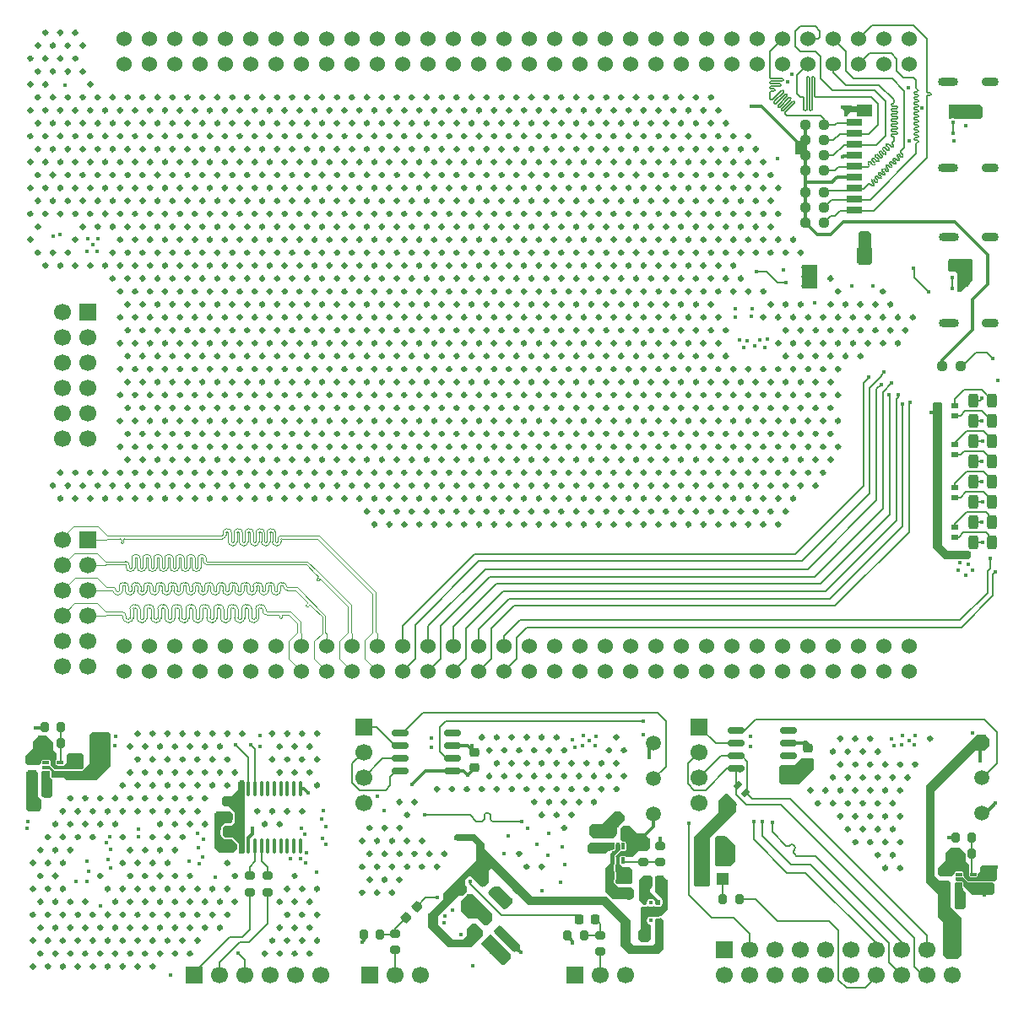
<source format=gbl>
G04 #@! TF.GenerationSoftware,KiCad,Pcbnew,9.0.2-2.fc42*
G04 #@! TF.CreationDate,2025-07-05T18:10:18+03:00*
G04 #@! TF.ProjectId,QMTECH_XC7A100T-Expantion-Board,514d5445-4348-45f5-9843-374131303054,rev?*
G04 #@! TF.SameCoordinates,Original*
G04 #@! TF.FileFunction,Copper,L4,Bot*
G04 #@! TF.FilePolarity,Positive*
%FSLAX46Y46*%
G04 Gerber Fmt 4.6, Leading zero omitted, Abs format (unit mm)*
G04 Created by KiCad (PCBNEW 9.0.2-2.fc42) date 2025-07-05 18:10:18*
%MOMM*%
%LPD*%
G01*
G04 APERTURE LIST*
G04 Aperture macros list*
%AMRoundRect*
0 Rectangle with rounded corners*
0 $1 Rounding radius*
0 $2 $3 $4 $5 $6 $7 $8 $9 X,Y pos of 4 corners*
0 Add a 4 corners polygon primitive as box body*
4,1,4,$2,$3,$4,$5,$6,$7,$8,$9,$2,$3,0*
0 Add four circle primitives for the rounded corners*
1,1,$1+$1,$2,$3*
1,1,$1+$1,$4,$5*
1,1,$1+$1,$6,$7*
1,1,$1+$1,$8,$9*
0 Add four rect primitives between the rounded corners*
20,1,$1+$1,$2,$3,$4,$5,0*
20,1,$1+$1,$4,$5,$6,$7,0*
20,1,$1+$1,$6,$7,$8,$9,0*
20,1,$1+$1,$8,$9,$2,$3,0*%
%AMRotRect*
0 Rectangle, with rotation*
0 The origin of the aperture is its center*
0 $1 length*
0 $2 width*
0 $3 Rotation angle, in degrees counterclockwise*
0 Add horizontal line*
21,1,$1,$2,0,0,$3*%
G04 Aperture macros list end*
G04 #@! TA.AperFunction,NonConductor*
%ADD10C,0.350000*%
G04 #@! TD*
G04 #@! TA.AperFunction,NonConductor*
%ADD11C,0.349999*%
G04 #@! TD*
G04 #@! TA.AperFunction,ComponentPad*
%ADD12R,1.700000X1.700000*%
G04 #@! TD*
G04 #@! TA.AperFunction,ComponentPad*
%ADD13C,1.700000*%
G04 #@! TD*
G04 #@! TA.AperFunction,HeatsinkPad*
%ADD14O,2.000000X0.900000*%
G04 #@! TD*
G04 #@! TA.AperFunction,HeatsinkPad*
%ADD15O,1.700000X0.900000*%
G04 #@! TD*
G04 #@! TA.AperFunction,ComponentPad*
%ADD16C,1.524000*%
G04 #@! TD*
G04 #@! TA.AperFunction,HeatsinkPad*
%ADD17C,0.500000*%
G04 #@! TD*
G04 #@! TA.AperFunction,HeatsinkPad*
%ADD18R,1.650000X2.380000*%
G04 #@! TD*
G04 #@! TA.AperFunction,SMDPad,CuDef*
%ADD19RoundRect,0.243750X0.243750X0.456250X-0.243750X0.456250X-0.243750X-0.456250X0.243750X-0.456250X0*%
G04 #@! TD*
G04 #@! TA.AperFunction,SMDPad,CuDef*
%ADD20C,1.500000*%
G04 #@! TD*
G04 #@! TA.AperFunction,SMDPad,CuDef*
%ADD21R,0.800000X0.500000*%
G04 #@! TD*
G04 #@! TA.AperFunction,SMDPad,CuDef*
%ADD22RoundRect,0.200000X0.200000X0.275000X-0.200000X0.275000X-0.200000X-0.275000X0.200000X-0.275000X0*%
G04 #@! TD*
G04 #@! TA.AperFunction,SMDPad,CuDef*
%ADD23RoundRect,0.225000X0.250000X-0.225000X0.250000X0.225000X-0.250000X0.225000X-0.250000X-0.225000X0*%
G04 #@! TD*
G04 #@! TA.AperFunction,SMDPad,CuDef*
%ADD24RoundRect,0.225000X-0.335876X-0.017678X-0.017678X-0.335876X0.335876X0.017678X0.017678X0.335876X0*%
G04 #@! TD*
G04 #@! TA.AperFunction,SMDPad,CuDef*
%ADD25RoundRect,0.237500X-0.250000X-0.237500X0.250000X-0.237500X0.250000X0.237500X-0.250000X0.237500X0*%
G04 #@! TD*
G04 #@! TA.AperFunction,SMDPad,CuDef*
%ADD26RoundRect,0.200000X-0.275000X0.200000X-0.275000X-0.200000X0.275000X-0.200000X0.275000X0.200000X0*%
G04 #@! TD*
G04 #@! TA.AperFunction,SMDPad,CuDef*
%ADD27RoundRect,0.225000X-0.225000X-0.250000X0.225000X-0.250000X0.225000X0.250000X-0.225000X0.250000X0*%
G04 #@! TD*
G04 #@! TA.AperFunction,SMDPad,CuDef*
%ADD28RoundRect,0.225000X-0.017678X0.335876X-0.335876X0.017678X0.017678X-0.335876X0.335876X-0.017678X0*%
G04 #@! TD*
G04 #@! TA.AperFunction,SMDPad,CuDef*
%ADD29RoundRect,0.225000X-0.250000X0.225000X-0.250000X-0.225000X0.250000X-0.225000X0.250000X0.225000X0*%
G04 #@! TD*
G04 #@! TA.AperFunction,SMDPad,CuDef*
%ADD30RoundRect,0.200000X0.275000X-0.200000X0.275000X0.200000X-0.275000X0.200000X-0.275000X-0.200000X0*%
G04 #@! TD*
G04 #@! TA.AperFunction,SMDPad,CuDef*
%ADD31RoundRect,0.218750X0.218750X0.256250X-0.218750X0.256250X-0.218750X-0.256250X0.218750X-0.256250X0*%
G04 #@! TD*
G04 #@! TA.AperFunction,SMDPad,CuDef*
%ADD32RoundRect,0.087500X0.250000X0.087500X-0.250000X0.087500X-0.250000X-0.087500X0.250000X-0.087500X0*%
G04 #@! TD*
G04 #@! TA.AperFunction,SMDPad,CuDef*
%ADD33R,1.600000X0.700000*%
G04 #@! TD*
G04 #@! TA.AperFunction,SMDPad,CuDef*
%ADD34R,2.200000X1.200000*%
G04 #@! TD*
G04 #@! TA.AperFunction,SMDPad,CuDef*
%ADD35R,1.500000X1.200000*%
G04 #@! TD*
G04 #@! TA.AperFunction,SMDPad,CuDef*
%ADD36R,1.500000X1.600000*%
G04 #@! TD*
G04 #@! TA.AperFunction,SMDPad,CuDef*
%ADD37R,1.300000X1.200000*%
G04 #@! TD*
G04 #@! TA.AperFunction,SMDPad,CuDef*
%ADD38RoundRect,0.200000X-0.200000X-0.275000X0.200000X-0.275000X0.200000X0.275000X-0.200000X0.275000X0*%
G04 #@! TD*
G04 #@! TA.AperFunction,SMDPad,CuDef*
%ADD39RoundRect,0.225000X0.017678X-0.335876X0.335876X-0.017678X-0.017678X0.335876X-0.335876X0.017678X0*%
G04 #@! TD*
G04 #@! TA.AperFunction,SMDPad,CuDef*
%ADD40RoundRect,0.237500X0.250000X0.237500X-0.250000X0.237500X-0.250000X-0.237500X0.250000X-0.237500X0*%
G04 #@! TD*
G04 #@! TA.AperFunction,SMDPad,CuDef*
%ADD41RoundRect,0.218750X0.256250X-0.218750X0.256250X0.218750X-0.256250X0.218750X-0.256250X-0.218750X0*%
G04 #@! TD*
G04 #@! TA.AperFunction,SMDPad,CuDef*
%ADD42RoundRect,0.087500X0.087500X-0.250000X0.087500X0.250000X-0.087500X0.250000X-0.087500X-0.250000X0*%
G04 #@! TD*
G04 #@! TA.AperFunction,SMDPad,CuDef*
%ADD43RoundRect,0.093750X0.106250X-0.093750X0.106250X0.093750X-0.106250X0.093750X-0.106250X-0.093750X0*%
G04 #@! TD*
G04 #@! TA.AperFunction,HeatsinkPad*
%ADD44R,1.600000X1.000000*%
G04 #@! TD*
G04 #@! TA.AperFunction,SMDPad,CuDef*
%ADD45RoundRect,0.150000X0.675000X0.150000X-0.675000X0.150000X-0.675000X-0.150000X0.675000X-0.150000X0*%
G04 #@! TD*
G04 #@! TA.AperFunction,SMDPad,CuDef*
%ADD46RotRect,0.800000X0.500000X225.000000*%
G04 #@! TD*
G04 #@! TA.AperFunction,SMDPad,CuDef*
%ADD47RoundRect,0.225000X0.225000X0.250000X-0.225000X0.250000X-0.225000X-0.250000X0.225000X-0.250000X0*%
G04 #@! TD*
G04 #@! TA.AperFunction,SMDPad,CuDef*
%ADD48RoundRect,0.100000X-0.100000X0.637500X-0.100000X-0.637500X0.100000X-0.637500X0.100000X0.637500X0*%
G04 #@! TD*
G04 #@! TA.AperFunction,ViaPad*
%ADD49C,0.450000*%
G04 #@! TD*
G04 #@! TA.AperFunction,Conductor*
%ADD50C,0.300000*%
G04 #@! TD*
G04 #@! TA.AperFunction,Conductor*
%ADD51C,0.156500*%
G04 #@! TD*
G04 #@! TA.AperFunction,Conductor*
%ADD52C,0.158200*%
G04 #@! TD*
G04 #@! TA.AperFunction,Conductor*
%ADD53C,0.124000*%
G04 #@! TD*
G04 APERTURE END LIST*
D10*
X85020000Y-75714028D02*
G75*
G02*
X84670000Y-75714028I-175000J0D01*
G01*
X84670000Y-75714028D02*
G75*
G02*
X85020000Y-75714028I175000J0D01*
G01*
X73770000Y-48434228D02*
G75*
G02*
X73420000Y-48434228I-175000J0D01*
G01*
X73420000Y-48434228D02*
G75*
G02*
X73770000Y-48434228I175000J0D01*
G01*
X77520000Y-67919800D02*
G75*
G02*
X77170000Y-67919800I-175000J0D01*
G01*
X77170000Y-67919800D02*
G75*
G02*
X77520000Y-67919800I175000J0D01*
G01*
X82770000Y-61424609D02*
G75*
G02*
X82420000Y-61424609I-175000J0D01*
G01*
X82420000Y-61424609D02*
G75*
G02*
X82770000Y-61424609I175000J0D01*
G01*
X82020000Y-60125571D02*
G75*
G02*
X81670000Y-60125571I-175000J0D01*
G01*
X81670000Y-60125571D02*
G75*
G02*
X82020000Y-60125571I175000J0D01*
G01*
X137520000Y-70517876D02*
G75*
G02*
X137170000Y-70517876I-175000J0D01*
G01*
X137170000Y-70517876D02*
G75*
G02*
X137520000Y-70517876I175000J0D01*
G01*
X89520000Y-60125571D02*
G75*
G02*
X89170000Y-60125571I-175000J0D01*
G01*
X89170000Y-60125571D02*
G75*
G02*
X89520000Y-60125571I175000J0D01*
G01*
X73020000Y-73115952D02*
G75*
G02*
X72670000Y-73115952I-175000J0D01*
G01*
X72670000Y-73115952D02*
G75*
G02*
X73020000Y-73115952I175000J0D01*
G01*
X80520000Y-83508257D02*
G75*
G02*
X80170000Y-83508257I-175000J0D01*
G01*
X80170000Y-83508257D02*
G75*
G02*
X80520000Y-83508257I175000J0D01*
G01*
X76770000Y-56228457D02*
G75*
G02*
X76420000Y-56228457I-175000J0D01*
G01*
X76420000Y-56228457D02*
G75*
G02*
X76770000Y-56228457I175000J0D01*
G01*
X120270000Y-64022685D02*
G75*
G02*
X119920000Y-64022685I-175000J0D01*
G01*
X119920000Y-64022685D02*
G75*
G02*
X120270000Y-64022685I175000J0D01*
G01*
X100020000Y-88704409D02*
G75*
G02*
X99670000Y-88704409I-175000J0D01*
G01*
X99670000Y-88704409D02*
G75*
G02*
X100020000Y-88704409I175000J0D01*
G01*
X91770000Y-79611143D02*
G75*
G02*
X91420000Y-79611143I-175000J0D01*
G01*
X91420000Y-79611143D02*
G75*
G02*
X91770000Y-79611143I175000J0D01*
G01*
X88020000Y-73115952D02*
G75*
G02*
X87670000Y-73115952I-175000J0D01*
G01*
X87670000Y-73115952D02*
G75*
G02*
X88020000Y-73115952I175000J0D01*
G01*
X74023999Y-126586457D02*
G75*
G02*
X73673999Y-126586457I-175000J0D01*
G01*
X73673999Y-126586457D02*
G75*
G02*
X74023999Y-126586457I175000J0D01*
G01*
D11*
X65519999Y-44537114D02*
G75*
G02*
X65170001Y-44537114I-174999J0D01*
G01*
X65170001Y-44537114D02*
G75*
G02*
X65519999Y-44537114I174999J0D01*
G01*
D10*
X123270000Y-79611143D02*
G75*
G02*
X122920000Y-79611143I-175000J0D01*
G01*
X122920000Y-79611143D02*
G75*
G02*
X123270000Y-79611143I175000J0D01*
G01*
X63270000Y-51032304D02*
G75*
G02*
X62920000Y-51032304I-175000J0D01*
G01*
X62920000Y-51032304D02*
G75*
G02*
X63270000Y-51032304I175000J0D01*
G01*
X93270000Y-56228457D02*
G75*
G02*
X92920000Y-56228457I-175000J0D01*
G01*
X92920000Y-56228457D02*
G75*
G02*
X93270000Y-56228457I175000J0D01*
G01*
X131520000Y-75714028D02*
G75*
G02*
X131170000Y-75714028I-175000J0D01*
G01*
X131170000Y-75714028D02*
G75*
G02*
X131520000Y-75714028I175000J0D01*
G01*
X86773999Y-133081647D02*
G75*
G02*
X86423999Y-133081647I-175000J0D01*
G01*
X86423999Y-133081647D02*
G75*
G02*
X86773999Y-133081647I175000J0D01*
G01*
X149520000Y-73115952D02*
G75*
G02*
X149170000Y-73115952I-175000J0D01*
G01*
X149170000Y-73115952D02*
G75*
G02*
X149520000Y-73115952I175000J0D01*
G01*
X107520000Y-62723647D02*
G75*
G02*
X107170000Y-62723647I-175000J0D01*
G01*
X107170000Y-62723647D02*
G75*
G02*
X107520000Y-62723647I175000J0D01*
G01*
X78270000Y-77013066D02*
G75*
G02*
X77920000Y-77013066I-175000J0D01*
G01*
X77920000Y-77013066D02*
G75*
G02*
X78270000Y-77013066I175000J0D01*
G01*
X91770000Y-56228457D02*
G75*
G02*
X91420000Y-56228457I-175000J0D01*
G01*
X91420000Y-56228457D02*
G75*
G02*
X91770000Y-56228457I175000J0D01*
G01*
X105270000Y-48434228D02*
G75*
G02*
X104920000Y-48434228I-175000J0D01*
G01*
X104920000Y-48434228D02*
G75*
G02*
X105270000Y-48434228I175000J0D01*
G01*
X75270000Y-51032304D02*
G75*
G02*
X74920000Y-51032304I-175000J0D01*
G01*
X74920000Y-51032304D02*
G75*
G02*
X75270000Y-51032304I175000J0D01*
G01*
X63270000Y-61424609D02*
G75*
G02*
X62920000Y-61424609I-175000J0D01*
G01*
X62920000Y-61424609D02*
G75*
G02*
X63270000Y-61424609I175000J0D01*
G01*
X108270000Y-61424609D02*
G75*
G02*
X107920000Y-61424609I-175000J0D01*
G01*
X107920000Y-61424609D02*
G75*
G02*
X108270000Y-61424609I175000J0D01*
G01*
X118770000Y-53630381D02*
G75*
G02*
X118420000Y-53630381I-175000J0D01*
G01*
X118420000Y-53630381D02*
G75*
G02*
X118770000Y-53630381I175000J0D01*
G01*
X142020000Y-75714028D02*
G75*
G02*
X141670000Y-75714028I-175000J0D01*
G01*
X141670000Y-75714028D02*
G75*
G02*
X142020000Y-75714028I175000J0D01*
G01*
X92520000Y-73115952D02*
G75*
G02*
X92170000Y-73115952I-175000J0D01*
G01*
X92170000Y-73115952D02*
G75*
G02*
X92520000Y-73115952I175000J0D01*
G01*
X116520000Y-65321724D02*
G75*
G02*
X116170000Y-65321724I-175000J0D01*
G01*
X116170000Y-65321724D02*
G75*
G02*
X116520000Y-65321724I175000J0D01*
G01*
X133770000Y-53630381D02*
G75*
G02*
X133420000Y-53630381I-175000J0D01*
G01*
X133420000Y-53630381D02*
G75*
G02*
X133770000Y-53630381I175000J0D01*
G01*
X66523999Y-118792228D02*
G75*
G02*
X66173999Y-118792228I-175000J0D01*
G01*
X66173999Y-118792228D02*
G75*
G02*
X66523999Y-118792228I175000J0D01*
G01*
X121020000Y-91302486D02*
G75*
G02*
X120670000Y-91302486I-175000J0D01*
G01*
X120670000Y-91302486D02*
G75*
G02*
X121020000Y-91302486I175000J0D01*
G01*
X96270000Y-64022685D02*
G75*
G02*
X95920000Y-64022685I-175000J0D01*
G01*
X95920000Y-64022685D02*
G75*
G02*
X96270000Y-64022685I175000J0D01*
G01*
X144502000Y-116702152D02*
G75*
G02*
X144152000Y-116702152I-175000J0D01*
G01*
X144152000Y-116702152D02*
G75*
G02*
X144502000Y-116702152I175000J0D01*
G01*
X122520000Y-60125571D02*
G75*
G02*
X122170000Y-60125571I-175000J0D01*
G01*
X122170000Y-60125571D02*
G75*
G02*
X122520000Y-60125571I175000J0D01*
G01*
X70020000Y-52331342D02*
G75*
G02*
X69670000Y-52331342I-175000J0D01*
G01*
X69670000Y-52331342D02*
G75*
G02*
X70020000Y-52331342I175000J0D01*
G01*
X72523999Y-129184533D02*
G75*
G02*
X72173999Y-129184533I-175000J0D01*
G01*
X72173999Y-129184533D02*
G75*
G02*
X72523999Y-129184533I175000J0D01*
G01*
X100020000Y-73115952D02*
G75*
G02*
X99670000Y-73115952I-175000J0D01*
G01*
X99670000Y-73115952D02*
G75*
G02*
X100020000Y-73115952I175000J0D01*
G01*
X76770000Y-84807295D02*
G75*
G02*
X76420000Y-84807295I-175000J0D01*
G01*
X76420000Y-84807295D02*
G75*
G02*
X76770000Y-84807295I175000J0D01*
G01*
X110520000Y-75714028D02*
G75*
G02*
X110170000Y-75714028I-175000J0D01*
G01*
X110170000Y-75714028D02*
G75*
G02*
X110520000Y-75714028I175000J0D01*
G01*
X103770000Y-79611143D02*
G75*
G02*
X103420000Y-79611143I-175000J0D01*
G01*
X103420000Y-79611143D02*
G75*
G02*
X103770000Y-79611143I175000J0D01*
G01*
X82020000Y-65321724D02*
G75*
G02*
X81670000Y-65321724I-175000J0D01*
G01*
X81670000Y-65321724D02*
G75*
G02*
X82020000Y-65321724I175000J0D01*
G01*
X107520000Y-91302486D02*
G75*
G02*
X107170000Y-91302486I-175000J0D01*
G01*
X107170000Y-91302486D02*
G75*
G02*
X107520000Y-91302486I175000J0D01*
G01*
X99544000Y-119173228D02*
G75*
G02*
X99194000Y-119173228I-175000J0D01*
G01*
X99194000Y-119173228D02*
G75*
G02*
X99544000Y-119173228I175000J0D01*
G01*
X79770000Y-51032304D02*
G75*
G02*
X79420000Y-51032304I-175000J0D01*
G01*
X79420000Y-51032304D02*
G75*
G02*
X79770000Y-51032304I175000J0D01*
G01*
X117270000Y-82209219D02*
G75*
G02*
X116920000Y-82209219I-175000J0D01*
G01*
X116920000Y-82209219D02*
G75*
G02*
X117270000Y-82209219I175000J0D01*
G01*
X79770000Y-53630381D02*
G75*
G02*
X79420000Y-53630381I-175000J0D01*
G01*
X79420000Y-53630381D02*
G75*
G02*
X79770000Y-53630381I175000J0D01*
G01*
X123270000Y-82209219D02*
G75*
G02*
X122920000Y-82209219I-175000J0D01*
G01*
X122920000Y-82209219D02*
G75*
G02*
X123270000Y-82209219I175000J0D01*
G01*
X106770000Y-90003448D02*
G75*
G02*
X106420000Y-90003448I-175000J0D01*
G01*
X106420000Y-90003448D02*
G75*
G02*
X106770000Y-90003448I175000J0D01*
G01*
X85770000Y-87405371D02*
G75*
G02*
X85420000Y-87405371I-175000J0D01*
G01*
X85420000Y-87405371D02*
G75*
G02*
X85770000Y-87405371I175000J0D01*
G01*
X136020000Y-75714028D02*
G75*
G02*
X135670000Y-75714028I-175000J0D01*
G01*
X135670000Y-75714028D02*
G75*
G02*
X136020000Y-75714028I175000J0D01*
G01*
X103770000Y-61424609D02*
G75*
G02*
X103420000Y-61424609I-175000J0D01*
G01*
X103420000Y-61424609D02*
G75*
G02*
X103770000Y-61424609I175000J0D01*
G01*
X121770000Y-69218838D02*
G75*
G02*
X121420000Y-69218838I-175000J0D01*
G01*
X121420000Y-69218838D02*
G75*
G02*
X121770000Y-69218838I175000J0D01*
G01*
X149520000Y-70517876D02*
G75*
G02*
X149170000Y-70517876I-175000J0D01*
G01*
X149170000Y-70517876D02*
G75*
G02*
X149520000Y-70517876I175000J0D01*
G01*
X109020000Y-86106333D02*
G75*
G02*
X108670000Y-86106333I-175000J0D01*
G01*
X108670000Y-86106333D02*
G75*
G02*
X109020000Y-86106333I175000J0D01*
G01*
X80773999Y-112297038D02*
G75*
G02*
X80423999Y-112297038I-175000J0D01*
G01*
X80423999Y-112297038D02*
G75*
G02*
X80773999Y-112297038I175000J0D01*
G01*
X93270000Y-82209219D02*
G75*
G02*
X92920000Y-82209219I-175000J0D01*
G01*
X92920000Y-82209219D02*
G75*
G02*
X93270000Y-82209219I175000J0D01*
G01*
X122520000Y-80910181D02*
G75*
G02*
X122170000Y-80910181I-175000J0D01*
G01*
X122170000Y-80910181D02*
G75*
G02*
X122520000Y-80910181I175000J0D01*
G01*
X93270000Y-74414990D02*
G75*
G02*
X92920000Y-74414990I-175000J0D01*
G01*
X92920000Y-74414990D02*
G75*
G02*
X93270000Y-74414990I175000J0D01*
G01*
X83520000Y-78312105D02*
G75*
G02*
X83170000Y-78312105I-175000J0D01*
G01*
X83170000Y-78312105D02*
G75*
G02*
X83520000Y-78312105I175000J0D01*
G01*
X100020000Y-62723647D02*
G75*
G02*
X99670000Y-62723647I-175000J0D01*
G01*
X99670000Y-62723647D02*
G75*
G02*
X100020000Y-62723647I175000J0D01*
G01*
X124020000Y-62723647D02*
G75*
G02*
X123670000Y-62723647I-175000J0D01*
G01*
X123670000Y-62723647D02*
G75*
G02*
X124020000Y-62723647I175000J0D01*
G01*
X133020000Y-88704409D02*
G75*
G02*
X132670000Y-88704409I-175000J0D01*
G01*
X132670000Y-88704409D02*
G75*
G02*
X133020000Y-88704409I175000J0D01*
G01*
X108270000Y-82209219D02*
G75*
G02*
X107920000Y-82209219I-175000J0D01*
G01*
X107920000Y-82209219D02*
G75*
G02*
X108270000Y-82209219I175000J0D01*
G01*
X123270000Y-64022685D02*
G75*
G02*
X122920000Y-64022685I-175000J0D01*
G01*
X122920000Y-64022685D02*
G75*
G02*
X123270000Y-64022685I175000J0D01*
G01*
X74773999Y-114895114D02*
G75*
G02*
X74423999Y-114895114I-175000J0D01*
G01*
X74423999Y-114895114D02*
G75*
G02*
X74773999Y-114895114I175000J0D01*
G01*
X116520000Y-49733266D02*
G75*
G02*
X116170000Y-49733266I-175000J0D01*
G01*
X116170000Y-49733266D02*
G75*
G02*
X116520000Y-49733266I175000J0D01*
G01*
X82273999Y-112297038D02*
G75*
G02*
X81923999Y-112297038I-175000J0D01*
G01*
X81923999Y-112297038D02*
G75*
G02*
X82273999Y-112297038I175000J0D01*
G01*
X80773999Y-130483571D02*
G75*
G02*
X80423999Y-130483571I-175000J0D01*
G01*
X80423999Y-130483571D02*
G75*
G02*
X80773999Y-130483571I175000J0D01*
G01*
D11*
X64769999Y-51032304D02*
G75*
G02*
X64420001Y-51032304I-174999J0D01*
G01*
X64420001Y-51032304D02*
G75*
G02*
X64769999Y-51032304I174999J0D01*
G01*
D10*
X111270000Y-84807295D02*
G75*
G02*
X110920000Y-84807295I-175000J0D01*
G01*
X110920000Y-84807295D02*
G75*
G02*
X111270000Y-84807295I175000J0D01*
G01*
X96270000Y-48434228D02*
G75*
G02*
X95920000Y-48434228I-175000J0D01*
G01*
X95920000Y-48434228D02*
G75*
G02*
X96270000Y-48434228I175000J0D01*
G01*
X109020000Y-78312105D02*
G75*
G02*
X108670000Y-78312105I-175000J0D01*
G01*
X108670000Y-78312105D02*
G75*
G02*
X109020000Y-78312105I175000J0D01*
G01*
X95520000Y-65321724D02*
G75*
G02*
X95170000Y-65321724I-175000J0D01*
G01*
X95170000Y-65321724D02*
G75*
G02*
X95520000Y-65321724I175000J0D01*
G01*
X74520000Y-52331342D02*
G75*
G02*
X74170000Y-52331342I-175000J0D01*
G01*
X74170000Y-52331342D02*
G75*
G02*
X74520000Y-52331342I175000J0D01*
G01*
X105270000Y-71816914D02*
G75*
G02*
X104920000Y-71816914I-175000J0D01*
G01*
X104920000Y-71816914D02*
G75*
G02*
X105270000Y-71816914I175000J0D01*
G01*
X128520000Y-75714028D02*
G75*
G02*
X128170000Y-75714028I-175000J0D01*
G01*
X128170000Y-75714028D02*
G75*
G02*
X128520000Y-75714028I175000J0D01*
G01*
X116520000Y-86106333D02*
G75*
G02*
X116170000Y-86106333I-175000J0D01*
G01*
X116170000Y-86106333D02*
G75*
G02*
X116520000Y-86106333I175000J0D01*
G01*
X115020000Y-88704409D02*
G75*
G02*
X114670000Y-88704409I-175000J0D01*
G01*
X114670000Y-88704409D02*
G75*
G02*
X115020000Y-88704409I175000J0D01*
G01*
X124020000Y-70517876D02*
G75*
G02*
X123670000Y-70517876I-175000J0D01*
G01*
X123670000Y-70517876D02*
G75*
G02*
X124020000Y-70517876I175000J0D01*
G01*
X115770000Y-74414990D02*
G75*
G02*
X115420000Y-74414990I-175000J0D01*
G01*
X115420000Y-74414990D02*
G75*
G02*
X115770000Y-74414990I175000J0D01*
G01*
X115770000Y-66620762D02*
G75*
G02*
X115420000Y-66620762I-175000J0D01*
G01*
X115420000Y-66620762D02*
G75*
G02*
X115770000Y-66620762I175000J0D01*
G01*
X139020000Y-62723647D02*
G75*
G02*
X138670000Y-62723647I-175000J0D01*
G01*
X138670000Y-62723647D02*
G75*
G02*
X139020000Y-62723647I175000J0D01*
G01*
X128520000Y-62723647D02*
G75*
G02*
X128170000Y-62723647I-175000J0D01*
G01*
X128170000Y-62723647D02*
G75*
G02*
X128520000Y-62723647I175000J0D01*
G01*
X94020000Y-75714028D02*
G75*
G02*
X93670000Y-75714028I-175000J0D01*
G01*
X93670000Y-75714028D02*
G75*
G02*
X94020000Y-75714028I175000J0D01*
G01*
X71520000Y-83508257D02*
G75*
G02*
X71170000Y-83508257I-175000J0D01*
G01*
X71170000Y-83508257D02*
G75*
G02*
X71520000Y-83508257I175000J0D01*
G01*
X69270000Y-48434228D02*
G75*
G02*
X68920000Y-48434228I-175000J0D01*
G01*
X68920000Y-48434228D02*
G75*
G02*
X69270000Y-48434228I175000J0D01*
G01*
X144502000Y-114104076D02*
G75*
G02*
X144152000Y-114104076I-175000J0D01*
G01*
X144152000Y-114104076D02*
G75*
G02*
X144502000Y-114104076I175000J0D01*
G01*
X131520000Y-73115952D02*
G75*
G02*
X131170000Y-73115952I-175000J0D01*
G01*
X131170000Y-73115952D02*
G75*
G02*
X131520000Y-73115952I175000J0D01*
G01*
X133770000Y-87405371D02*
G75*
G02*
X133420000Y-87405371I-175000J0D01*
G01*
X133420000Y-87405371D02*
G75*
G02*
X133770000Y-87405371I175000J0D01*
G01*
X136770000Y-90003448D02*
G75*
G02*
X136420000Y-90003448I-175000J0D01*
G01*
X136420000Y-90003448D02*
G75*
G02*
X136770000Y-90003448I175000J0D01*
G01*
X82770000Y-48434228D02*
G75*
G02*
X82420000Y-48434228I-175000J0D01*
G01*
X82420000Y-48434228D02*
G75*
G02*
X82770000Y-48434228I175000J0D01*
G01*
X96270000Y-90003448D02*
G75*
G02*
X95920000Y-90003448I-175000J0D01*
G01*
X95920000Y-90003448D02*
G75*
G02*
X96270000Y-90003448I175000J0D01*
G01*
X139020000Y-88704409D02*
G75*
G02*
X138670000Y-88704409I-175000J0D01*
G01*
X138670000Y-88704409D02*
G75*
G02*
X139020000Y-88704409I175000J0D01*
G01*
X135270000Y-82209219D02*
G75*
G02*
X134920000Y-82209219I-175000J0D01*
G01*
X134920000Y-82209219D02*
G75*
G02*
X135270000Y-82209219I175000J0D01*
G01*
X79273999Y-130483571D02*
G75*
G02*
X78923999Y-130483571I-175000J0D01*
G01*
X78923999Y-130483571D02*
G75*
G02*
X79273999Y-130483571I175000J0D01*
G01*
X127770000Y-69218838D02*
G75*
G02*
X127420000Y-69218838I-175000J0D01*
G01*
X127420000Y-69218838D02*
G75*
G02*
X127770000Y-69218838I175000J0D01*
G01*
X74520000Y-67919800D02*
G75*
G02*
X74170000Y-67919800I-175000J0D01*
G01*
X74170000Y-67919800D02*
G75*
G02*
X74520000Y-67919800I175000J0D01*
G01*
X88020000Y-60125571D02*
G75*
G02*
X87670000Y-60125571I-175000J0D01*
G01*
X87670000Y-60125571D02*
G75*
G02*
X88020000Y-60125571I175000J0D01*
G01*
X106020000Y-70517876D02*
G75*
G02*
X105670000Y-70517876I-175000J0D01*
G01*
X105670000Y-70517876D02*
G75*
G02*
X106020000Y-70517876I175000J0D01*
G01*
X85020000Y-57527495D02*
G75*
G02*
X84670000Y-57527495I-175000J0D01*
G01*
X84670000Y-57527495D02*
G75*
G02*
X85020000Y-57527495I175000J0D01*
G01*
X105270000Y-87405371D02*
G75*
G02*
X104920000Y-87405371I-175000J0D01*
G01*
X104920000Y-87405371D02*
G75*
G02*
X105270000Y-87405371I175000J0D01*
G01*
X91770000Y-58826533D02*
G75*
G02*
X91420000Y-58826533I-175000J0D01*
G01*
X91420000Y-58826533D02*
G75*
G02*
X91770000Y-58826533I175000J0D01*
G01*
X121020000Y-52331342D02*
G75*
G02*
X120670000Y-52331342I-175000J0D01*
G01*
X120670000Y-52331342D02*
G75*
G02*
X121020000Y-52331342I175000J0D01*
G01*
X75270000Y-48434228D02*
G75*
G02*
X74920000Y-48434228I-175000J0D01*
G01*
X74920000Y-48434228D02*
G75*
G02*
X75270000Y-48434228I175000J0D01*
G01*
X133020000Y-54929419D02*
G75*
G02*
X132670000Y-54929419I-175000J0D01*
G01*
X132670000Y-54929419D02*
G75*
G02*
X133020000Y-54929419I175000J0D01*
G01*
X101520000Y-83508257D02*
G75*
G02*
X101170000Y-83508257I-175000J0D01*
G01*
X101170000Y-83508257D02*
G75*
G02*
X101520000Y-83508257I175000J0D01*
G01*
X112294000Y-112678038D02*
G75*
G02*
X111944000Y-112678038I-175000J0D01*
G01*
X111944000Y-112678038D02*
G75*
G02*
X112294000Y-112678038I175000J0D01*
G01*
X83023999Y-129184533D02*
G75*
G02*
X82673999Y-129184533I-175000J0D01*
G01*
X82673999Y-129184533D02*
G75*
G02*
X83023999Y-129184533I175000J0D01*
G01*
X72523999Y-116194152D02*
G75*
G02*
X72173999Y-116194152I-175000J0D01*
G01*
X72173999Y-116194152D02*
G75*
G02*
X72523999Y-116194152I175000J0D01*
G01*
X76770000Y-51032304D02*
G75*
G02*
X76420000Y-51032304I-175000J0D01*
G01*
X76420000Y-51032304D02*
G75*
G02*
X76770000Y-51032304I175000J0D01*
G01*
X72523999Y-113596076D02*
G75*
G02*
X72173999Y-113596076I-175000J0D01*
G01*
X72173999Y-113596076D02*
G75*
G02*
X72523999Y-113596076I175000J0D01*
G01*
X97020000Y-73115952D02*
G75*
G02*
X96670000Y-73115952I-175000J0D01*
G01*
X96670000Y-73115952D02*
G75*
G02*
X97020000Y-73115952I175000J0D01*
G01*
X67770000Y-61424609D02*
G75*
G02*
X67420000Y-61424609I-175000J0D01*
G01*
X67420000Y-61424609D02*
G75*
G02*
X67770000Y-61424609I175000J0D01*
G01*
X80520000Y-62723647D02*
G75*
G02*
X80170000Y-62723647I-175000J0D01*
G01*
X80170000Y-62723647D02*
G75*
G02*
X80520000Y-62723647I175000J0D01*
G01*
X82770000Y-82209219D02*
G75*
G02*
X82420000Y-82209219I-175000J0D01*
G01*
X82420000Y-82209219D02*
G75*
G02*
X82770000Y-82209219I175000J0D01*
G01*
X113794000Y-117874190D02*
G75*
G02*
X113444000Y-117874190I-175000J0D01*
G01*
X113444000Y-117874190D02*
G75*
G02*
X113794000Y-117874190I175000J0D01*
G01*
X147270000Y-71816914D02*
G75*
G02*
X146920000Y-71816914I-175000J0D01*
G01*
X146920000Y-71816914D02*
G75*
G02*
X147270000Y-71816914I175000J0D01*
G01*
X124020000Y-65321724D02*
G75*
G02*
X123670000Y-65321724I-175000J0D01*
G01*
X123670000Y-65321724D02*
G75*
G02*
X124020000Y-65321724I175000J0D01*
G01*
X127770000Y-58826533D02*
G75*
G02*
X127420000Y-58826533I-175000J0D01*
G01*
X127420000Y-58826533D02*
G75*
G02*
X127770000Y-58826533I175000J0D01*
G01*
X141270000Y-71816914D02*
G75*
G02*
X140920000Y-71816914I-175000J0D01*
G01*
X140920000Y-71816914D02*
G75*
G02*
X141270000Y-71816914I175000J0D01*
G01*
X95520000Y-88704409D02*
G75*
G02*
X95170000Y-88704409I-175000J0D01*
G01*
X95170000Y-88704409D02*
G75*
G02*
X95520000Y-88704409I175000J0D01*
G01*
X110794000Y-117874190D02*
G75*
G02*
X110444000Y-117874190I-175000J0D01*
G01*
X110444000Y-117874190D02*
G75*
G02*
X110794000Y-117874190I175000J0D01*
G01*
X139020000Y-75714028D02*
G75*
G02*
X138670000Y-75714028I-175000J0D01*
G01*
X138670000Y-75714028D02*
G75*
G02*
X139020000Y-75714028I175000J0D01*
G01*
X124770000Y-84807295D02*
G75*
G02*
X124420000Y-84807295I-175000J0D01*
G01*
X124420000Y-84807295D02*
G75*
G02*
X124770000Y-84807295I175000J0D01*
G01*
X97020000Y-57527495D02*
G75*
G02*
X96670000Y-57527495I-175000J0D01*
G01*
X96670000Y-57527495D02*
G75*
G02*
X97020000Y-57527495I175000J0D01*
G01*
X79770000Y-77013066D02*
G75*
G02*
X79420000Y-77013066I-175000J0D01*
G01*
X79420000Y-77013066D02*
G75*
G02*
X79770000Y-77013066I175000J0D01*
G01*
X77520000Y-83508257D02*
G75*
G02*
X77170000Y-83508257I-175000J0D01*
G01*
X77170000Y-83508257D02*
G75*
G02*
X77520000Y-83508257I175000J0D01*
G01*
X73020000Y-83508257D02*
G75*
G02*
X72670000Y-83508257I-175000J0D01*
G01*
X72670000Y-83508257D02*
G75*
G02*
X73020000Y-83508257I175000J0D01*
G01*
X117544000Y-119173228D02*
G75*
G02*
X117194000Y-119173228I-175000J0D01*
G01*
X117194000Y-119173228D02*
G75*
G02*
X117544000Y-119173228I175000J0D01*
G01*
X129270000Y-66620762D02*
G75*
G02*
X128920000Y-66620762I-175000J0D01*
G01*
X128920000Y-66620762D02*
G75*
G02*
X129270000Y-66620762I175000J0D01*
G01*
X139770000Y-82209219D02*
G75*
G02*
X139420000Y-82209219I-175000J0D01*
G01*
X139420000Y-82209219D02*
G75*
G02*
X139770000Y-82209219I175000J0D01*
G01*
X135270000Y-77013066D02*
G75*
G02*
X134920000Y-77013066I-175000J0D01*
G01*
X134920000Y-77013066D02*
G75*
G02*
X135270000Y-77013066I175000J0D01*
G01*
X130020000Y-49733266D02*
G75*
G02*
X129670000Y-49733266I-175000J0D01*
G01*
X129670000Y-49733266D02*
G75*
G02*
X130020000Y-49733266I175000J0D01*
G01*
X81270000Y-71816914D02*
G75*
G02*
X80920000Y-71816914I-175000J0D01*
G01*
X80920000Y-71816914D02*
G75*
G02*
X81270000Y-71816914I175000J0D01*
G01*
X76020000Y-80910181D02*
G75*
G02*
X75670000Y-80910181I-175000J0D01*
G01*
X75670000Y-80910181D02*
G75*
G02*
X76020000Y-80910181I175000J0D01*
G01*
X89773999Y-130483571D02*
G75*
G02*
X89423999Y-130483571I-175000J0D01*
G01*
X89423999Y-130483571D02*
G75*
G02*
X89773999Y-130483571I175000J0D01*
G01*
X79020000Y-88704409D02*
G75*
G02*
X78670000Y-88704409I-175000J0D01*
G01*
X78670000Y-88704409D02*
G75*
G02*
X79020000Y-88704409I175000J0D01*
G01*
X110520000Y-88704409D02*
G75*
G02*
X110170000Y-88704409I-175000J0D01*
G01*
X110170000Y-88704409D02*
G75*
G02*
X110520000Y-88704409I175000J0D01*
G01*
X115020000Y-78312105D02*
G75*
G02*
X114670000Y-78312105I-175000J0D01*
G01*
X114670000Y-78312105D02*
G75*
G02*
X115020000Y-78312105I175000J0D01*
G01*
X70770000Y-61424609D02*
G75*
G02*
X70420000Y-61424609I-175000J0D01*
G01*
X70420000Y-61424609D02*
G75*
G02*
X70770000Y-61424609I175000J0D01*
G01*
X91770000Y-66620762D02*
G75*
G02*
X91420000Y-66620762I-175000J0D01*
G01*
X91420000Y-66620762D02*
G75*
G02*
X91770000Y-66620762I175000J0D01*
G01*
X65023999Y-121390304D02*
G75*
G02*
X64673999Y-121390304I-175000J0D01*
G01*
X64673999Y-121390304D02*
G75*
G02*
X65023999Y-121390304I175000J0D01*
G01*
X79273999Y-120091266D02*
G75*
G02*
X78923999Y-120091266I-175000J0D01*
G01*
X78923999Y-120091266D02*
G75*
G02*
X79273999Y-120091266I175000J0D01*
G01*
X68520000Y-47135190D02*
G75*
G02*
X68170000Y-47135190I-175000J0D01*
G01*
X68170000Y-47135190D02*
G75*
G02*
X68520000Y-47135190I175000J0D01*
G01*
X139770000Y-77013066D02*
G75*
G02*
X139420000Y-77013066I-175000J0D01*
G01*
X139420000Y-77013066D02*
G75*
G02*
X139770000Y-77013066I175000J0D01*
G01*
X104520000Y-78312105D02*
G75*
G02*
X104170000Y-78312105I-175000J0D01*
G01*
X104170000Y-78312105D02*
G75*
G02*
X104520000Y-78312105I175000J0D01*
G01*
X85770000Y-48434228D02*
G75*
G02*
X85420000Y-48434228I-175000J0D01*
G01*
X85420000Y-48434228D02*
G75*
G02*
X85770000Y-48434228I175000J0D01*
G01*
X149752000Y-120599266D02*
G75*
G02*
X149402000Y-120599266I-175000J0D01*
G01*
X149402000Y-120599266D02*
G75*
G02*
X149752000Y-120599266I175000J0D01*
G01*
X101520000Y-65321724D02*
G75*
G02*
X101170000Y-65321724I-175000J0D01*
G01*
X101170000Y-65321724D02*
G75*
G02*
X101520000Y-65321724I175000J0D01*
G01*
X145252000Y-115403114D02*
G75*
G02*
X144902000Y-115403114I-175000J0D01*
G01*
X144902000Y-115403114D02*
G75*
G02*
X145252000Y-115403114I175000J0D01*
G01*
X90523999Y-134380685D02*
G75*
G02*
X90173999Y-134380685I-175000J0D01*
G01*
X90173999Y-134380685D02*
G75*
G02*
X90523999Y-134380685I175000J0D01*
G01*
X113520000Y-60125571D02*
G75*
G02*
X113170000Y-60125571I-175000J0D01*
G01*
X113170000Y-60125571D02*
G75*
G02*
X113520000Y-60125571I175000J0D01*
G01*
X78523999Y-116194152D02*
G75*
G02*
X78173999Y-116194152I-175000J0D01*
G01*
X78173999Y-116194152D02*
G75*
G02*
X78523999Y-116194152I175000J0D01*
G01*
X99270000Y-66620762D02*
G75*
G02*
X98920000Y-66620762I-175000J0D01*
G01*
X98920000Y-66620762D02*
G75*
G02*
X99270000Y-66620762I175000J0D01*
G01*
X74773999Y-133081647D02*
G75*
G02*
X74423999Y-133081647I-175000J0D01*
G01*
X74423999Y-133081647D02*
G75*
G02*
X74773999Y-133081647I175000J0D01*
G01*
X108544000Y-113977076D02*
G75*
G02*
X108194000Y-113977076I-175000J0D01*
G01*
X108194000Y-113977076D02*
G75*
G02*
X108544000Y-113977076I175000J0D01*
G01*
X96270000Y-51032304D02*
G75*
G02*
X95920000Y-51032304I-175000J0D01*
G01*
X95920000Y-51032304D02*
G75*
G02*
X96270000Y-51032304I175000J0D01*
G01*
X84270000Y-82209219D02*
G75*
G02*
X83920000Y-82209219I-175000J0D01*
G01*
X83920000Y-82209219D02*
G75*
G02*
X84270000Y-82209219I175000J0D01*
G01*
X88770000Y-53630381D02*
G75*
G02*
X88420000Y-53630381I-175000J0D01*
G01*
X88420000Y-53630381D02*
G75*
G02*
X88770000Y-53630381I175000J0D01*
G01*
X62774000Y-135679724D02*
G75*
G02*
X62424000Y-135679724I-175000J0D01*
G01*
X62424000Y-135679724D02*
G75*
G02*
X62774000Y-135679724I175000J0D01*
G01*
X72270000Y-51032304D02*
G75*
G02*
X71920000Y-51032304I-175000J0D01*
G01*
X71920000Y-51032304D02*
G75*
G02*
X72270000Y-51032304I175000J0D01*
G01*
X73273999Y-127885495D02*
G75*
G02*
X72923999Y-127885495I-175000J0D01*
G01*
X72923999Y-127885495D02*
G75*
G02*
X73273999Y-127885495I175000J0D01*
G01*
X67770000Y-45836152D02*
G75*
G02*
X67420000Y-45836152I-175000J0D01*
G01*
X67420000Y-45836152D02*
G75*
G02*
X67770000Y-45836152I175000J0D01*
G01*
X132270000Y-51032304D02*
G75*
G02*
X131920000Y-51032304I-175000J0D01*
G01*
X131920000Y-51032304D02*
G75*
G02*
X132270000Y-51032304I175000J0D01*
G01*
X119520000Y-70517876D02*
G75*
G02*
X119170000Y-70517876I-175000J0D01*
G01*
X119170000Y-70517876D02*
G75*
G02*
X119520000Y-70517876I175000J0D01*
G01*
X121770000Y-61424609D02*
G75*
G02*
X121420000Y-61424609I-175000J0D01*
G01*
X121420000Y-61424609D02*
G75*
G02*
X121770000Y-61424609I175000J0D01*
G01*
X102270000Y-64022685D02*
G75*
G02*
X101920000Y-64022685I-175000J0D01*
G01*
X101920000Y-64022685D02*
G75*
G02*
X102270000Y-64022685I175000J0D01*
G01*
X99270000Y-82209219D02*
G75*
G02*
X98920000Y-82209219I-175000J0D01*
G01*
X98920000Y-82209219D02*
G75*
G02*
X99270000Y-82209219I175000J0D01*
G01*
X132270000Y-58826533D02*
G75*
G02*
X131920000Y-58826533I-175000J0D01*
G01*
X131920000Y-58826533D02*
G75*
G02*
X132270000Y-58826533I175000J0D01*
G01*
X130770000Y-61424609D02*
G75*
G02*
X130420000Y-61424609I-175000J0D01*
G01*
X130420000Y-61424609D02*
G75*
G02*
X130770000Y-61424609I175000J0D01*
G01*
X71023999Y-121390304D02*
G75*
G02*
X70673999Y-121390304I-175000J0D01*
G01*
X70673999Y-121390304D02*
G75*
G02*
X71023999Y-121390304I175000J0D01*
G01*
X121020000Y-80910181D02*
G75*
G02*
X120670000Y-80910181I-175000J0D01*
G01*
X120670000Y-80910181D02*
G75*
G02*
X121020000Y-80910181I175000J0D01*
G01*
X111270000Y-77013066D02*
G75*
G02*
X110920000Y-77013066I-175000J0D01*
G01*
X110920000Y-77013066D02*
G75*
G02*
X111270000Y-77013066I175000J0D01*
G01*
X124020000Y-78312105D02*
G75*
G02*
X123670000Y-78312105I-175000J0D01*
G01*
X123670000Y-78312105D02*
G75*
G02*
X124020000Y-78312105I175000J0D01*
G01*
X95520000Y-80910181D02*
G75*
G02*
X95170000Y-80910181I-175000J0D01*
G01*
X95170000Y-80910181D02*
G75*
G02*
X95520000Y-80910181I175000J0D01*
G01*
X84270000Y-64022685D02*
G75*
G02*
X83920000Y-64022685I-175000J0D01*
G01*
X83920000Y-64022685D02*
G75*
G02*
X84270000Y-64022685I175000J0D01*
G01*
X141270000Y-82209219D02*
G75*
G02*
X140920000Y-82209219I-175000J0D01*
G01*
X140920000Y-82209219D02*
G75*
G02*
X141270000Y-82209219I175000J0D01*
G01*
X124770000Y-87405371D02*
G75*
G02*
X124420000Y-87405371I-175000J0D01*
G01*
X124420000Y-87405371D02*
G75*
G02*
X124770000Y-87405371I175000J0D01*
G01*
X73020000Y-80910181D02*
G75*
G02*
X72670000Y-80910181I-175000J0D01*
G01*
X72670000Y-80910181D02*
G75*
G02*
X73020000Y-80910181I175000J0D01*
G01*
X120270000Y-48434228D02*
G75*
G02*
X119920000Y-48434228I-175000J0D01*
G01*
X119920000Y-48434228D02*
G75*
G02*
X120270000Y-48434228I175000J0D01*
G01*
X118020000Y-65321724D02*
G75*
G02*
X117670000Y-65321724I-175000J0D01*
G01*
X117670000Y-65321724D02*
G75*
G02*
X118020000Y-65321724I175000J0D01*
G01*
D11*
X64769999Y-48434228D02*
G75*
G02*
X64420001Y-48434228I-174999J0D01*
G01*
X64420001Y-48434228D02*
G75*
G02*
X64769999Y-48434228I174999J0D01*
G01*
D10*
X111544000Y-113977076D02*
G75*
G02*
X111194000Y-113977076I-175000J0D01*
G01*
X111194000Y-113977076D02*
G75*
G02*
X111544000Y-113977076I175000J0D01*
G01*
X106020000Y-73115952D02*
G75*
G02*
X105670000Y-73115952I-175000J0D01*
G01*
X105670000Y-73115952D02*
G75*
G02*
X106020000Y-73115952I175000J0D01*
G01*
X97020000Y-78312105D02*
G75*
G02*
X96670000Y-78312105I-175000J0D01*
G01*
X96670000Y-78312105D02*
G75*
G02*
X97020000Y-78312105I175000J0D01*
G01*
X85770000Y-69218838D02*
G75*
G02*
X85420000Y-69218838I-175000J0D01*
G01*
X85420000Y-69218838D02*
G75*
G02*
X85770000Y-69218838I175000J0D01*
G01*
X84270000Y-79611143D02*
G75*
G02*
X83920000Y-79611143I-175000J0D01*
G01*
X83920000Y-79611143D02*
G75*
G02*
X84270000Y-79611143I175000J0D01*
G01*
X92520000Y-57527495D02*
G75*
G02*
X92170000Y-57527495I-175000J0D01*
G01*
X92170000Y-57527495D02*
G75*
G02*
X92520000Y-57527495I175000J0D01*
G01*
X96270000Y-71816914D02*
G75*
G02*
X95920000Y-71816914I-175000J0D01*
G01*
X95920000Y-71816914D02*
G75*
G02*
X96270000Y-71816914I175000J0D01*
G01*
X74023999Y-129184533D02*
G75*
G02*
X73673999Y-129184533I-175000J0D01*
G01*
X73673999Y-129184533D02*
G75*
G02*
X74023999Y-129184533I175000J0D01*
G01*
D11*
X64769999Y-45836152D02*
G75*
G02*
X64420001Y-45836152I-174999J0D01*
G01*
X64420001Y-45836152D02*
G75*
G02*
X64769999Y-45836152I174999J0D01*
G01*
D10*
X90270000Y-87405371D02*
G75*
G02*
X89920000Y-87405371I-175000J0D01*
G01*
X89920000Y-87405371D02*
G75*
G02*
X90270000Y-87405371I175000J0D01*
G01*
X82770000Y-69218838D02*
G75*
G02*
X82420000Y-69218838I-175000J0D01*
G01*
X82420000Y-69218838D02*
G75*
G02*
X82770000Y-69218838I175000J0D01*
G01*
X88770000Y-82209219D02*
G75*
G02*
X88420000Y-82209219I-175000J0D01*
G01*
X88420000Y-82209219D02*
G75*
G02*
X88770000Y-82209219I175000J0D01*
G01*
X93270000Y-64022685D02*
G75*
G02*
X92920000Y-64022685I-175000J0D01*
G01*
X92920000Y-64022685D02*
G75*
G02*
X93270000Y-64022685I175000J0D01*
G01*
X83520000Y-62723647D02*
G75*
G02*
X83170000Y-62723647I-175000J0D01*
G01*
X83170000Y-62723647D02*
G75*
G02*
X83520000Y-62723647I175000J0D01*
G01*
X84270000Y-84807295D02*
G75*
G02*
X83920000Y-84807295I-175000J0D01*
G01*
X83920000Y-84807295D02*
G75*
G02*
X84270000Y-84807295I175000J0D01*
G01*
X91020000Y-65321724D02*
G75*
G02*
X90670000Y-65321724I-175000J0D01*
G01*
X90670000Y-65321724D02*
G75*
G02*
X91020000Y-65321724I175000J0D01*
G01*
X97770000Y-79611143D02*
G75*
G02*
X97420000Y-79611143I-175000J0D01*
G01*
X97420000Y-79611143D02*
G75*
G02*
X97770000Y-79611143I175000J0D01*
G01*
X89023999Y-126586457D02*
G75*
G02*
X88673999Y-126586457I-175000J0D01*
G01*
X88673999Y-126586457D02*
G75*
G02*
X89023999Y-126586457I175000J0D01*
G01*
X136020000Y-70517876D02*
G75*
G02*
X135670000Y-70517876I-175000J0D01*
G01*
X135670000Y-70517876D02*
G75*
G02*
X136020000Y-70517876I175000J0D01*
G01*
X91770000Y-53630381D02*
G75*
G02*
X91420000Y-53630381I-175000J0D01*
G01*
X91420000Y-53630381D02*
G75*
G02*
X91770000Y-53630381I175000J0D01*
G01*
X113520000Y-91302486D02*
G75*
G02*
X113170000Y-91302486I-175000J0D01*
G01*
X113170000Y-91302486D02*
G75*
G02*
X113520000Y-91302486I175000J0D01*
G01*
X144502000Y-121898304D02*
G75*
G02*
X144152000Y-121898304I-175000J0D01*
G01*
X144152000Y-121898304D02*
G75*
G02*
X144502000Y-121898304I175000J0D01*
G01*
X73273999Y-120091266D02*
G75*
G02*
X72923999Y-120091266I-175000J0D01*
G01*
X72923999Y-120091266D02*
G75*
G02*
X73273999Y-120091266I175000J0D01*
G01*
X127770000Y-51032304D02*
G75*
G02*
X127420000Y-51032304I-175000J0D01*
G01*
X127420000Y-51032304D02*
G75*
G02*
X127770000Y-51032304I175000J0D01*
G01*
X127770000Y-84807295D02*
G75*
G02*
X127420000Y-84807295I-175000J0D01*
G01*
X127420000Y-84807295D02*
G75*
G02*
X127770000Y-84807295I175000J0D01*
G01*
X118770000Y-90003448D02*
G75*
G02*
X118420000Y-90003448I-175000J0D01*
G01*
X118420000Y-90003448D02*
G75*
G02*
X118770000Y-90003448I175000J0D01*
G01*
X101520000Y-57527495D02*
G75*
G02*
X101170000Y-57527495I-175000J0D01*
G01*
X101170000Y-57527495D02*
G75*
G02*
X101520000Y-57527495I175000J0D01*
G01*
X88020000Y-67919800D02*
G75*
G02*
X87670000Y-67919800I-175000J0D01*
G01*
X87670000Y-67919800D02*
G75*
G02*
X88020000Y-67919800I175000J0D01*
G01*
X99270000Y-77013066D02*
G75*
G02*
X98920000Y-77013066I-175000J0D01*
G01*
X98920000Y-77013066D02*
G75*
G02*
X99270000Y-77013066I175000J0D01*
G01*
X109770000Y-61424609D02*
G75*
G02*
X109420000Y-61424609I-175000J0D01*
G01*
X109420000Y-61424609D02*
G75*
G02*
X109770000Y-61424609I175000J0D01*
G01*
X136020000Y-54929419D02*
G75*
G02*
X135670000Y-54929419I-175000J0D01*
G01*
X135670000Y-54929419D02*
G75*
G02*
X136020000Y-54929419I175000J0D01*
G01*
X149752000Y-118001190D02*
G75*
G02*
X149402000Y-118001190I-175000J0D01*
G01*
X149402000Y-118001190D02*
G75*
G02*
X149752000Y-118001190I175000J0D01*
G01*
X100770000Y-71816914D02*
G75*
G02*
X100420000Y-71816914I-175000J0D01*
G01*
X100420000Y-71816914D02*
G75*
G02*
X100770000Y-71816914I175000J0D01*
G01*
X97020000Y-54929419D02*
G75*
G02*
X96670000Y-54929419I-175000J0D01*
G01*
X96670000Y-54929419D02*
G75*
G02*
X97020000Y-54929419I175000J0D01*
G01*
X88770000Y-61424609D02*
G75*
G02*
X88420000Y-61424609I-175000J0D01*
G01*
X88420000Y-61424609D02*
G75*
G02*
X88770000Y-61424609I175000J0D01*
G01*
X143752000Y-112805038D02*
G75*
G02*
X143402000Y-112805038I-175000J0D01*
G01*
X143402000Y-112805038D02*
G75*
G02*
X143752000Y-112805038I175000J0D01*
G01*
X88020000Y-88704409D02*
G75*
G02*
X87670000Y-88704409I-175000J0D01*
G01*
X87670000Y-88704409D02*
G75*
G02*
X88020000Y-88704409I175000J0D01*
G01*
X94020000Y-80910181D02*
G75*
G02*
X93670000Y-80910181I-175000J0D01*
G01*
X93670000Y-80910181D02*
G75*
G02*
X94020000Y-80910181I175000J0D01*
G01*
X76020000Y-67919800D02*
G75*
G02*
X75670000Y-67919800I-175000J0D01*
G01*
X75670000Y-67919800D02*
G75*
G02*
X76020000Y-67919800I175000J0D01*
G01*
X74023999Y-134380685D02*
G75*
G02*
X73673999Y-134380685I-175000J0D01*
G01*
X73673999Y-134380685D02*
G75*
G02*
X74023999Y-134380685I175000J0D01*
G01*
X123270000Y-48434228D02*
G75*
G02*
X122920000Y-48434228I-175000J0D01*
G01*
X122920000Y-48434228D02*
G75*
G02*
X123270000Y-48434228I175000J0D01*
G01*
X71773999Y-133081647D02*
G75*
G02*
X71423999Y-133081647I-175000J0D01*
G01*
X71423999Y-133081647D02*
G75*
G02*
X71773999Y-133081647I175000J0D01*
G01*
X114270000Y-48434228D02*
G75*
G02*
X113920000Y-48434228I-175000J0D01*
G01*
X113920000Y-48434228D02*
G75*
G02*
X114270000Y-48434228I175000J0D01*
G01*
X106770000Y-71816914D02*
G75*
G02*
X106420000Y-71816914I-175000J0D01*
G01*
X106420000Y-71816914D02*
G75*
G02*
X106770000Y-71816914I175000J0D01*
G01*
X133770000Y-77013066D02*
G75*
G02*
X133420000Y-77013066I-175000J0D01*
G01*
X133420000Y-77013066D02*
G75*
G02*
X133770000Y-77013066I175000J0D01*
G01*
X122520000Y-75714028D02*
G75*
G02*
X122170000Y-75714028I-175000J0D01*
G01*
X122170000Y-75714028D02*
G75*
G02*
X122520000Y-75714028I175000J0D01*
G01*
X149002000Y-121898304D02*
G75*
G02*
X148652000Y-121898304I-175000J0D01*
G01*
X148652000Y-121898304D02*
G75*
G02*
X149002000Y-121898304I175000J0D01*
G01*
X113520000Y-67919800D02*
G75*
G02*
X113170000Y-67919800I-175000J0D01*
G01*
X113170000Y-67919800D02*
G75*
G02*
X113520000Y-67919800I175000J0D01*
G01*
X66523999Y-129184533D02*
G75*
G02*
X66173999Y-129184533I-175000J0D01*
G01*
X66173999Y-129184533D02*
G75*
G02*
X66523999Y-129184533I175000J0D01*
G01*
X97770000Y-69218838D02*
G75*
G02*
X97420000Y-69218838I-175000J0D01*
G01*
X97420000Y-69218838D02*
G75*
G02*
X97770000Y-69218838I175000J0D01*
G01*
X99270000Y-90003448D02*
G75*
G02*
X98920000Y-90003448I-175000J0D01*
G01*
X98920000Y-90003448D02*
G75*
G02*
X99270000Y-90003448I175000J0D01*
G01*
X97020000Y-65321724D02*
G75*
G02*
X96670000Y-65321724I-175000J0D01*
G01*
X96670000Y-65321724D02*
G75*
G02*
X97020000Y-65321724I175000J0D01*
G01*
X80520000Y-70517876D02*
G75*
G02*
X80170000Y-70517876I-175000J0D01*
G01*
X80170000Y-70517876D02*
G75*
G02*
X80520000Y-70517876I175000J0D01*
G01*
X81270000Y-77013066D02*
G75*
G02*
X80920000Y-77013066I-175000J0D01*
G01*
X80920000Y-77013066D02*
G75*
G02*
X81270000Y-77013066I175000J0D01*
G01*
X71773999Y-122689342D02*
G75*
G02*
X71423999Y-122689342I-175000J0D01*
G01*
X71423999Y-122689342D02*
G75*
G02*
X71773999Y-122689342I175000J0D01*
G01*
X100770000Y-90003448D02*
G75*
G02*
X100420000Y-90003448I-175000J0D01*
G01*
X100420000Y-90003448D02*
G75*
G02*
X100770000Y-90003448I175000J0D01*
G01*
X76273999Y-114895114D02*
G75*
G02*
X75923999Y-114895114I-175000J0D01*
G01*
X75923999Y-114895114D02*
G75*
G02*
X76273999Y-114895114I175000J0D01*
G01*
X151252000Y-115403114D02*
G75*
G02*
X150902000Y-115403114I-175000J0D01*
G01*
X150902000Y-115403114D02*
G75*
G02*
X151252000Y-115403114I175000J0D01*
G01*
X71520000Y-65321724D02*
G75*
G02*
X71170000Y-65321724I-175000J0D01*
G01*
X71170000Y-65321724D02*
G75*
G02*
X71520000Y-65321724I175000J0D01*
G01*
X74520000Y-62723647D02*
G75*
G02*
X74170000Y-62723647I-175000J0D01*
G01*
X74170000Y-62723647D02*
G75*
G02*
X74520000Y-62723647I175000J0D01*
G01*
X91020000Y-49733266D02*
G75*
G02*
X90670000Y-49733266I-175000J0D01*
G01*
X90670000Y-49733266D02*
G75*
G02*
X91020000Y-49733266I175000J0D01*
G01*
X106020000Y-62723647D02*
G75*
G02*
X105670000Y-62723647I-175000J0D01*
G01*
X105670000Y-62723647D02*
G75*
G02*
X106020000Y-62723647I175000J0D01*
G01*
X74023999Y-118792228D02*
G75*
G02*
X73673999Y-118792228I-175000J0D01*
G01*
X73673999Y-118792228D02*
G75*
G02*
X74023999Y-118792228I175000J0D01*
G01*
X106020000Y-91302486D02*
G75*
G02*
X105670000Y-91302486I-175000J0D01*
G01*
X105670000Y-91302486D02*
G75*
G02*
X106020000Y-91302486I175000J0D01*
G01*
X64273999Y-133081647D02*
G75*
G02*
X63923999Y-133081647I-175000J0D01*
G01*
X63923999Y-133081647D02*
G75*
G02*
X64273999Y-133081647I175000J0D01*
G01*
X128520000Y-91302486D02*
G75*
G02*
X128170000Y-91302486I-175000J0D01*
G01*
X128170000Y-91302486D02*
G75*
G02*
X128520000Y-91302486I175000J0D01*
G01*
X79770000Y-48434228D02*
G75*
G02*
X79420000Y-48434228I-175000J0D01*
G01*
X79420000Y-48434228D02*
G75*
G02*
X79770000Y-48434228I175000J0D01*
G01*
X72523999Y-134380685D02*
G75*
G02*
X72173999Y-134380685I-175000J0D01*
G01*
X72173999Y-134380685D02*
G75*
G02*
X72523999Y-134380685I175000J0D01*
G01*
X103020000Y-75714028D02*
G75*
G02*
X102670000Y-75714028I-175000J0D01*
G01*
X102670000Y-75714028D02*
G75*
G02*
X103020000Y-75714028I175000J0D01*
G01*
X115020000Y-75714028D02*
G75*
G02*
X114670000Y-75714028I-175000J0D01*
G01*
X114670000Y-75714028D02*
G75*
G02*
X115020000Y-75714028I175000J0D01*
G01*
X114270000Y-58826533D02*
G75*
G02*
X113920000Y-58826533I-175000J0D01*
G01*
X113920000Y-58826533D02*
G75*
G02*
X114270000Y-58826533I175000J0D01*
G01*
X88020000Y-57527495D02*
G75*
G02*
X87670000Y-57527495I-175000J0D01*
G01*
X87670000Y-57527495D02*
G75*
G02*
X88020000Y-57527495I175000J0D01*
G01*
X108270000Y-79611143D02*
G75*
G02*
X107920000Y-79611143I-175000J0D01*
G01*
X107920000Y-79611143D02*
G75*
G02*
X108270000Y-79611143I175000J0D01*
G01*
X102270000Y-56228457D02*
G75*
G02*
X101920000Y-56228457I-175000J0D01*
G01*
X101920000Y-56228457D02*
G75*
G02*
X102270000Y-56228457I175000J0D01*
G01*
X133020000Y-83508257D02*
G75*
G02*
X132670000Y-83508257I-175000J0D01*
G01*
X132670000Y-83508257D02*
G75*
G02*
X133020000Y-83508257I175000J0D01*
G01*
X103770000Y-90003448D02*
G75*
G02*
X103420000Y-90003448I-175000J0D01*
G01*
X103420000Y-90003448D02*
G75*
G02*
X103770000Y-90003448I175000J0D01*
G01*
X146520000Y-73115952D02*
G75*
G02*
X146170000Y-73115952I-175000J0D01*
G01*
X146170000Y-73115952D02*
G75*
G02*
X146520000Y-73115952I175000J0D01*
G01*
X73020000Y-86106333D02*
G75*
G02*
X72670000Y-86106333I-175000J0D01*
G01*
X72670000Y-86106333D02*
G75*
G02*
X73020000Y-86106333I175000J0D01*
G01*
X146752000Y-115403114D02*
G75*
G02*
X146402000Y-115403114I-175000J0D01*
G01*
X146402000Y-115403114D02*
G75*
G02*
X146752000Y-115403114I175000J0D01*
G01*
X79020000Y-49733266D02*
G75*
G02*
X78670000Y-49733266I-175000J0D01*
G01*
X78670000Y-49733266D02*
G75*
G02*
X79020000Y-49733266I175000J0D01*
G01*
X72270000Y-82209219D02*
G75*
G02*
X71920000Y-82209219I-175000J0D01*
G01*
X71920000Y-82209219D02*
G75*
G02*
X72270000Y-82209219I175000J0D01*
G01*
X121770000Y-66620762D02*
G75*
G02*
X121420000Y-66620762I-175000J0D01*
G01*
X121420000Y-66620762D02*
G75*
G02*
X121770000Y-66620762I175000J0D01*
G01*
X91770000Y-84807295D02*
G75*
G02*
X91420000Y-84807295I-175000J0D01*
G01*
X91420000Y-84807295D02*
G75*
G02*
X91770000Y-84807295I175000J0D01*
G01*
X146752000Y-112805038D02*
G75*
G02*
X146402000Y-112805038I-175000J0D01*
G01*
X146402000Y-112805038D02*
G75*
G02*
X146752000Y-112805038I175000J0D01*
G01*
X125520000Y-62723647D02*
G75*
G02*
X125170000Y-62723647I-175000J0D01*
G01*
X125170000Y-62723647D02*
G75*
G02*
X125520000Y-62723647I175000J0D01*
G01*
X88020000Y-83508257D02*
G75*
G02*
X87670000Y-83508257I-175000J0D01*
G01*
X87670000Y-83508257D02*
G75*
G02*
X88020000Y-83508257I175000J0D01*
G01*
X82770000Y-53630381D02*
G75*
G02*
X82420000Y-53630381I-175000J0D01*
G01*
X82420000Y-53630381D02*
G75*
G02*
X82770000Y-53630381I175000J0D01*
G01*
X112770000Y-61424609D02*
G75*
G02*
X112420000Y-61424609I-175000J0D01*
G01*
X112420000Y-61424609D02*
G75*
G02*
X112770000Y-61424609I175000J0D01*
G01*
X67273999Y-120091266D02*
G75*
G02*
X66923999Y-120091266I-175000J0D01*
G01*
X66923999Y-120091266D02*
G75*
G02*
X67273999Y-120091266I175000J0D01*
G01*
D11*
X65519999Y-54929419D02*
G75*
G02*
X65170001Y-54929419I-174999J0D01*
G01*
X65170001Y-54929419D02*
G75*
G02*
X65519999Y-54929419I174999J0D01*
G01*
D10*
X103020000Y-80910181D02*
G75*
G02*
X102670000Y-80910181I-175000J0D01*
G01*
X102670000Y-80910181D02*
G75*
G02*
X103020000Y-80910181I175000J0D01*
G01*
X73770000Y-74414990D02*
G75*
G02*
X73420000Y-74414990I-175000J0D01*
G01*
X73420000Y-74414990D02*
G75*
G02*
X73770000Y-74414990I175000J0D01*
G01*
X74773999Y-135679724D02*
G75*
G02*
X74423999Y-135679724I-175000J0D01*
G01*
X74423999Y-135679724D02*
G75*
G02*
X74773999Y-135679724I175000J0D01*
G01*
X120270000Y-84807295D02*
G75*
G02*
X119920000Y-84807295I-175000J0D01*
G01*
X119920000Y-84807295D02*
G75*
G02*
X120270000Y-84807295I175000J0D01*
G01*
X106020000Y-54929419D02*
G75*
G02*
X105670000Y-54929419I-175000J0D01*
G01*
X105670000Y-54929419D02*
G75*
G02*
X106020000Y-54929419I175000J0D01*
G01*
X138270000Y-79611143D02*
G75*
G02*
X137920000Y-79611143I-175000J0D01*
G01*
X137920000Y-79611143D02*
G75*
G02*
X138270000Y-79611143I175000J0D01*
G01*
X94020000Y-49733266D02*
G75*
G02*
X93670000Y-49733266I-175000J0D01*
G01*
X93670000Y-49733266D02*
G75*
G02*
X94020000Y-49733266I175000J0D01*
G01*
X110520000Y-67919800D02*
G75*
G02*
X110170000Y-67919800I-175000J0D01*
G01*
X110170000Y-67919800D02*
G75*
G02*
X110520000Y-67919800I175000J0D01*
G01*
X85770000Y-58826533D02*
G75*
G02*
X85420000Y-58826533I-175000J0D01*
G01*
X85420000Y-58826533D02*
G75*
G02*
X85770000Y-58826533I175000J0D01*
G01*
X125520000Y-67919800D02*
G75*
G02*
X125170000Y-67919800I-175000J0D01*
G01*
X125170000Y-67919800D02*
G75*
G02*
X125520000Y-67919800I175000J0D01*
G01*
X115020000Y-54929419D02*
G75*
G02*
X114670000Y-54929419I-175000J0D01*
G01*
X114670000Y-54929419D02*
G75*
G02*
X115020000Y-54929419I175000J0D01*
G01*
X114270000Y-53630381D02*
G75*
G02*
X113920000Y-53630381I-175000J0D01*
G01*
X113920000Y-53630381D02*
G75*
G02*
X114270000Y-53630381I175000J0D01*
G01*
X100770000Y-53630381D02*
G75*
G02*
X100420000Y-53630381I-175000J0D01*
G01*
X100420000Y-53630381D02*
G75*
G02*
X100770000Y-53630381I175000J0D01*
G01*
X97020000Y-52331342D02*
G75*
G02*
X96670000Y-52331342I-175000J0D01*
G01*
X96670000Y-52331342D02*
G75*
G02*
X97020000Y-52331342I175000J0D01*
G01*
X91770000Y-48434228D02*
G75*
G02*
X91420000Y-48434228I-175000J0D01*
G01*
X91420000Y-48434228D02*
G75*
G02*
X91770000Y-48434228I175000J0D01*
G01*
X97020000Y-86106333D02*
G75*
G02*
X96670000Y-86106333I-175000J0D01*
G01*
X96670000Y-86106333D02*
G75*
G02*
X97020000Y-86106333I175000J0D01*
G01*
X82273999Y-117493190D02*
G75*
G02*
X81923999Y-117493190I-175000J0D01*
G01*
X81923999Y-117493190D02*
G75*
G02*
X82273999Y-117493190I175000J0D01*
G01*
X142020000Y-78312105D02*
G75*
G02*
X141670000Y-78312105I-175000J0D01*
G01*
X141670000Y-78312105D02*
G75*
G02*
X142020000Y-78312105I175000J0D01*
G01*
X72270000Y-53630381D02*
G75*
G02*
X71920000Y-53630381I-175000J0D01*
G01*
X71920000Y-53630381D02*
G75*
G02*
X72270000Y-53630381I175000J0D01*
G01*
X84270000Y-51032304D02*
G75*
G02*
X83920000Y-51032304I-175000J0D01*
G01*
X83920000Y-51032304D02*
G75*
G02*
X84270000Y-51032304I175000J0D01*
G01*
X107520000Y-67919800D02*
G75*
G02*
X107170000Y-67919800I-175000J0D01*
G01*
X107170000Y-67919800D02*
G75*
G02*
X107520000Y-67919800I175000J0D01*
G01*
X63524000Y-131782609D02*
G75*
G02*
X63174000Y-131782609I-175000J0D01*
G01*
X63174000Y-131782609D02*
G75*
G02*
X63524000Y-131782609I175000J0D01*
G01*
X121770000Y-53630381D02*
G75*
G02*
X121420000Y-53630381I-175000J0D01*
G01*
X121420000Y-53630381D02*
G75*
G02*
X121770000Y-53630381I175000J0D01*
G01*
X142020000Y-70517876D02*
G75*
G02*
X141670000Y-70517876I-175000J0D01*
G01*
X141670000Y-70517876D02*
G75*
G02*
X142020000Y-70517876I175000J0D01*
G01*
X89520000Y-70517876D02*
G75*
G02*
X89170000Y-70517876I-175000J0D01*
G01*
X89170000Y-70517876D02*
G75*
G02*
X89520000Y-70517876I175000J0D01*
G01*
X124020000Y-80910181D02*
G75*
G02*
X123670000Y-80910181I-175000J0D01*
G01*
X123670000Y-80910181D02*
G75*
G02*
X124020000Y-80910181I175000J0D01*
G01*
X73020000Y-49733266D02*
G75*
G02*
X72670000Y-49733266I-175000J0D01*
G01*
X72670000Y-49733266D02*
G75*
G02*
X73020000Y-49733266I175000J0D01*
G01*
X73770000Y-51032304D02*
G75*
G02*
X73420000Y-51032304I-175000J0D01*
G01*
X73420000Y-51032304D02*
G75*
G02*
X73770000Y-51032304I175000J0D01*
G01*
X115770000Y-64022685D02*
G75*
G02*
X115420000Y-64022685I-175000J0D01*
G01*
X115420000Y-64022685D02*
G75*
G02*
X115770000Y-64022685I175000J0D01*
G01*
X149752000Y-115403114D02*
G75*
G02*
X149402000Y-115403114I-175000J0D01*
G01*
X149402000Y-115403114D02*
G75*
G02*
X149752000Y-115403114I175000J0D01*
G01*
X111270000Y-87405371D02*
G75*
G02*
X110920000Y-87405371I-175000J0D01*
G01*
X110920000Y-87405371D02*
G75*
G02*
X111270000Y-87405371I175000J0D01*
G01*
X76770000Y-74414990D02*
G75*
G02*
X76420000Y-74414990I-175000J0D01*
G01*
X76420000Y-74414990D02*
G75*
G02*
X76770000Y-74414990I175000J0D01*
G01*
X148020000Y-67919800D02*
G75*
G02*
X147670000Y-67919800I-175000J0D01*
G01*
X147670000Y-67919800D02*
G75*
G02*
X148020000Y-67919800I175000J0D01*
G01*
X120270000Y-58826533D02*
G75*
G02*
X119920000Y-58826533I-175000J0D01*
G01*
X119920000Y-58826533D02*
G75*
G02*
X120270000Y-58826533I175000J0D01*
G01*
X77023999Y-121390304D02*
G75*
G02*
X76673999Y-121390304I-175000J0D01*
G01*
X76673999Y-121390304D02*
G75*
G02*
X77023999Y-121390304I175000J0D01*
G01*
X68520000Y-54929419D02*
G75*
G02*
X68170000Y-54929419I-175000J0D01*
G01*
X68170000Y-54929419D02*
G75*
G02*
X68520000Y-54929419I175000J0D01*
G01*
D11*
X65519999Y-86106333D02*
G75*
G02*
X65170001Y-86106333I-174999J0D01*
G01*
X65170001Y-86106333D02*
G75*
G02*
X65519999Y-86106333I174999J0D01*
G01*
D10*
X126270000Y-58826533D02*
G75*
G02*
X125920000Y-58826533I-175000J0D01*
G01*
X125920000Y-58826533D02*
G75*
G02*
X126270000Y-58826533I175000J0D01*
G01*
X73770000Y-56228457D02*
G75*
G02*
X73420000Y-56228457I-175000J0D01*
G01*
X73420000Y-56228457D02*
G75*
G02*
X73770000Y-56228457I175000J0D01*
G01*
X145252000Y-118001190D02*
G75*
G02*
X144902000Y-118001190I-175000J0D01*
G01*
X144902000Y-118001190D02*
G75*
G02*
X145252000Y-118001190I175000J0D01*
G01*
X131520000Y-62723647D02*
G75*
G02*
X131170000Y-62723647I-175000J0D01*
G01*
X131170000Y-62723647D02*
G75*
G02*
X131520000Y-62723647I175000J0D01*
G01*
X90523999Y-131782609D02*
G75*
G02*
X90173999Y-131782609I-175000J0D01*
G01*
X90173999Y-131782609D02*
G75*
G02*
X90523999Y-131782609I175000J0D01*
G01*
X127770000Y-61424609D02*
G75*
G02*
X127420000Y-61424609I-175000J0D01*
G01*
X127420000Y-61424609D02*
G75*
G02*
X127770000Y-61424609I175000J0D01*
G01*
X71773999Y-127885495D02*
G75*
G02*
X71423999Y-127885495I-175000J0D01*
G01*
X71423999Y-127885495D02*
G75*
G02*
X71773999Y-127885495I175000J0D01*
G01*
X103020000Y-67919800D02*
G75*
G02*
X102670000Y-67919800I-175000J0D01*
G01*
X102670000Y-67919800D02*
G75*
G02*
X103020000Y-67919800I175000J0D01*
G01*
X85770000Y-79611143D02*
G75*
G02*
X85420000Y-79611143I-175000J0D01*
G01*
X85420000Y-79611143D02*
G75*
G02*
X85770000Y-79611143I175000J0D01*
G01*
X132270000Y-90003448D02*
G75*
G02*
X131920000Y-90003448I-175000J0D01*
G01*
X131920000Y-90003448D02*
G75*
G02*
X132270000Y-90003448I175000J0D01*
G01*
X133020000Y-78312105D02*
G75*
G02*
X132670000Y-78312105I-175000J0D01*
G01*
X132670000Y-78312105D02*
G75*
G02*
X133020000Y-78312105I175000J0D01*
G01*
X73020000Y-60125571D02*
G75*
G02*
X72670000Y-60125571I-175000J0D01*
G01*
X72670000Y-60125571D02*
G75*
G02*
X73020000Y-60125571I175000J0D01*
G01*
X150270000Y-71816914D02*
G75*
G02*
X149920000Y-71816914I-175000J0D01*
G01*
X149920000Y-71816914D02*
G75*
G02*
X150270000Y-71816914I175000J0D01*
G01*
X143520000Y-83508257D02*
G75*
G02*
X143170000Y-83508257I-175000J0D01*
G01*
X143170000Y-83508257D02*
G75*
G02*
X143520000Y-83508257I175000J0D01*
G01*
X142020000Y-80910181D02*
G75*
G02*
X141670000Y-80910181I-175000J0D01*
G01*
X141670000Y-80910181D02*
G75*
G02*
X142020000Y-80910181I175000J0D01*
G01*
X77023999Y-129184533D02*
G75*
G02*
X76673999Y-129184533I-175000J0D01*
G01*
X76673999Y-129184533D02*
G75*
G02*
X77023999Y-129184533I175000J0D01*
G01*
X108270000Y-74414990D02*
G75*
G02*
X107920000Y-74414990I-175000J0D01*
G01*
X107920000Y-74414990D02*
G75*
G02*
X108270000Y-74414990I175000J0D01*
G01*
X90270000Y-74414990D02*
G75*
G02*
X89920000Y-74414990I-175000J0D01*
G01*
X89920000Y-74414990D02*
G75*
G02*
X90270000Y-74414990I175000J0D01*
G01*
X79273999Y-112297038D02*
G75*
G02*
X78923999Y-112297038I-175000J0D01*
G01*
X78923999Y-112297038D02*
G75*
G02*
X79273999Y-112297038I175000J0D01*
G01*
X148252000Y-118001190D02*
G75*
G02*
X147902000Y-118001190I-175000J0D01*
G01*
X147902000Y-118001190D02*
G75*
G02*
X148252000Y-118001190I175000J0D01*
G01*
X130770000Y-64022685D02*
G75*
G02*
X130420000Y-64022685I-175000J0D01*
G01*
X130420000Y-64022685D02*
G75*
G02*
X130770000Y-64022685I175000J0D01*
G01*
X124020000Y-52331342D02*
G75*
G02*
X123670000Y-52331342I-175000J0D01*
G01*
X123670000Y-52331342D02*
G75*
G02*
X124020000Y-52331342I175000J0D01*
G01*
X72270000Y-58826533D02*
G75*
G02*
X71920000Y-58826533I-175000J0D01*
G01*
X71920000Y-58826533D02*
G75*
G02*
X72270000Y-58826533I175000J0D01*
G01*
X63270000Y-64022685D02*
G75*
G02*
X62920000Y-64022685I-175000J0D01*
G01*
X62920000Y-64022685D02*
G75*
G02*
X63270000Y-64022685I175000J0D01*
G01*
X77520000Y-60125571D02*
G75*
G02*
X77170000Y-60125571I-175000J0D01*
G01*
X77170000Y-60125571D02*
G75*
G02*
X77520000Y-60125571I175000J0D01*
G01*
X112020000Y-78312105D02*
G75*
G02*
X111670000Y-78312105I-175000J0D01*
G01*
X111670000Y-78312105D02*
G75*
G02*
X112020000Y-78312105I175000J0D01*
G01*
X83023999Y-116194152D02*
G75*
G02*
X82673999Y-116194152I-175000J0D01*
G01*
X82673999Y-116194152D02*
G75*
G02*
X83023999Y-116194152I175000J0D01*
G01*
X86520000Y-67919800D02*
G75*
G02*
X86170000Y-67919800I-175000J0D01*
G01*
X86170000Y-67919800D02*
G75*
G02*
X86520000Y-67919800I175000J0D01*
G01*
X99270000Y-56228457D02*
G75*
G02*
X98920000Y-56228457I-175000J0D01*
G01*
X98920000Y-56228457D02*
G75*
G02*
X99270000Y-56228457I175000J0D01*
G01*
X127020000Y-91302486D02*
G75*
G02*
X126670000Y-91302486I-175000J0D01*
G01*
X126670000Y-91302486D02*
G75*
G02*
X127020000Y-91302486I175000J0D01*
G01*
X83520000Y-49733266D02*
G75*
G02*
X83170000Y-49733266I-175000J0D01*
G01*
X83170000Y-49733266D02*
G75*
G02*
X83520000Y-49733266I175000J0D01*
G01*
X140520000Y-80910181D02*
G75*
G02*
X140170000Y-80910181I-175000J0D01*
G01*
X140170000Y-80910181D02*
G75*
G02*
X140520000Y-80910181I175000J0D01*
G01*
X113044000Y-119173228D02*
G75*
G02*
X112694000Y-119173228I-175000J0D01*
G01*
X112694000Y-119173228D02*
G75*
G02*
X113044000Y-119173228I175000J0D01*
G01*
X124770000Y-51032304D02*
G75*
G02*
X124420000Y-51032304I-175000J0D01*
G01*
X124420000Y-51032304D02*
G75*
G02*
X124770000Y-51032304I175000J0D01*
G01*
X62520000Y-62723647D02*
G75*
G02*
X62170000Y-62723647I-175000J0D01*
G01*
X62170000Y-62723647D02*
G75*
G02*
X62520000Y-62723647I175000J0D01*
G01*
X117270000Y-84807295D02*
G75*
G02*
X116920000Y-84807295I-175000J0D01*
G01*
X116920000Y-84807295D02*
G75*
G02*
X117270000Y-84807295I175000J0D01*
G01*
X148252000Y-123197342D02*
G75*
G02*
X147902000Y-123197342I-175000J0D01*
G01*
X147902000Y-123197342D02*
G75*
G02*
X148252000Y-123197342I175000J0D01*
G01*
X98794000Y-125668419D02*
G75*
G02*
X98444000Y-125668419I-175000J0D01*
G01*
X98444000Y-125668419D02*
G75*
G02*
X98794000Y-125668419I175000J0D01*
G01*
X118020000Y-57527495D02*
G75*
G02*
X117670000Y-57527495I-175000J0D01*
G01*
X117670000Y-57527495D02*
G75*
G02*
X118020000Y-57527495I175000J0D01*
G01*
X143520000Y-78312105D02*
G75*
G02*
X143170000Y-78312105I-175000J0D01*
G01*
X143170000Y-78312105D02*
G75*
G02*
X143520000Y-78312105I175000J0D01*
G01*
X115294000Y-117874190D02*
G75*
G02*
X114944000Y-117874190I-175000J0D01*
G01*
X114944000Y-117874190D02*
G75*
G02*
X115294000Y-117874190I175000J0D01*
G01*
X68023999Y-121390304D02*
G75*
G02*
X67673999Y-121390304I-175000J0D01*
G01*
X67673999Y-121390304D02*
G75*
G02*
X68023999Y-121390304I175000J0D01*
G01*
X119520000Y-67919800D02*
G75*
G02*
X119170000Y-67919800I-175000J0D01*
G01*
X119170000Y-67919800D02*
G75*
G02*
X119520000Y-67919800I175000J0D01*
G01*
X79020000Y-70517876D02*
G75*
G02*
X78670000Y-70517876I-175000J0D01*
G01*
X78670000Y-70517876D02*
G75*
G02*
X79020000Y-70517876I175000J0D01*
G01*
X71773999Y-130483571D02*
G75*
G02*
X71423999Y-130483571I-175000J0D01*
G01*
X71423999Y-130483571D02*
G75*
G02*
X71773999Y-130483571I175000J0D01*
G01*
X97770000Y-71816914D02*
G75*
G02*
X97420000Y-71816914I-175000J0D01*
G01*
X97420000Y-71816914D02*
G75*
G02*
X97770000Y-71816914I175000J0D01*
G01*
X71520000Y-67919800D02*
G75*
G02*
X71170000Y-67919800I-175000J0D01*
G01*
X71170000Y-67919800D02*
G75*
G02*
X71520000Y-67919800I175000J0D01*
G01*
X67770000Y-48434228D02*
G75*
G02*
X67420000Y-48434228I-175000J0D01*
G01*
X67420000Y-48434228D02*
G75*
G02*
X67770000Y-48434228I175000J0D01*
G01*
X123270000Y-74414990D02*
G75*
G02*
X122920000Y-74414990I-175000J0D01*
G01*
X122920000Y-74414990D02*
G75*
G02*
X123270000Y-74414990I175000J0D01*
G01*
X118020000Y-60125571D02*
G75*
G02*
X117670000Y-60125571I-175000J0D01*
G01*
X117670000Y-60125571D02*
G75*
G02*
X118020000Y-60125571I175000J0D01*
G01*
X77773999Y-122689342D02*
G75*
G02*
X77423999Y-122689342I-175000J0D01*
G01*
X77423999Y-122689342D02*
G75*
G02*
X77773999Y-122689342I175000J0D01*
G01*
D11*
X64019999Y-49733266D02*
G75*
G02*
X63670001Y-49733266I-174999J0D01*
G01*
X63670001Y-49733266D02*
G75*
G02*
X64019999Y-49733266I174999J0D01*
G01*
D10*
X77520000Y-52331342D02*
G75*
G02*
X77170000Y-52331342I-175000J0D01*
G01*
X77170000Y-52331342D02*
G75*
G02*
X77520000Y-52331342I175000J0D01*
G01*
X143752000Y-120599266D02*
G75*
G02*
X143402000Y-120599266I-175000J0D01*
G01*
X143402000Y-120599266D02*
G75*
G02*
X143752000Y-120599266I175000J0D01*
G01*
X112770000Y-77013066D02*
G75*
G02*
X112420000Y-77013066I-175000J0D01*
G01*
X112420000Y-77013066D02*
G75*
G02*
X112770000Y-77013066I175000J0D01*
G01*
X80023999Y-129184533D02*
G75*
G02*
X79673999Y-129184533I-175000J0D01*
G01*
X79673999Y-129184533D02*
G75*
G02*
X80023999Y-129184533I175000J0D01*
G01*
X82770000Y-58826533D02*
G75*
G02*
X82420000Y-58826533I-175000J0D01*
G01*
X82420000Y-58826533D02*
G75*
G02*
X82770000Y-58826533I175000J0D01*
G01*
X130020000Y-70517876D02*
G75*
G02*
X129670000Y-70517876I-175000J0D01*
G01*
X129670000Y-70517876D02*
G75*
G02*
X130020000Y-70517876I175000J0D01*
G01*
X76020000Y-62723647D02*
G75*
G02*
X75670000Y-62723647I-175000J0D01*
G01*
X75670000Y-62723647D02*
G75*
G02*
X76020000Y-62723647I175000J0D01*
G01*
X68773999Y-135679724D02*
G75*
G02*
X68423999Y-135679724I-175000J0D01*
G01*
X68423999Y-135679724D02*
G75*
G02*
X68773999Y-135679724I175000J0D01*
G01*
X82020000Y-83508257D02*
G75*
G02*
X81670000Y-83508257I-175000J0D01*
G01*
X81670000Y-83508257D02*
G75*
G02*
X82020000Y-83508257I175000J0D01*
G01*
X65023999Y-134380685D02*
G75*
G02*
X64673999Y-134380685I-175000J0D01*
G01*
X64673999Y-134380685D02*
G75*
G02*
X65023999Y-134380685I175000J0D01*
G01*
X131520000Y-83508257D02*
G75*
G02*
X131170000Y-83508257I-175000J0D01*
G01*
X131170000Y-83508257D02*
G75*
G02*
X131520000Y-83508257I175000J0D01*
G01*
X100020000Y-83508257D02*
G75*
G02*
X99670000Y-83508257I-175000J0D01*
G01*
X99670000Y-83508257D02*
G75*
G02*
X100020000Y-83508257I175000J0D01*
G01*
X105270000Y-69218838D02*
G75*
G02*
X104920000Y-69218838I-175000J0D01*
G01*
X104920000Y-69218838D02*
G75*
G02*
X105270000Y-69218838I175000J0D01*
G01*
X100020000Y-60125571D02*
G75*
G02*
X99670000Y-60125571I-175000J0D01*
G01*
X99670000Y-60125571D02*
G75*
G02*
X100020000Y-60125571I175000J0D01*
G01*
X89773999Y-127885495D02*
G75*
G02*
X89423999Y-127885495I-175000J0D01*
G01*
X89423999Y-127885495D02*
G75*
G02*
X89773999Y-127885495I175000J0D01*
G01*
X135270000Y-84807295D02*
G75*
G02*
X134920000Y-84807295I-175000J0D01*
G01*
X134920000Y-84807295D02*
G75*
G02*
X135270000Y-84807295I175000J0D01*
G01*
X130020000Y-65321724D02*
G75*
G02*
X129670000Y-65321724I-175000J0D01*
G01*
X129670000Y-65321724D02*
G75*
G02*
X130020000Y-65321724I175000J0D01*
G01*
X101520000Y-78312105D02*
G75*
G02*
X101170000Y-78312105I-175000J0D01*
G01*
X101170000Y-78312105D02*
G75*
G02*
X101520000Y-78312105I175000J0D01*
G01*
X124020000Y-60125571D02*
G75*
G02*
X123670000Y-60125571I-175000J0D01*
G01*
X123670000Y-60125571D02*
G75*
G02*
X124020000Y-60125571I175000J0D01*
G01*
X112020000Y-83508257D02*
G75*
G02*
X111670000Y-83508257I-175000J0D01*
G01*
X111670000Y-83508257D02*
G75*
G02*
X112020000Y-83508257I175000J0D01*
G01*
X62520000Y-57527495D02*
G75*
G02*
X62170000Y-57527495I-175000J0D01*
G01*
X62170000Y-57527495D02*
G75*
G02*
X62520000Y-57527495I175000J0D01*
G01*
X128520000Y-60125571D02*
G75*
G02*
X128170000Y-60125571I-175000J0D01*
G01*
X128170000Y-60125571D02*
G75*
G02*
X128520000Y-60125571I175000J0D01*
G01*
X83773999Y-112297038D02*
G75*
G02*
X83423999Y-112297038I-175000J0D01*
G01*
X83423999Y-112297038D02*
G75*
G02*
X83773999Y-112297038I175000J0D01*
G01*
X127020000Y-83508257D02*
G75*
G02*
X126670000Y-83508257I-175000J0D01*
G01*
X126670000Y-83508257D02*
G75*
G02*
X127020000Y-83508257I175000J0D01*
G01*
X128520000Y-67919800D02*
G75*
G02*
X128170000Y-67919800I-175000J0D01*
G01*
X128170000Y-67919800D02*
G75*
G02*
X128520000Y-67919800I175000J0D01*
G01*
X133020000Y-60125571D02*
G75*
G02*
X132670000Y-60125571I-175000J0D01*
G01*
X132670000Y-60125571D02*
G75*
G02*
X133020000Y-60125571I175000J0D01*
G01*
X142770000Y-77013066D02*
G75*
G02*
X142420000Y-77013066I-175000J0D01*
G01*
X142420000Y-77013066D02*
G75*
G02*
X142770000Y-77013066I175000J0D01*
G01*
X79020000Y-73115952D02*
G75*
G02*
X78670000Y-73115952I-175000J0D01*
G01*
X78670000Y-73115952D02*
G75*
G02*
X79020000Y-73115952I175000J0D01*
G01*
X133770000Y-82209219D02*
G75*
G02*
X133420000Y-82209219I-175000J0D01*
G01*
X133420000Y-82209219D02*
G75*
G02*
X133770000Y-82209219I175000J0D01*
G01*
X74773999Y-120091266D02*
G75*
G02*
X74423999Y-120091266I-175000J0D01*
G01*
X74423999Y-120091266D02*
G75*
G02*
X74773999Y-120091266I175000J0D01*
G01*
X68023999Y-131782609D02*
G75*
G02*
X67673999Y-131782609I-175000J0D01*
G01*
X67673999Y-131782609D02*
G75*
G02*
X68023999Y-131782609I175000J0D01*
G01*
D11*
X66269999Y-51032304D02*
G75*
G02*
X65920001Y-51032304I-174999J0D01*
G01*
X65920001Y-51032304D02*
G75*
G02*
X66269999Y-51032304I174999J0D01*
G01*
D10*
X106770000Y-61424609D02*
G75*
G02*
X106420000Y-61424609I-175000J0D01*
G01*
X106420000Y-61424609D02*
G75*
G02*
X106770000Y-61424609I175000J0D01*
G01*
X145020000Y-70517876D02*
G75*
G02*
X144670000Y-70517876I-175000J0D01*
G01*
X144670000Y-70517876D02*
G75*
G02*
X145020000Y-70517876I175000J0D01*
G01*
X137520000Y-73115952D02*
G75*
G02*
X137170000Y-73115952I-175000J0D01*
G01*
X137170000Y-73115952D02*
G75*
G02*
X137520000Y-73115952I175000J0D01*
G01*
X89023999Y-131782609D02*
G75*
G02*
X88673999Y-131782609I-175000J0D01*
G01*
X88673999Y-131782609D02*
G75*
G02*
X89023999Y-131782609I175000J0D01*
G01*
X112770000Y-56228457D02*
G75*
G02*
X112420000Y-56228457I-175000J0D01*
G01*
X112420000Y-56228457D02*
G75*
G02*
X112770000Y-56228457I175000J0D01*
G01*
X71520000Y-70517876D02*
G75*
G02*
X71170000Y-70517876I-175000J0D01*
G01*
X71170000Y-70517876D02*
G75*
G02*
X71520000Y-70517876I175000J0D01*
G01*
X90270000Y-66620762D02*
G75*
G02*
X89920000Y-66620762I-175000J0D01*
G01*
X89920000Y-66620762D02*
G75*
G02*
X90270000Y-66620762I175000J0D01*
G01*
X75270000Y-74414990D02*
G75*
G02*
X74920000Y-74414990I-175000J0D01*
G01*
X74920000Y-74414990D02*
G75*
G02*
X75270000Y-74414990I175000J0D01*
G01*
X133020000Y-80910181D02*
G75*
G02*
X132670000Y-80910181I-175000J0D01*
G01*
X132670000Y-80910181D02*
G75*
G02*
X133020000Y-80910181I175000J0D01*
G01*
X107520000Y-57527495D02*
G75*
G02*
X107170000Y-57527495I-175000J0D01*
G01*
X107170000Y-57527495D02*
G75*
G02*
X107520000Y-57527495I175000J0D01*
G01*
X137520000Y-86106333D02*
G75*
G02*
X137170000Y-86106333I-175000J0D01*
G01*
X137170000Y-86106333D02*
G75*
G02*
X137520000Y-86106333I175000J0D01*
G01*
X117270000Y-69218838D02*
G75*
G02*
X116920000Y-69218838I-175000J0D01*
G01*
X116920000Y-69218838D02*
G75*
G02*
X117270000Y-69218838I175000J0D01*
G01*
X99270000Y-69218838D02*
G75*
G02*
X98920000Y-69218838I-175000J0D01*
G01*
X98920000Y-69218838D02*
G75*
G02*
X99270000Y-69218838I175000J0D01*
G01*
X79020000Y-52331342D02*
G75*
G02*
X78670000Y-52331342I-175000J0D01*
G01*
X78670000Y-52331342D02*
G75*
G02*
X79020000Y-52331342I175000J0D01*
G01*
X102270000Y-84807295D02*
G75*
G02*
X101920000Y-84807295I-175000J0D01*
G01*
X101920000Y-84807295D02*
G75*
G02*
X102270000Y-84807295I175000J0D01*
G01*
X141270000Y-74414990D02*
G75*
G02*
X140920000Y-74414990I-175000J0D01*
G01*
X140920000Y-74414990D02*
G75*
G02*
X141270000Y-74414990I175000J0D01*
G01*
X108544000Y-116575152D02*
G75*
G02*
X108194000Y-116575152I-175000J0D01*
G01*
X108194000Y-116575152D02*
G75*
G02*
X108544000Y-116575152I175000J0D01*
G01*
D11*
X65519999Y-41939038D02*
G75*
G02*
X65170001Y-41939038I-174999J0D01*
G01*
X65170001Y-41939038D02*
G75*
G02*
X65519999Y-41939038I174999J0D01*
G01*
D10*
X73273999Y-130483571D02*
G75*
G02*
X72923999Y-130483571I-175000J0D01*
G01*
X72923999Y-130483571D02*
G75*
G02*
X73273999Y-130483571I175000J0D01*
G01*
X88770000Y-56228457D02*
G75*
G02*
X88420000Y-56228457I-175000J0D01*
G01*
X88420000Y-56228457D02*
G75*
G02*
X88770000Y-56228457I175000J0D01*
G01*
X77520000Y-75714028D02*
G75*
G02*
X77170000Y-75714028I-175000J0D01*
G01*
X77170000Y-75714028D02*
G75*
G02*
X77520000Y-75714028I175000J0D01*
G01*
X89520000Y-88704409D02*
G75*
G02*
X89170000Y-88704409I-175000J0D01*
G01*
X89170000Y-88704409D02*
G75*
G02*
X89520000Y-88704409I175000J0D01*
G01*
X142770000Y-74414990D02*
G75*
G02*
X142420000Y-74414990I-175000J0D01*
G01*
X142420000Y-74414990D02*
G75*
G02*
X142770000Y-74414990I175000J0D01*
G01*
X112770000Y-58826533D02*
G75*
G02*
X112420000Y-58826533I-175000J0D01*
G01*
X112420000Y-58826533D02*
G75*
G02*
X112770000Y-58826533I175000J0D01*
G01*
X88770000Y-84807295D02*
G75*
G02*
X88420000Y-84807295I-175000J0D01*
G01*
X88420000Y-84807295D02*
G75*
G02*
X88770000Y-84807295I175000J0D01*
G01*
X133770000Y-58826533D02*
G75*
G02*
X133420000Y-58826533I-175000J0D01*
G01*
X133420000Y-58826533D02*
G75*
G02*
X133770000Y-58826533I175000J0D01*
G01*
X70770000Y-58826533D02*
G75*
G02*
X70420000Y-58826533I-175000J0D01*
G01*
X70420000Y-58826533D02*
G75*
G02*
X70770000Y-58826533I175000J0D01*
G01*
X130770000Y-87405371D02*
G75*
G02*
X130420000Y-87405371I-175000J0D01*
G01*
X130420000Y-87405371D02*
G75*
G02*
X130770000Y-87405371I175000J0D01*
G01*
X83520000Y-75714028D02*
G75*
G02*
X83170000Y-75714028I-175000J0D01*
G01*
X83170000Y-75714028D02*
G75*
G02*
X83520000Y-75714028I175000J0D01*
G01*
X126270000Y-79611143D02*
G75*
G02*
X125920000Y-79611143I-175000J0D01*
G01*
X125920000Y-79611143D02*
G75*
G02*
X126270000Y-79611143I175000J0D01*
G01*
X116794000Y-120472266D02*
G75*
G02*
X116444000Y-120472266I-175000J0D01*
G01*
X116444000Y-120472266D02*
G75*
G02*
X116794000Y-120472266I175000J0D01*
G01*
X115770000Y-84807295D02*
G75*
G02*
X115420000Y-84807295I-175000J0D01*
G01*
X115420000Y-84807295D02*
G75*
G02*
X115770000Y-84807295I175000J0D01*
G01*
X146002000Y-114104076D02*
G75*
G02*
X145652000Y-114104076I-175000J0D01*
G01*
X145652000Y-114104076D02*
G75*
G02*
X146002000Y-114104076I175000J0D01*
G01*
X117270000Y-87405371D02*
G75*
G02*
X116920000Y-87405371I-175000J0D01*
G01*
X116920000Y-87405371D02*
G75*
G02*
X117270000Y-87405371I175000J0D01*
G01*
X90523999Y-116194152D02*
G75*
G02*
X90173999Y-116194152I-175000J0D01*
G01*
X90173999Y-116194152D02*
G75*
G02*
X90523999Y-116194152I175000J0D01*
G01*
X113520000Y-70517876D02*
G75*
G02*
X113170000Y-70517876I-175000J0D01*
G01*
X113170000Y-70517876D02*
G75*
G02*
X113520000Y-70517876I175000J0D01*
G01*
X89520000Y-62723647D02*
G75*
G02*
X89170000Y-62723647I-175000J0D01*
G01*
X89170000Y-62723647D02*
G75*
G02*
X89520000Y-62723647I175000J0D01*
G01*
X121770000Y-58826533D02*
G75*
G02*
X121420000Y-58826533I-175000J0D01*
G01*
X121420000Y-58826533D02*
G75*
G02*
X121770000Y-58826533I175000J0D01*
G01*
X107794000Y-112678038D02*
G75*
G02*
X107444000Y-112678038I-175000J0D01*
G01*
X107444000Y-112678038D02*
G75*
G02*
X107794000Y-112678038I175000J0D01*
G01*
X91020000Y-86106333D02*
G75*
G02*
X90670000Y-86106333I-175000J0D01*
G01*
X90670000Y-86106333D02*
G75*
G02*
X91020000Y-86106333I175000J0D01*
G01*
X100294000Y-120472266D02*
G75*
G02*
X99944000Y-120472266I-175000J0D01*
G01*
X99944000Y-120472266D02*
G75*
G02*
X100294000Y-120472266I175000J0D01*
G01*
X115770000Y-61424609D02*
G75*
G02*
X115420000Y-61424609I-175000J0D01*
G01*
X115420000Y-61424609D02*
G75*
G02*
X115770000Y-61424609I175000J0D01*
G01*
X150502000Y-116702152D02*
G75*
G02*
X150152000Y-116702152I-175000J0D01*
G01*
X150152000Y-116702152D02*
G75*
G02*
X150502000Y-116702152I175000J0D01*
G01*
X94020000Y-54929419D02*
G75*
G02*
X93670000Y-54929419I-175000J0D01*
G01*
X93670000Y-54929419D02*
G75*
G02*
X94020000Y-54929419I175000J0D01*
G01*
X128520000Y-65321724D02*
G75*
G02*
X128170000Y-65321724I-175000J0D01*
G01*
X128170000Y-65321724D02*
G75*
G02*
X128520000Y-65321724I175000J0D01*
G01*
X148770000Y-69218838D02*
G75*
G02*
X148420000Y-69218838I-175000J0D01*
G01*
X148420000Y-69218838D02*
G75*
G02*
X148770000Y-69218838I175000J0D01*
G01*
X131520000Y-65321724D02*
G75*
G02*
X131170000Y-65321724I-175000J0D01*
G01*
X131170000Y-65321724D02*
G75*
G02*
X131520000Y-65321724I175000J0D01*
G01*
X88020000Y-78312105D02*
G75*
G02*
X87670000Y-78312105I-175000J0D01*
G01*
X87670000Y-78312105D02*
G75*
G02*
X88020000Y-78312105I175000J0D01*
G01*
X134520000Y-67919800D02*
G75*
G02*
X134170000Y-67919800I-175000J0D01*
G01*
X134170000Y-67919800D02*
G75*
G02*
X134520000Y-67919800I175000J0D01*
G01*
X79770000Y-74414990D02*
G75*
G02*
X79420000Y-74414990I-175000J0D01*
G01*
X79420000Y-74414990D02*
G75*
G02*
X79770000Y-74414990I175000J0D01*
G01*
X87270000Y-51032304D02*
G75*
G02*
X86920000Y-51032304I-175000J0D01*
G01*
X86920000Y-51032304D02*
G75*
G02*
X87270000Y-51032304I175000J0D01*
G01*
X120270000Y-71816914D02*
G75*
G02*
X119920000Y-71816914I-175000J0D01*
G01*
X119920000Y-71816914D02*
G75*
G02*
X120270000Y-71816914I175000J0D01*
G01*
X79020000Y-67919800D02*
G75*
G02*
X78670000Y-67919800I-175000J0D01*
G01*
X78670000Y-67919800D02*
G75*
G02*
X79020000Y-67919800I175000J0D01*
G01*
X145252000Y-112805038D02*
G75*
G02*
X144902000Y-112805038I-175000J0D01*
G01*
X144902000Y-112805038D02*
G75*
G02*
X145252000Y-112805038I175000J0D01*
G01*
X125520000Y-73115952D02*
G75*
G02*
X125170000Y-73115952I-175000J0D01*
G01*
X125170000Y-73115952D02*
G75*
G02*
X125520000Y-73115952I175000J0D01*
G01*
X105270000Y-53630381D02*
G75*
G02*
X104920000Y-53630381I-175000J0D01*
G01*
X104920000Y-53630381D02*
G75*
G02*
X105270000Y-53630381I175000J0D01*
G01*
X98520000Y-88704409D02*
G75*
G02*
X98170000Y-88704409I-175000J0D01*
G01*
X98170000Y-88704409D02*
G75*
G02*
X98520000Y-88704409I175000J0D01*
G01*
D11*
X66269999Y-43238076D02*
G75*
G02*
X65920001Y-43238076I-174999J0D01*
G01*
X65920001Y-43238076D02*
G75*
G02*
X66269999Y-43238076I174999J0D01*
G01*
D10*
X96544000Y-121771304D02*
G75*
G02*
X96194000Y-121771304I-175000J0D01*
G01*
X96194000Y-121771304D02*
G75*
G02*
X96544000Y-121771304I175000J0D01*
G01*
X128520000Y-54929419D02*
G75*
G02*
X128170000Y-54929419I-175000J0D01*
G01*
X128170000Y-54929419D02*
G75*
G02*
X128520000Y-54929419I175000J0D01*
G01*
X120270000Y-51032304D02*
G75*
G02*
X119920000Y-51032304I-175000J0D01*
G01*
X119920000Y-51032304D02*
G75*
G02*
X120270000Y-51032304I175000J0D01*
G01*
X92520000Y-52331342D02*
G75*
G02*
X92170000Y-52331342I-175000J0D01*
G01*
X92170000Y-52331342D02*
G75*
G02*
X92520000Y-52331342I175000J0D01*
G01*
X143520000Y-75714028D02*
G75*
G02*
X143170000Y-75714028I-175000J0D01*
G01*
X143170000Y-75714028D02*
G75*
G02*
X143520000Y-75714028I175000J0D01*
G01*
X139770000Y-69218838D02*
G75*
G02*
X139420000Y-69218838I-175000J0D01*
G01*
X139420000Y-69218838D02*
G75*
G02*
X139770000Y-69218838I175000J0D01*
G01*
X65773999Y-135679724D02*
G75*
G02*
X65423999Y-135679724I-175000J0D01*
G01*
X65423999Y-135679724D02*
G75*
G02*
X65773999Y-135679724I175000J0D01*
G01*
X94770000Y-61424609D02*
G75*
G02*
X94420000Y-61424609I-175000J0D01*
G01*
X94420000Y-61424609D02*
G75*
G02*
X94770000Y-61424609I175000J0D01*
G01*
X122520000Y-91302486D02*
G75*
G02*
X122170000Y-91302486I-175000J0D01*
G01*
X122170000Y-91302486D02*
G75*
G02*
X122520000Y-91302486I175000J0D01*
G01*
X124770000Y-69218838D02*
G75*
G02*
X124420000Y-69218838I-175000J0D01*
G01*
X124420000Y-69218838D02*
G75*
G02*
X124770000Y-69218838I175000J0D01*
G01*
X119520000Y-78312105D02*
G75*
G02*
X119170000Y-78312105I-175000J0D01*
G01*
X119170000Y-78312105D02*
G75*
G02*
X119520000Y-78312105I175000J0D01*
G01*
X85020000Y-62723647D02*
G75*
G02*
X84670000Y-62723647I-175000J0D01*
G01*
X84670000Y-62723647D02*
G75*
G02*
X85020000Y-62723647I175000J0D01*
G01*
X124770000Y-82209219D02*
G75*
G02*
X124420000Y-82209219I-175000J0D01*
G01*
X124420000Y-82209219D02*
G75*
G02*
X124770000Y-82209219I175000J0D01*
G01*
X104520000Y-80910181D02*
G75*
G02*
X104170000Y-80910181I-175000J0D01*
G01*
X104170000Y-80910181D02*
G75*
G02*
X104520000Y-80910181I175000J0D01*
G01*
X88770000Y-64022685D02*
G75*
G02*
X88420000Y-64022685I-175000J0D01*
G01*
X88420000Y-64022685D02*
G75*
G02*
X88770000Y-64022685I175000J0D01*
G01*
X93270000Y-66620762D02*
G75*
G02*
X92920000Y-66620762I-175000J0D01*
G01*
X92920000Y-66620762D02*
G75*
G02*
X93270000Y-66620762I175000J0D01*
G01*
X72270000Y-64022685D02*
G75*
G02*
X71920000Y-64022685I-175000J0D01*
G01*
X71920000Y-64022685D02*
G75*
G02*
X72270000Y-64022685I175000J0D01*
G01*
X82770000Y-74414990D02*
G75*
G02*
X82420000Y-74414990I-175000J0D01*
G01*
X82420000Y-74414990D02*
G75*
G02*
X82770000Y-74414990I175000J0D01*
G01*
X86520000Y-49733266D02*
G75*
G02*
X86170000Y-49733266I-175000J0D01*
G01*
X86170000Y-49733266D02*
G75*
G02*
X86520000Y-49733266I175000J0D01*
G01*
X81270000Y-79611143D02*
G75*
G02*
X80920000Y-79611143I-175000J0D01*
G01*
X80920000Y-79611143D02*
G75*
G02*
X81270000Y-79611143I175000J0D01*
G01*
D11*
X64019999Y-41939038D02*
G75*
G02*
X63670001Y-41939038I-174999J0D01*
G01*
X63670001Y-41939038D02*
G75*
G02*
X64019999Y-41939038I174999J0D01*
G01*
D10*
X72270000Y-69218838D02*
G75*
G02*
X71920000Y-69218838I-175000J0D01*
G01*
X71920000Y-69218838D02*
G75*
G02*
X72270000Y-69218838I175000J0D01*
G01*
X94770000Y-53630381D02*
G75*
G02*
X94420000Y-53630381I-175000J0D01*
G01*
X94420000Y-53630381D02*
G75*
G02*
X94770000Y-53630381I175000J0D01*
G01*
X100020000Y-52331342D02*
G75*
G02*
X99670000Y-52331342I-175000J0D01*
G01*
X99670000Y-52331342D02*
G75*
G02*
X100020000Y-52331342I175000J0D01*
G01*
X87523999Y-131782609D02*
G75*
G02*
X87173999Y-131782609I-175000J0D01*
G01*
X87173999Y-131782609D02*
G75*
G02*
X87523999Y-131782609I175000J0D01*
G01*
X105270000Y-51032304D02*
G75*
G02*
X104920000Y-51032304I-175000J0D01*
G01*
X104920000Y-51032304D02*
G75*
G02*
X105270000Y-51032304I175000J0D01*
G01*
X110044000Y-116575152D02*
G75*
G02*
X109694000Y-116575152I-175000J0D01*
G01*
X109694000Y-116575152D02*
G75*
G02*
X110044000Y-116575152I175000J0D01*
G01*
X78523999Y-131782609D02*
G75*
G02*
X78173999Y-131782609I-175000J0D01*
G01*
X78173999Y-131782609D02*
G75*
G02*
X78523999Y-131782609I175000J0D01*
G01*
X98520000Y-70517876D02*
G75*
G02*
X98170000Y-70517876I-175000J0D01*
G01*
X98170000Y-70517876D02*
G75*
G02*
X98520000Y-70517876I175000J0D01*
G01*
X107520000Y-65321724D02*
G75*
G02*
X107170000Y-65321724I-175000J0D01*
G01*
X107170000Y-65321724D02*
G75*
G02*
X107520000Y-65321724I175000J0D01*
G01*
X112020000Y-57527495D02*
G75*
G02*
X111670000Y-57527495I-175000J0D01*
G01*
X111670000Y-57527495D02*
G75*
G02*
X112020000Y-57527495I175000J0D01*
G01*
X87270000Y-48434228D02*
G75*
G02*
X86920000Y-48434228I-175000J0D01*
G01*
X86920000Y-48434228D02*
G75*
G02*
X87270000Y-48434228I175000J0D01*
G01*
X139770000Y-71816914D02*
G75*
G02*
X139420000Y-71816914I-175000J0D01*
G01*
X139420000Y-71816914D02*
G75*
G02*
X139770000Y-71816914I175000J0D01*
G01*
X99544000Y-124369381D02*
G75*
G02*
X99194000Y-124369381I-175000J0D01*
G01*
X99194000Y-124369381D02*
G75*
G02*
X99544000Y-124369381I175000J0D01*
G01*
X67020000Y-57527495D02*
G75*
G02*
X66670000Y-57527495I-175000J0D01*
G01*
X66670000Y-57527495D02*
G75*
G02*
X67020000Y-57527495I175000J0D01*
G01*
X132270000Y-53630381D02*
G75*
G02*
X131920000Y-53630381I-175000J0D01*
G01*
X131920000Y-53630381D02*
G75*
G02*
X132270000Y-53630381I175000J0D01*
G01*
X90270000Y-84807295D02*
G75*
G02*
X89920000Y-84807295I-175000J0D01*
G01*
X89920000Y-84807295D02*
G75*
G02*
X90270000Y-84807295I175000J0D01*
G01*
X114270000Y-61424609D02*
G75*
G02*
X113920000Y-61424609I-175000J0D01*
G01*
X113920000Y-61424609D02*
G75*
G02*
X114270000Y-61424609I175000J0D01*
G01*
X76273999Y-127885495D02*
G75*
G02*
X75923999Y-127885495I-175000J0D01*
G01*
X75923999Y-127885495D02*
G75*
G02*
X76273999Y-127885495I175000J0D01*
G01*
X78523999Y-113596076D02*
G75*
G02*
X78173999Y-113596076I-175000J0D01*
G01*
X78173999Y-113596076D02*
G75*
G02*
X78523999Y-113596076I175000J0D01*
G01*
X124020000Y-54929419D02*
G75*
G02*
X123670000Y-54929419I-175000J0D01*
G01*
X123670000Y-54929419D02*
G75*
G02*
X124020000Y-54929419I175000J0D01*
G01*
X126270000Y-48434228D02*
G75*
G02*
X125920000Y-48434228I-175000J0D01*
G01*
X125920000Y-48434228D02*
G75*
G02*
X126270000Y-48434228I175000J0D01*
G01*
X119520000Y-57527495D02*
G75*
G02*
X119170000Y-57527495I-175000J0D01*
G01*
X119170000Y-57527495D02*
G75*
G02*
X119520000Y-57527495I175000J0D01*
G01*
X97770000Y-53630381D02*
G75*
G02*
X97420000Y-53630381I-175000J0D01*
G01*
X97420000Y-53630381D02*
G75*
G02*
X97770000Y-53630381I175000J0D01*
G01*
X142020000Y-73115952D02*
G75*
G02*
X141670000Y-73115952I-175000J0D01*
G01*
X141670000Y-73115952D02*
G75*
G02*
X142020000Y-73115952I175000J0D01*
G01*
X110520000Y-49733266D02*
G75*
G02*
X110170000Y-49733266I-175000J0D01*
G01*
X110170000Y-49733266D02*
G75*
G02*
X110520000Y-49733266I175000J0D01*
G01*
X70770000Y-51032304D02*
G75*
G02*
X70420000Y-51032304I-175000J0D01*
G01*
X70420000Y-51032304D02*
G75*
G02*
X70770000Y-51032304I175000J0D01*
G01*
X69270000Y-58826533D02*
G75*
G02*
X68920000Y-58826533I-175000J0D01*
G01*
X68920000Y-58826533D02*
G75*
G02*
X69270000Y-58826533I175000J0D01*
G01*
X71520000Y-54929419D02*
G75*
G02*
X71170000Y-54929419I-175000J0D01*
G01*
X71170000Y-54929419D02*
G75*
G02*
X71520000Y-54929419I175000J0D01*
G01*
X119520000Y-83508257D02*
G75*
G02*
X119170000Y-83508257I-175000J0D01*
G01*
X119170000Y-83508257D02*
G75*
G02*
X119520000Y-83508257I175000J0D01*
G01*
X95794000Y-123070342D02*
G75*
G02*
X95444000Y-123070342I-175000J0D01*
G01*
X95444000Y-123070342D02*
G75*
G02*
X95794000Y-123070342I175000J0D01*
G01*
X86520000Y-52331342D02*
G75*
G02*
X86170000Y-52331342I-175000J0D01*
G01*
X86170000Y-52331342D02*
G75*
G02*
X86520000Y-52331342I175000J0D01*
G01*
X96270000Y-79611143D02*
G75*
G02*
X95920000Y-79611143I-175000J0D01*
G01*
X95920000Y-79611143D02*
G75*
G02*
X96270000Y-79611143I175000J0D01*
G01*
X109770000Y-58826533D02*
G75*
G02*
X109420000Y-58826533I-175000J0D01*
G01*
X109420000Y-58826533D02*
G75*
G02*
X109770000Y-58826533I175000J0D01*
G01*
X80520000Y-88704409D02*
G75*
G02*
X80170000Y-88704409I-175000J0D01*
G01*
X80170000Y-88704409D02*
G75*
G02*
X80520000Y-88704409I175000J0D01*
G01*
X100020000Y-65321724D02*
G75*
G02*
X99670000Y-65321724I-175000J0D01*
G01*
X99670000Y-65321724D02*
G75*
G02*
X100020000Y-65321724I175000J0D01*
G01*
X78523999Y-129184533D02*
G75*
G02*
X78173999Y-129184533I-175000J0D01*
G01*
X78173999Y-129184533D02*
G75*
G02*
X78523999Y-129184533I175000J0D01*
G01*
X132270000Y-84807295D02*
G75*
G02*
X131920000Y-84807295I-175000J0D01*
G01*
X131920000Y-84807295D02*
G75*
G02*
X132270000Y-84807295I175000J0D01*
G01*
X118020000Y-80910181D02*
G75*
G02*
X117670000Y-80910181I-175000J0D01*
G01*
X117670000Y-80910181D02*
G75*
G02*
X118020000Y-80910181I175000J0D01*
G01*
X80023999Y-131782609D02*
G75*
G02*
X79673999Y-131782609I-175000J0D01*
G01*
X79673999Y-131782609D02*
G75*
G02*
X80023999Y-131782609I175000J0D01*
G01*
X133020000Y-75714028D02*
G75*
G02*
X132670000Y-75714028I-175000J0D01*
G01*
X132670000Y-75714028D02*
G75*
G02*
X133020000Y-75714028I175000J0D01*
G01*
X118020000Y-75714028D02*
G75*
G02*
X117670000Y-75714028I-175000J0D01*
G01*
X117670000Y-75714028D02*
G75*
G02*
X118020000Y-75714028I175000J0D01*
G01*
X84270000Y-58826533D02*
G75*
G02*
X83920000Y-58826533I-175000J0D01*
G01*
X83920000Y-58826533D02*
G75*
G02*
X84270000Y-58826533I175000J0D01*
G01*
X82770000Y-66620762D02*
G75*
G02*
X82420000Y-66620762I-175000J0D01*
G01*
X82420000Y-66620762D02*
G75*
G02*
X82770000Y-66620762I175000J0D01*
G01*
X115020000Y-70517876D02*
G75*
G02*
X114670000Y-70517876I-175000J0D01*
G01*
X114670000Y-70517876D02*
G75*
G02*
X115020000Y-70517876I175000J0D01*
G01*
X74520000Y-86106333D02*
G75*
G02*
X74170000Y-86106333I-175000J0D01*
G01*
X74170000Y-86106333D02*
G75*
G02*
X74520000Y-86106333I175000J0D01*
G01*
X67020000Y-41939038D02*
G75*
G02*
X66670000Y-41939038I-175000J0D01*
G01*
X66670000Y-41939038D02*
G75*
G02*
X67020000Y-41939038I175000J0D01*
G01*
X112770000Y-64022685D02*
G75*
G02*
X112420000Y-64022685I-175000J0D01*
G01*
X112420000Y-64022685D02*
G75*
G02*
X112770000Y-64022685I175000J0D01*
G01*
X115770000Y-82209219D02*
G75*
G02*
X115420000Y-82209219I-175000J0D01*
G01*
X115420000Y-82209219D02*
G75*
G02*
X115770000Y-82209219I175000J0D01*
G01*
X87523999Y-113596076D02*
G75*
G02*
X87173999Y-113596076I-175000J0D01*
G01*
X87173999Y-113596076D02*
G75*
G02*
X87523999Y-113596076I175000J0D01*
G01*
X90270000Y-71816914D02*
G75*
G02*
X89920000Y-71816914I-175000J0D01*
G01*
X89920000Y-71816914D02*
G75*
G02*
X90270000Y-71816914I175000J0D01*
G01*
X111270000Y-69218838D02*
G75*
G02*
X110920000Y-69218838I-175000J0D01*
G01*
X110920000Y-69218838D02*
G75*
G02*
X111270000Y-69218838I175000J0D01*
G01*
X133770000Y-64022685D02*
G75*
G02*
X133420000Y-64022685I-175000J0D01*
G01*
X133420000Y-64022685D02*
G75*
G02*
X133770000Y-64022685I175000J0D01*
G01*
X87270000Y-61424609D02*
G75*
G02*
X86920000Y-61424609I-175000J0D01*
G01*
X86920000Y-61424609D02*
G75*
G02*
X87270000Y-61424609I175000J0D01*
G01*
X113520000Y-75714028D02*
G75*
G02*
X113170000Y-75714028I-175000J0D01*
G01*
X113170000Y-75714028D02*
G75*
G02*
X113520000Y-75714028I175000J0D01*
G01*
X80520000Y-67919800D02*
G75*
G02*
X80170000Y-67919800I-175000J0D01*
G01*
X80170000Y-67919800D02*
G75*
G02*
X80520000Y-67919800I175000J0D01*
G01*
X103020000Y-62723647D02*
G75*
G02*
X102670000Y-62723647I-175000J0D01*
G01*
X102670000Y-62723647D02*
G75*
G02*
X103020000Y-62723647I175000J0D01*
G01*
X72270000Y-84807295D02*
G75*
G02*
X71920000Y-84807295I-175000J0D01*
G01*
X71920000Y-84807295D02*
G75*
G02*
X72270000Y-84807295I175000J0D01*
G01*
X106020000Y-52331342D02*
G75*
G02*
X105670000Y-52331342I-175000J0D01*
G01*
X105670000Y-52331342D02*
G75*
G02*
X106020000Y-52331342I175000J0D01*
G01*
X116520000Y-80910181D02*
G75*
G02*
X116170000Y-80910181I-175000J0D01*
G01*
X116170000Y-80910181D02*
G75*
G02*
X116520000Y-80910181I175000J0D01*
G01*
X121294000Y-115276114D02*
G75*
G02*
X120944000Y-115276114I-175000J0D01*
G01*
X120944000Y-115276114D02*
G75*
G02*
X121294000Y-115276114I175000J0D01*
G01*
X121294000Y-112678038D02*
G75*
G02*
X120944000Y-112678038I-175000J0D01*
G01*
X120944000Y-112678038D02*
G75*
G02*
X121294000Y-112678038I175000J0D01*
G01*
X92520000Y-67919800D02*
G75*
G02*
X92170000Y-67919800I-175000J0D01*
G01*
X92170000Y-67919800D02*
G75*
G02*
X92520000Y-67919800I175000J0D01*
G01*
X111270000Y-48434228D02*
G75*
G02*
X110920000Y-48434228I-175000J0D01*
G01*
X110920000Y-48434228D02*
G75*
G02*
X111270000Y-48434228I175000J0D01*
G01*
X85273999Y-120091266D02*
G75*
G02*
X84923999Y-120091266I-175000J0D01*
G01*
X84923999Y-120091266D02*
G75*
G02*
X85273999Y-120091266I175000J0D01*
G01*
X115020000Y-91302486D02*
G75*
G02*
X114670000Y-91302486I-175000J0D01*
G01*
X114670000Y-91302486D02*
G75*
G02*
X115020000Y-91302486I175000J0D01*
G01*
X76770000Y-69218838D02*
G75*
G02*
X76420000Y-69218838I-175000J0D01*
G01*
X76420000Y-69218838D02*
G75*
G02*
X76770000Y-69218838I175000J0D01*
G01*
X97770000Y-90003448D02*
G75*
G02*
X97420000Y-90003448I-175000J0D01*
G01*
X97420000Y-90003448D02*
G75*
G02*
X97770000Y-90003448I175000J0D01*
G01*
X122044000Y-116575152D02*
G75*
G02*
X121694000Y-116575152I-175000J0D01*
G01*
X121694000Y-116575152D02*
G75*
G02*
X122044000Y-116575152I175000J0D01*
G01*
X116520000Y-54929419D02*
G75*
G02*
X116170000Y-54929419I-175000J0D01*
G01*
X116170000Y-54929419D02*
G75*
G02*
X116520000Y-54929419I175000J0D01*
G01*
X105270000Y-64022685D02*
G75*
G02*
X104920000Y-64022685I-175000J0D01*
G01*
X104920000Y-64022685D02*
G75*
G02*
X105270000Y-64022685I175000J0D01*
G01*
X129270000Y-58826533D02*
G75*
G02*
X128920000Y-58826533I-175000J0D01*
G01*
X128920000Y-58826533D02*
G75*
G02*
X129270000Y-58826533I175000J0D01*
G01*
X130020000Y-54929419D02*
G75*
G02*
X129670000Y-54929419I-175000J0D01*
G01*
X129670000Y-54929419D02*
G75*
G02*
X130020000Y-54929419I175000J0D01*
G01*
X76770000Y-64022685D02*
G75*
G02*
X76420000Y-64022685I-175000J0D01*
G01*
X76420000Y-64022685D02*
G75*
G02*
X76770000Y-64022685I175000J0D01*
G01*
X103020000Y-70517876D02*
G75*
G02*
X102670000Y-70517876I-175000J0D01*
G01*
X102670000Y-70517876D02*
G75*
G02*
X103020000Y-70517876I175000J0D01*
G01*
X133770000Y-56228457D02*
G75*
G02*
X133420000Y-56228457I-175000J0D01*
G01*
X133420000Y-56228457D02*
G75*
G02*
X133770000Y-56228457I175000J0D01*
G01*
X124770000Y-77013066D02*
G75*
G02*
X124420000Y-77013066I-175000J0D01*
G01*
X124420000Y-77013066D02*
G75*
G02*
X124770000Y-77013066I175000J0D01*
G01*
X138270000Y-69218838D02*
G75*
G02*
X137920000Y-69218838I-175000J0D01*
G01*
X137920000Y-69218838D02*
G75*
G02*
X138270000Y-69218838I175000J0D01*
G01*
X74773999Y-112297038D02*
G75*
G02*
X74423999Y-112297038I-175000J0D01*
G01*
X74423999Y-112297038D02*
G75*
G02*
X74773999Y-112297038I175000J0D01*
G01*
X116520000Y-57527495D02*
G75*
G02*
X116170000Y-57527495I-175000J0D01*
G01*
X116170000Y-57527495D02*
G75*
G02*
X116520000Y-57527495I175000J0D01*
G01*
X104520000Y-91302486D02*
G75*
G02*
X104170000Y-91302486I-175000J0D01*
G01*
X104170000Y-91302486D02*
G75*
G02*
X104520000Y-91302486I175000J0D01*
G01*
X106020000Y-75714028D02*
G75*
G02*
X105670000Y-75714028I-175000J0D01*
G01*
X105670000Y-75714028D02*
G75*
G02*
X106020000Y-75714028I175000J0D01*
G01*
X93270000Y-71816914D02*
G75*
G02*
X92920000Y-71816914I-175000J0D01*
G01*
X92920000Y-71816914D02*
G75*
G02*
X93270000Y-71816914I175000J0D01*
G01*
X120270000Y-66620762D02*
G75*
G02*
X119920000Y-66620762I-175000J0D01*
G01*
X119920000Y-66620762D02*
G75*
G02*
X120270000Y-66620762I175000J0D01*
G01*
X77520000Y-73115952D02*
G75*
G02*
X77170000Y-73115952I-175000J0D01*
G01*
X77170000Y-73115952D02*
G75*
G02*
X77520000Y-73115952I175000J0D01*
G01*
X84270000Y-77013066D02*
G75*
G02*
X83920000Y-77013066I-175000J0D01*
G01*
X83920000Y-77013066D02*
G75*
G02*
X84270000Y-77013066I175000J0D01*
G01*
X78270000Y-64022685D02*
G75*
G02*
X77920000Y-64022685I-175000J0D01*
G01*
X77920000Y-64022685D02*
G75*
G02*
X78270000Y-64022685I175000J0D01*
G01*
X80773999Y-114895114D02*
G75*
G02*
X80423999Y-114895114I-175000J0D01*
G01*
X80423999Y-114895114D02*
G75*
G02*
X80773999Y-114895114I175000J0D01*
G01*
X142020000Y-86106333D02*
G75*
G02*
X141670000Y-86106333I-175000J0D01*
G01*
X141670000Y-86106333D02*
G75*
G02*
X142020000Y-86106333I175000J0D01*
G01*
X77773999Y-112297038D02*
G75*
G02*
X77423999Y-112297038I-175000J0D01*
G01*
X77423999Y-112297038D02*
G75*
G02*
X77773999Y-112297038I175000J0D01*
G01*
X127020000Y-60125571D02*
G75*
G02*
X126670000Y-60125571I-175000J0D01*
G01*
X126670000Y-60125571D02*
G75*
G02*
X127020000Y-60125571I175000J0D01*
G01*
X85020000Y-83508257D02*
G75*
G02*
X84670000Y-83508257I-175000J0D01*
G01*
X84670000Y-83508257D02*
G75*
G02*
X85020000Y-83508257I175000J0D01*
G01*
X130770000Y-53630381D02*
G75*
G02*
X130420000Y-53630381I-175000J0D01*
G01*
X130420000Y-53630381D02*
G75*
G02*
X130770000Y-53630381I175000J0D01*
G01*
X147270000Y-69218838D02*
G75*
G02*
X146920000Y-69218838I-175000J0D01*
G01*
X146920000Y-69218838D02*
G75*
G02*
X147270000Y-69218838I175000J0D01*
G01*
X133770000Y-66620762D02*
G75*
G02*
X133420000Y-66620762I-175000J0D01*
G01*
X133420000Y-66620762D02*
G75*
G02*
X133770000Y-66620762I175000J0D01*
G01*
X121770000Y-74414990D02*
G75*
G02*
X121420000Y-74414990I-175000J0D01*
G01*
X121420000Y-74414990D02*
G75*
G02*
X121770000Y-74414990I175000J0D01*
G01*
X124020000Y-88704409D02*
G75*
G02*
X123670000Y-88704409I-175000J0D01*
G01*
X123670000Y-88704409D02*
G75*
G02*
X124020000Y-88704409I175000J0D01*
G01*
X127770000Y-71816914D02*
G75*
G02*
X127420000Y-71816914I-175000J0D01*
G01*
X127420000Y-71816914D02*
G75*
G02*
X127770000Y-71816914I175000J0D01*
G01*
X80520000Y-86106333D02*
G75*
G02*
X80170000Y-86106333I-175000J0D01*
G01*
X80170000Y-86106333D02*
G75*
G02*
X80520000Y-86106333I175000J0D01*
G01*
X63270000Y-45836152D02*
G75*
G02*
X62920000Y-45836152I-175000J0D01*
G01*
X62920000Y-45836152D02*
G75*
G02*
X63270000Y-45836152I175000J0D01*
G01*
X73770000Y-79611143D02*
G75*
G02*
X73420000Y-79611143I-175000J0D01*
G01*
X73420000Y-79611143D02*
G75*
G02*
X73770000Y-79611143I175000J0D01*
G01*
X97294000Y-125668419D02*
G75*
G02*
X96944000Y-125668419I-175000J0D01*
G01*
X96944000Y-125668419D02*
G75*
G02*
X97294000Y-125668419I175000J0D01*
G01*
X90270000Y-56228457D02*
G75*
G02*
X89920000Y-56228457I-175000J0D01*
G01*
X89920000Y-56228457D02*
G75*
G02*
X90270000Y-56228457I175000J0D01*
G01*
X79020000Y-62723647D02*
G75*
G02*
X78670000Y-62723647I-175000J0D01*
G01*
X78670000Y-62723647D02*
G75*
G02*
X79020000Y-62723647I175000J0D01*
G01*
X91273999Y-114895114D02*
G75*
G02*
X90923999Y-114895114I-175000J0D01*
G01*
X90923999Y-114895114D02*
G75*
G02*
X91273999Y-114895114I175000J0D01*
G01*
X115770000Y-71816914D02*
G75*
G02*
X115420000Y-71816914I-175000J0D01*
G01*
X115420000Y-71816914D02*
G75*
G02*
X115770000Y-71816914I175000J0D01*
G01*
X99270000Y-74414990D02*
G75*
G02*
X98920000Y-74414990I-175000J0D01*
G01*
X98920000Y-74414990D02*
G75*
G02*
X99270000Y-74414990I175000J0D01*
G01*
X78523999Y-126586457D02*
G75*
G02*
X78173999Y-126586457I-175000J0D01*
G01*
X78173999Y-126586457D02*
G75*
G02*
X78523999Y-126586457I175000J0D01*
G01*
X116794000Y-117874190D02*
G75*
G02*
X116444000Y-117874190I-175000J0D01*
G01*
X116444000Y-117874190D02*
G75*
G02*
X116794000Y-117874190I175000J0D01*
G01*
X101044000Y-124369381D02*
G75*
G02*
X100694000Y-124369381I-175000J0D01*
G01*
X100694000Y-124369381D02*
G75*
G02*
X101044000Y-124369381I175000J0D01*
G01*
D11*
X65519999Y-52331342D02*
G75*
G02*
X65170001Y-52331342I-174999J0D01*
G01*
X65170001Y-52331342D02*
G75*
G02*
X65519999Y-52331342I174999J0D01*
G01*
D10*
X70770000Y-87405371D02*
G75*
G02*
X70420000Y-87405371I-175000J0D01*
G01*
X70420000Y-87405371D02*
G75*
G02*
X70770000Y-87405371I175000J0D01*
G01*
X63270000Y-58826533D02*
G75*
G02*
X62920000Y-58826533I-175000J0D01*
G01*
X62920000Y-58826533D02*
G75*
G02*
X63270000Y-58826533I175000J0D01*
G01*
X82020000Y-67919800D02*
G75*
G02*
X81670000Y-67919800I-175000J0D01*
G01*
X81670000Y-67919800D02*
G75*
G02*
X82020000Y-67919800I175000J0D01*
G01*
X114270000Y-74414990D02*
G75*
G02*
X113920000Y-74414990I-175000J0D01*
G01*
X113920000Y-74414990D02*
G75*
G02*
X114270000Y-74414990I175000J0D01*
G01*
X73770000Y-61424609D02*
G75*
G02*
X73420000Y-61424609I-175000J0D01*
G01*
X73420000Y-61424609D02*
G75*
G02*
X73770000Y-61424609I175000J0D01*
G01*
X71520000Y-62723647D02*
G75*
G02*
X71170000Y-62723647I-175000J0D01*
G01*
X71170000Y-62723647D02*
G75*
G02*
X71520000Y-62723647I175000J0D01*
G01*
X112020000Y-91302486D02*
G75*
G02*
X111670000Y-91302486I-175000J0D01*
G01*
X111670000Y-91302486D02*
G75*
G02*
X112020000Y-91302486I175000J0D01*
G01*
X134520000Y-52331342D02*
G75*
G02*
X134170000Y-52331342I-175000J0D01*
G01*
X134170000Y-52331342D02*
G75*
G02*
X134520000Y-52331342I175000J0D01*
G01*
X115020000Y-80910181D02*
G75*
G02*
X114670000Y-80910181I-175000J0D01*
G01*
X114670000Y-80910181D02*
G75*
G02*
X115020000Y-80910181I175000J0D01*
G01*
X120270000Y-69218838D02*
G75*
G02*
X119920000Y-69218838I-175000J0D01*
G01*
X119920000Y-69218838D02*
G75*
G02*
X120270000Y-69218838I175000J0D01*
G01*
X91770000Y-71816914D02*
G75*
G02*
X91420000Y-71816914I-175000J0D01*
G01*
X91420000Y-71816914D02*
G75*
G02*
X91770000Y-71816914I175000J0D01*
G01*
X76020000Y-52331342D02*
G75*
G02*
X75670000Y-52331342I-175000J0D01*
G01*
X75670000Y-52331342D02*
G75*
G02*
X76020000Y-52331342I175000J0D01*
G01*
X67273999Y-122689342D02*
G75*
G02*
X66923999Y-122689342I-175000J0D01*
G01*
X66923999Y-122689342D02*
G75*
G02*
X67273999Y-122689342I175000J0D01*
G01*
X122520000Y-86106333D02*
G75*
G02*
X122170000Y-86106333I-175000J0D01*
G01*
X122170000Y-86106333D02*
G75*
G02*
X122520000Y-86106333I175000J0D01*
G01*
X97020000Y-88704409D02*
G75*
G02*
X96670000Y-88704409I-175000J0D01*
G01*
X96670000Y-88704409D02*
G75*
G02*
X97020000Y-88704409I175000J0D01*
G01*
X94020000Y-73115952D02*
G75*
G02*
X93670000Y-73115952I-175000J0D01*
G01*
X93670000Y-73115952D02*
G75*
G02*
X94020000Y-73115952I175000J0D01*
G01*
X126270000Y-51032304D02*
G75*
G02*
X125920000Y-51032304I-175000J0D01*
G01*
X125920000Y-51032304D02*
G75*
G02*
X126270000Y-51032304I175000J0D01*
G01*
X97770000Y-48434228D02*
G75*
G02*
X97420000Y-48434228I-175000J0D01*
G01*
X97420000Y-48434228D02*
G75*
G02*
X97770000Y-48434228I175000J0D01*
G01*
X116520000Y-78312105D02*
G75*
G02*
X116170000Y-78312105I-175000J0D01*
G01*
X116170000Y-78312105D02*
G75*
G02*
X116520000Y-78312105I175000J0D01*
G01*
X62774000Y-127885495D02*
G75*
G02*
X62424000Y-127885495I-175000J0D01*
G01*
X62424000Y-127885495D02*
G75*
G02*
X62774000Y-127885495I175000J0D01*
G01*
X113520000Y-49733266D02*
G75*
G02*
X113170000Y-49733266I-175000J0D01*
G01*
X113170000Y-49733266D02*
G75*
G02*
X113520000Y-49733266I175000J0D01*
G01*
X118020000Y-52331342D02*
G75*
G02*
X117670000Y-52331342I-175000J0D01*
G01*
X117670000Y-52331342D02*
G75*
G02*
X118020000Y-52331342I175000J0D01*
G01*
X82020000Y-86106333D02*
G75*
G02*
X81670000Y-86106333I-175000J0D01*
G01*
X81670000Y-86106333D02*
G75*
G02*
X82020000Y-86106333I175000J0D01*
G01*
X73020000Y-52331342D02*
G75*
G02*
X72670000Y-52331342I-175000J0D01*
G01*
X72670000Y-52331342D02*
G75*
G02*
X73020000Y-52331342I175000J0D01*
G01*
X69523999Y-134380685D02*
G75*
G02*
X69173999Y-134380685I-175000J0D01*
G01*
X69173999Y-134380685D02*
G75*
G02*
X69523999Y-134380685I175000J0D01*
G01*
X103770000Y-66620762D02*
G75*
G02*
X103420000Y-66620762I-175000J0D01*
G01*
X103420000Y-66620762D02*
G75*
G02*
X103770000Y-66620762I175000J0D01*
G01*
X82770000Y-56228457D02*
G75*
G02*
X82420000Y-56228457I-175000J0D01*
G01*
X82420000Y-56228457D02*
G75*
G02*
X82770000Y-56228457I175000J0D01*
G01*
X101044000Y-119173228D02*
G75*
G02*
X100694000Y-119173228I-175000J0D01*
G01*
X100694000Y-119173228D02*
G75*
G02*
X101044000Y-119173228I175000J0D01*
G01*
X87270000Y-87405371D02*
G75*
G02*
X86920000Y-87405371I-175000J0D01*
G01*
X86920000Y-87405371D02*
G75*
G02*
X87270000Y-87405371I175000J0D01*
G01*
X72270000Y-74414990D02*
G75*
G02*
X71920000Y-74414990I-175000J0D01*
G01*
X71920000Y-74414990D02*
G75*
G02*
X72270000Y-74414990I175000J0D01*
G01*
X73020000Y-57527495D02*
G75*
G02*
X72670000Y-57527495I-175000J0D01*
G01*
X72670000Y-57527495D02*
G75*
G02*
X73020000Y-57527495I175000J0D01*
G01*
X95520000Y-86106333D02*
G75*
G02*
X95170000Y-86106333I-175000J0D01*
G01*
X95170000Y-86106333D02*
G75*
G02*
X95520000Y-86106333I175000J0D01*
G01*
X77023999Y-131782609D02*
G75*
G02*
X76673999Y-131782609I-175000J0D01*
G01*
X76673999Y-131782609D02*
G75*
G02*
X77023999Y-131782609I175000J0D01*
G01*
X126270000Y-82209219D02*
G75*
G02*
X125920000Y-82209219I-175000J0D01*
G01*
X125920000Y-82209219D02*
G75*
G02*
X126270000Y-82209219I175000J0D01*
G01*
X126270000Y-84807295D02*
G75*
G02*
X125920000Y-84807295I-175000J0D01*
G01*
X125920000Y-84807295D02*
G75*
G02*
X126270000Y-84807295I175000J0D01*
G01*
X108270000Y-66620762D02*
G75*
G02*
X107920000Y-66620762I-175000J0D01*
G01*
X107920000Y-66620762D02*
G75*
G02*
X108270000Y-66620762I175000J0D01*
G01*
X135270000Y-64022685D02*
G75*
G02*
X134920000Y-64022685I-175000J0D01*
G01*
X134920000Y-64022685D02*
G75*
G02*
X135270000Y-64022685I175000J0D01*
G01*
X117270000Y-90003448D02*
G75*
G02*
X116920000Y-90003448I-175000J0D01*
G01*
X116920000Y-90003448D02*
G75*
G02*
X117270000Y-90003448I175000J0D01*
G01*
X78270000Y-58826533D02*
G75*
G02*
X77920000Y-58826533I-175000J0D01*
G01*
X77920000Y-58826533D02*
G75*
G02*
X78270000Y-58826533I175000J0D01*
G01*
X73020000Y-75714028D02*
G75*
G02*
X72670000Y-75714028I-175000J0D01*
G01*
X72670000Y-75714028D02*
G75*
G02*
X73020000Y-75714028I175000J0D01*
G01*
X115020000Y-83508257D02*
G75*
G02*
X114670000Y-83508257I-175000J0D01*
G01*
X114670000Y-83508257D02*
G75*
G02*
X115020000Y-83508257I175000J0D01*
G01*
X101520000Y-62723647D02*
G75*
G02*
X101170000Y-62723647I-175000J0D01*
G01*
X101170000Y-62723647D02*
G75*
G02*
X101520000Y-62723647I175000J0D01*
G01*
X112770000Y-51032304D02*
G75*
G02*
X112420000Y-51032304I-175000J0D01*
G01*
X112420000Y-51032304D02*
G75*
G02*
X112770000Y-51032304I175000J0D01*
G01*
X65773999Y-125287419D02*
G75*
G02*
X65423999Y-125287419I-175000J0D01*
G01*
X65423999Y-125287419D02*
G75*
G02*
X65773999Y-125287419I175000J0D01*
G01*
X113520000Y-83508257D02*
G75*
G02*
X113170000Y-83508257I-175000J0D01*
G01*
X113170000Y-83508257D02*
G75*
G02*
X113520000Y-83508257I175000J0D01*
G01*
X113520000Y-78312105D02*
G75*
G02*
X113170000Y-78312105I-175000J0D01*
G01*
X113170000Y-78312105D02*
G75*
G02*
X113520000Y-78312105I175000J0D01*
G01*
X125520000Y-52331342D02*
G75*
G02*
X125170000Y-52331342I-175000J0D01*
G01*
X125170000Y-52331342D02*
G75*
G02*
X125520000Y-52331342I175000J0D01*
G01*
X127020000Y-52331342D02*
G75*
G02*
X126670000Y-52331342I-175000J0D01*
G01*
X126670000Y-52331342D02*
G75*
G02*
X127020000Y-52331342I175000J0D01*
G01*
X102270000Y-53630381D02*
G75*
G02*
X101920000Y-53630381I-175000J0D01*
G01*
X101920000Y-53630381D02*
G75*
G02*
X102270000Y-53630381I175000J0D01*
G01*
X107520000Y-73115952D02*
G75*
G02*
X107170000Y-73115952I-175000J0D01*
G01*
X107170000Y-73115952D02*
G75*
G02*
X107520000Y-73115952I175000J0D01*
G01*
X116520000Y-83508257D02*
G75*
G02*
X116170000Y-83508257I-175000J0D01*
G01*
X116170000Y-83508257D02*
G75*
G02*
X116520000Y-83508257I175000J0D01*
G01*
X88020000Y-80910181D02*
G75*
G02*
X87670000Y-80910181I-175000J0D01*
G01*
X87670000Y-80910181D02*
G75*
G02*
X88020000Y-80910181I175000J0D01*
G01*
X137520000Y-78312105D02*
G75*
G02*
X137170000Y-78312105I-175000J0D01*
G01*
X137170000Y-78312105D02*
G75*
G02*
X137520000Y-78312105I175000J0D01*
G01*
X129270000Y-53630381D02*
G75*
G02*
X128920000Y-53630381I-175000J0D01*
G01*
X128920000Y-53630381D02*
G75*
G02*
X129270000Y-53630381I175000J0D01*
G01*
X110520000Y-70517876D02*
G75*
G02*
X110170000Y-70517876I-175000J0D01*
G01*
X110170000Y-70517876D02*
G75*
G02*
X110520000Y-70517876I175000J0D01*
G01*
X91020000Y-83508257D02*
G75*
G02*
X90670000Y-83508257I-175000J0D01*
G01*
X90670000Y-83508257D02*
G75*
G02*
X91020000Y-83508257I175000J0D01*
G01*
X116044000Y-121771304D02*
G75*
G02*
X115694000Y-121771304I-175000J0D01*
G01*
X115694000Y-121771304D02*
G75*
G02*
X116044000Y-121771304I175000J0D01*
G01*
X75270000Y-66620762D02*
G75*
G02*
X74920000Y-66620762I-175000J0D01*
G01*
X74920000Y-66620762D02*
G75*
G02*
X75270000Y-66620762I175000J0D01*
G01*
X136020000Y-86106333D02*
G75*
G02*
X135670000Y-86106333I-175000J0D01*
G01*
X135670000Y-86106333D02*
G75*
G02*
X136020000Y-86106333I175000J0D01*
G01*
X104520000Y-57527495D02*
G75*
G02*
X104170000Y-57527495I-175000J0D01*
G01*
X104170000Y-57527495D02*
G75*
G02*
X104520000Y-57527495I175000J0D01*
G01*
X136020000Y-88704409D02*
G75*
G02*
X135670000Y-88704409I-175000J0D01*
G01*
X135670000Y-88704409D02*
G75*
G02*
X136020000Y-88704409I175000J0D01*
G01*
X145770000Y-71816914D02*
G75*
G02*
X145420000Y-71816914I-175000J0D01*
G01*
X145420000Y-71816914D02*
G75*
G02*
X145770000Y-71816914I175000J0D01*
G01*
X130020000Y-80910181D02*
G75*
G02*
X129670000Y-80910181I-175000J0D01*
G01*
X129670000Y-80910181D02*
G75*
G02*
X130020000Y-80910181I175000J0D01*
G01*
X91020000Y-80910181D02*
G75*
G02*
X90670000Y-80910181I-175000J0D01*
G01*
X90670000Y-80910181D02*
G75*
G02*
X91020000Y-80910181I175000J0D01*
G01*
X80520000Y-65321724D02*
G75*
G02*
X80170000Y-65321724I-175000J0D01*
G01*
X80170000Y-65321724D02*
G75*
G02*
X80520000Y-65321724I175000J0D01*
G01*
X83520000Y-86106333D02*
G75*
G02*
X83170000Y-86106333I-175000J0D01*
G01*
X83170000Y-86106333D02*
G75*
G02*
X83520000Y-86106333I175000J0D01*
G01*
X117270000Y-77013066D02*
G75*
G02*
X116920000Y-77013066I-175000J0D01*
G01*
X116920000Y-77013066D02*
G75*
G02*
X117270000Y-77013066I175000J0D01*
G01*
X98520000Y-75714028D02*
G75*
G02*
X98170000Y-75714028I-175000J0D01*
G01*
X98170000Y-75714028D02*
G75*
G02*
X98520000Y-75714028I175000J0D01*
G01*
X97770000Y-87405371D02*
G75*
G02*
X97420000Y-87405371I-175000J0D01*
G01*
X97420000Y-87405371D02*
G75*
G02*
X97770000Y-87405371I175000J0D01*
G01*
X125520000Y-60125571D02*
G75*
G02*
X125170000Y-60125571I-175000J0D01*
G01*
X125170000Y-60125571D02*
G75*
G02*
X125520000Y-60125571I175000J0D01*
G01*
X135270000Y-56228457D02*
G75*
G02*
X134920000Y-56228457I-175000J0D01*
G01*
X134920000Y-56228457D02*
G75*
G02*
X135270000Y-56228457I175000J0D01*
G01*
X97770000Y-66620762D02*
G75*
G02*
X97420000Y-66620762I-175000J0D01*
G01*
X97420000Y-66620762D02*
G75*
G02*
X97770000Y-66620762I175000J0D01*
G01*
X72523999Y-123988381D02*
G75*
G02*
X72173999Y-123988381I-175000J0D01*
G01*
X72173999Y-123988381D02*
G75*
G02*
X72523999Y-123988381I175000J0D01*
G01*
X106770000Y-87405371D02*
G75*
G02*
X106420000Y-87405371I-175000J0D01*
G01*
X106420000Y-87405371D02*
G75*
G02*
X106770000Y-87405371I175000J0D01*
G01*
X76273999Y-130483571D02*
G75*
G02*
X75923999Y-130483571I-175000J0D01*
G01*
X75923999Y-130483571D02*
G75*
G02*
X76273999Y-130483571I175000J0D01*
G01*
X124770000Y-58826533D02*
G75*
G02*
X124420000Y-58826533I-175000J0D01*
G01*
X124420000Y-58826533D02*
G75*
G02*
X124770000Y-58826533I175000J0D01*
G01*
X121770000Y-77013066D02*
G75*
G02*
X121420000Y-77013066I-175000J0D01*
G01*
X121420000Y-77013066D02*
G75*
G02*
X121770000Y-77013066I175000J0D01*
G01*
X110520000Y-54929419D02*
G75*
G02*
X110170000Y-54929419I-175000J0D01*
G01*
X110170000Y-54929419D02*
G75*
G02*
X110520000Y-54929419I175000J0D01*
G01*
X86520000Y-60125571D02*
G75*
G02*
X86170000Y-60125571I-175000J0D01*
G01*
X86170000Y-60125571D02*
G75*
G02*
X86520000Y-60125571I175000J0D01*
G01*
X80520000Y-57527495D02*
G75*
G02*
X80170000Y-57527495I-175000J0D01*
G01*
X80170000Y-57527495D02*
G75*
G02*
X80520000Y-57527495I175000J0D01*
G01*
X146002000Y-116702152D02*
G75*
G02*
X145652000Y-116702152I-175000J0D01*
G01*
X145652000Y-116702152D02*
G75*
G02*
X146002000Y-116702152I175000J0D01*
G01*
X87270000Y-71816914D02*
G75*
G02*
X86920000Y-71816914I-175000J0D01*
G01*
X86920000Y-71816914D02*
G75*
G02*
X87270000Y-71816914I175000J0D01*
G01*
X65773999Y-127885495D02*
G75*
G02*
X65423999Y-127885495I-175000J0D01*
G01*
X65423999Y-127885495D02*
G75*
G02*
X65773999Y-127885495I175000J0D01*
G01*
X96270000Y-61424609D02*
G75*
G02*
X95920000Y-61424609I-175000J0D01*
G01*
X95920000Y-61424609D02*
G75*
G02*
X96270000Y-61424609I175000J0D01*
G01*
X82273999Y-125287419D02*
G75*
G02*
X81923999Y-125287419I-175000J0D01*
G01*
X81923999Y-125287419D02*
G75*
G02*
X82273999Y-125287419I175000J0D01*
G01*
X95520000Y-62723647D02*
G75*
G02*
X95170000Y-62723647I-175000J0D01*
G01*
X95170000Y-62723647D02*
G75*
G02*
X95520000Y-62723647I175000J0D01*
G01*
X109770000Y-90003448D02*
G75*
G02*
X109420000Y-90003448I-175000J0D01*
G01*
X109420000Y-90003448D02*
G75*
G02*
X109770000Y-90003448I175000J0D01*
G01*
X76770000Y-77013066D02*
G75*
G02*
X76420000Y-77013066I-175000J0D01*
G01*
X76420000Y-77013066D02*
G75*
G02*
X76770000Y-77013066I175000J0D01*
G01*
X111270000Y-56228457D02*
G75*
G02*
X110920000Y-56228457I-175000J0D01*
G01*
X110920000Y-56228457D02*
G75*
G02*
X111270000Y-56228457I175000J0D01*
G01*
X96270000Y-82209219D02*
G75*
G02*
X95920000Y-82209219I-175000J0D01*
G01*
X95920000Y-82209219D02*
G75*
G02*
X96270000Y-82209219I175000J0D01*
G01*
X81270000Y-69218838D02*
G75*
G02*
X80920000Y-69218838I-175000J0D01*
G01*
X80920000Y-69218838D02*
G75*
G02*
X81270000Y-69218838I175000J0D01*
G01*
X97020000Y-60125571D02*
G75*
G02*
X96670000Y-60125571I-175000J0D01*
G01*
X96670000Y-60125571D02*
G75*
G02*
X97020000Y-60125571I175000J0D01*
G01*
X96270000Y-77013066D02*
G75*
G02*
X95920000Y-77013066I-175000J0D01*
G01*
X95920000Y-77013066D02*
G75*
G02*
X96270000Y-77013066I175000J0D01*
G01*
X82770000Y-64022685D02*
G75*
G02*
X82420000Y-64022685I-175000J0D01*
G01*
X82420000Y-64022685D02*
G75*
G02*
X82770000Y-64022685I175000J0D01*
G01*
X115294000Y-120472266D02*
G75*
G02*
X114944000Y-120472266I-175000J0D01*
G01*
X114944000Y-120472266D02*
G75*
G02*
X115294000Y-120472266I175000J0D01*
G01*
X88020000Y-86106333D02*
G75*
G02*
X87670000Y-86106333I-175000J0D01*
G01*
X87670000Y-86106333D02*
G75*
G02*
X88020000Y-86106333I175000J0D01*
G01*
X93270000Y-87405371D02*
G75*
G02*
X92920000Y-87405371I-175000J0D01*
G01*
X92920000Y-87405371D02*
G75*
G02*
X93270000Y-87405371I175000J0D01*
G01*
X118294000Y-115276114D02*
G75*
G02*
X117944000Y-115276114I-175000J0D01*
G01*
X117944000Y-115276114D02*
G75*
G02*
X118294000Y-115276114I175000J0D01*
G01*
X141502000Y-119300228D02*
G75*
G02*
X141152000Y-119300228I-175000J0D01*
G01*
X141152000Y-119300228D02*
G75*
G02*
X141502000Y-119300228I175000J0D01*
G01*
X121770000Y-51032304D02*
G75*
G02*
X121420000Y-51032304I-175000J0D01*
G01*
X121420000Y-51032304D02*
G75*
G02*
X121770000Y-51032304I175000J0D01*
G01*
X114270000Y-64022685D02*
G75*
G02*
X113920000Y-64022685I-175000J0D01*
G01*
X113920000Y-64022685D02*
G75*
G02*
X114270000Y-64022685I175000J0D01*
G01*
D11*
X66269999Y-87405371D02*
G75*
G02*
X65920001Y-87405371I-174999J0D01*
G01*
X65920001Y-87405371D02*
G75*
G02*
X66269999Y-87405371I174999J0D01*
G01*
D10*
X104520000Y-75714028D02*
G75*
G02*
X104170000Y-75714028I-175000J0D01*
G01*
X104170000Y-75714028D02*
G75*
G02*
X104520000Y-75714028I175000J0D01*
G01*
X127770000Y-82209219D02*
G75*
G02*
X127420000Y-82209219I-175000J0D01*
G01*
X127420000Y-82209219D02*
G75*
G02*
X127770000Y-82209219I175000J0D01*
G01*
X91770000Y-51032304D02*
G75*
G02*
X91420000Y-51032304I-175000J0D01*
G01*
X91420000Y-51032304D02*
G75*
G02*
X91770000Y-51032304I175000J0D01*
G01*
X139770000Y-64022685D02*
G75*
G02*
X139420000Y-64022685I-175000J0D01*
G01*
X139420000Y-64022685D02*
G75*
G02*
X139770000Y-64022685I175000J0D01*
G01*
X85020000Y-73115952D02*
G75*
G02*
X84670000Y-73115952I-175000J0D01*
G01*
X84670000Y-73115952D02*
G75*
G02*
X85020000Y-73115952I175000J0D01*
G01*
X82020000Y-88704409D02*
G75*
G02*
X81670000Y-88704409I-175000J0D01*
G01*
X81670000Y-88704409D02*
G75*
G02*
X82020000Y-88704409I175000J0D01*
G01*
X107520000Y-70517876D02*
G75*
G02*
X107170000Y-70517876I-175000J0D01*
G01*
X107170000Y-70517876D02*
G75*
G02*
X107520000Y-70517876I175000J0D01*
G01*
X130020000Y-75714028D02*
G75*
G02*
X129670000Y-75714028I-175000J0D01*
G01*
X129670000Y-75714028D02*
G75*
G02*
X130020000Y-75714028I175000J0D01*
G01*
X133770000Y-61424609D02*
G75*
G02*
X133420000Y-61424609I-175000J0D01*
G01*
X133420000Y-61424609D02*
G75*
G02*
X133770000Y-61424609I175000J0D01*
G01*
X136020000Y-80910181D02*
G75*
G02*
X135670000Y-80910181I-175000J0D01*
G01*
X135670000Y-80910181D02*
G75*
G02*
X136020000Y-80910181I175000J0D01*
G01*
X75523999Y-118792228D02*
G75*
G02*
X75173999Y-118792228I-175000J0D01*
G01*
X75173999Y-118792228D02*
G75*
G02*
X75523999Y-118792228I175000J0D01*
G01*
X84270000Y-71816914D02*
G75*
G02*
X83920000Y-71816914I-175000J0D01*
G01*
X83920000Y-71816914D02*
G75*
G02*
X84270000Y-71816914I175000J0D01*
G01*
X115020000Y-60125571D02*
G75*
G02*
X114670000Y-60125571I-175000J0D01*
G01*
X114670000Y-60125571D02*
G75*
G02*
X115020000Y-60125571I175000J0D01*
G01*
X97020000Y-49733266D02*
G75*
G02*
X96670000Y-49733266I-175000J0D01*
G01*
X96670000Y-49733266D02*
G75*
G02*
X97020000Y-49733266I175000J0D01*
G01*
X68023999Y-134380685D02*
G75*
G02*
X67673999Y-134380685I-175000J0D01*
G01*
X67673999Y-134380685D02*
G75*
G02*
X68023999Y-134380685I175000J0D01*
G01*
X111270000Y-64022685D02*
G75*
G02*
X110920000Y-64022685I-175000J0D01*
G01*
X110920000Y-64022685D02*
G75*
G02*
X111270000Y-64022685I175000J0D01*
G01*
X121770000Y-84807295D02*
G75*
G02*
X121420000Y-84807295I-175000J0D01*
G01*
X121420000Y-84807295D02*
G75*
G02*
X121770000Y-84807295I175000J0D01*
G01*
X108270000Y-90003448D02*
G75*
G02*
X107920000Y-90003448I-175000J0D01*
G01*
X107920000Y-90003448D02*
G75*
G02*
X108270000Y-90003448I175000J0D01*
G01*
X79020000Y-60125571D02*
G75*
G02*
X78670000Y-60125571I-175000J0D01*
G01*
X78670000Y-60125571D02*
G75*
G02*
X79020000Y-60125571I175000J0D01*
G01*
X131520000Y-91302486D02*
G75*
G02*
X131170000Y-91302486I-175000J0D01*
G01*
X131170000Y-91302486D02*
G75*
G02*
X131520000Y-91302486I175000J0D01*
G01*
X115020000Y-52331342D02*
G75*
G02*
X114670000Y-52331342I-175000J0D01*
G01*
X114670000Y-52331342D02*
G75*
G02*
X115020000Y-52331342I175000J0D01*
G01*
X86520000Y-75714028D02*
G75*
G02*
X86170000Y-75714028I-175000J0D01*
G01*
X86170000Y-75714028D02*
G75*
G02*
X86520000Y-75714028I175000J0D01*
G01*
X77773999Y-120091266D02*
G75*
G02*
X77423999Y-120091266I-175000J0D01*
G01*
X77423999Y-120091266D02*
G75*
G02*
X77773999Y-120091266I175000J0D01*
G01*
X125520000Y-91302486D02*
G75*
G02*
X125170000Y-91302486I-175000J0D01*
G01*
X125170000Y-91302486D02*
G75*
G02*
X125520000Y-91302486I175000J0D01*
G01*
X66523999Y-131782609D02*
G75*
G02*
X66173999Y-131782609I-175000J0D01*
G01*
X66173999Y-131782609D02*
G75*
G02*
X66523999Y-131782609I175000J0D01*
G01*
X125520000Y-70517876D02*
G75*
G02*
X125170000Y-70517876I-175000J0D01*
G01*
X125170000Y-70517876D02*
G75*
G02*
X125520000Y-70517876I175000J0D01*
G01*
X97294000Y-123070342D02*
G75*
G02*
X96944000Y-123070342I-175000J0D01*
G01*
X96944000Y-123070342D02*
G75*
G02*
X97294000Y-123070342I175000J0D01*
G01*
X98520000Y-54929419D02*
G75*
G02*
X98170000Y-54929419I-175000J0D01*
G01*
X98170000Y-54929419D02*
G75*
G02*
X98520000Y-54929419I175000J0D01*
G01*
X91770000Y-77013066D02*
G75*
G02*
X91420000Y-77013066I-175000J0D01*
G01*
X91420000Y-77013066D02*
G75*
G02*
X91770000Y-77013066I175000J0D01*
G01*
X68520000Y-57527495D02*
G75*
G02*
X68170000Y-57527495I-175000J0D01*
G01*
X68170000Y-57527495D02*
G75*
G02*
X68520000Y-57527495I175000J0D01*
G01*
X112770000Y-53630381D02*
G75*
G02*
X112420000Y-53630381I-175000J0D01*
G01*
X112420000Y-53630381D02*
G75*
G02*
X112770000Y-53630381I175000J0D01*
G01*
X86520000Y-83508257D02*
G75*
G02*
X86170000Y-83508257I-175000J0D01*
G01*
X86170000Y-83508257D02*
G75*
G02*
X86520000Y-83508257I175000J0D01*
G01*
X92520000Y-75714028D02*
G75*
G02*
X92170000Y-75714028I-175000J0D01*
G01*
X92170000Y-75714028D02*
G75*
G02*
X92520000Y-75714028I175000J0D01*
G01*
X145770000Y-74414990D02*
G75*
G02*
X145420000Y-74414990I-175000J0D01*
G01*
X145420000Y-74414990D02*
G75*
G02*
X145770000Y-74414990I175000J0D01*
G01*
X74773999Y-117493190D02*
G75*
G02*
X74423999Y-117493190I-175000J0D01*
G01*
X74423999Y-117493190D02*
G75*
G02*
X74773999Y-117493190I175000J0D01*
G01*
X137520000Y-80910181D02*
G75*
G02*
X137170000Y-80910181I-175000J0D01*
G01*
X137170000Y-80910181D02*
G75*
G02*
X137520000Y-80910181I175000J0D01*
G01*
X103770000Y-84807295D02*
G75*
G02*
X103420000Y-84807295I-175000J0D01*
G01*
X103420000Y-84807295D02*
G75*
G02*
X103770000Y-84807295I175000J0D01*
G01*
X140752000Y-118001190D02*
G75*
G02*
X140402000Y-118001190I-175000J0D01*
G01*
X140402000Y-118001190D02*
G75*
G02*
X140752000Y-118001190I175000J0D01*
G01*
X125520000Y-78312105D02*
G75*
G02*
X125170000Y-78312105I-175000J0D01*
G01*
X125170000Y-78312105D02*
G75*
G02*
X125520000Y-78312105I175000J0D01*
G01*
X130020000Y-91302486D02*
G75*
G02*
X129670000Y-91302486I-175000J0D01*
G01*
X129670000Y-91302486D02*
G75*
G02*
X130020000Y-91302486I175000J0D01*
G01*
X133770000Y-79611143D02*
G75*
G02*
X133420000Y-79611143I-175000J0D01*
G01*
X133420000Y-79611143D02*
G75*
G02*
X133770000Y-79611143I175000J0D01*
G01*
X142770000Y-71816914D02*
G75*
G02*
X142420000Y-71816914I-175000J0D01*
G01*
X142420000Y-71816914D02*
G75*
G02*
X142770000Y-71816914I175000J0D01*
G01*
X118770000Y-56228457D02*
G75*
G02*
X118420000Y-56228457I-175000J0D01*
G01*
X118420000Y-56228457D02*
G75*
G02*
X118770000Y-56228457I175000J0D01*
G01*
X81270000Y-87405371D02*
G75*
G02*
X80920000Y-87405371I-175000J0D01*
G01*
X80920000Y-87405371D02*
G75*
G02*
X81270000Y-87405371I175000J0D01*
G01*
X117270000Y-79611143D02*
G75*
G02*
X116920000Y-79611143I-175000J0D01*
G01*
X116920000Y-79611143D02*
G75*
G02*
X117270000Y-79611143I175000J0D01*
G01*
X127020000Y-78312105D02*
G75*
G02*
X126670000Y-78312105I-175000J0D01*
G01*
X126670000Y-78312105D02*
G75*
G02*
X127020000Y-78312105I175000J0D01*
G01*
X129270000Y-51032304D02*
G75*
G02*
X128920000Y-51032304I-175000J0D01*
G01*
X128920000Y-51032304D02*
G75*
G02*
X129270000Y-51032304I175000J0D01*
G01*
X85020000Y-52331342D02*
G75*
G02*
X84670000Y-52331342I-175000J0D01*
G01*
X84670000Y-52331342D02*
G75*
G02*
X85020000Y-52331342I175000J0D01*
G01*
D11*
X65519999Y-60125571D02*
G75*
G02*
X65170001Y-60125571I-174999J0D01*
G01*
X65170001Y-60125571D02*
G75*
G02*
X65519999Y-60125571I174999J0D01*
G01*
D10*
X131520000Y-86106333D02*
G75*
G02*
X131170000Y-86106333I-175000J0D01*
G01*
X131170000Y-86106333D02*
G75*
G02*
X131520000Y-86106333I175000J0D01*
G01*
X88020000Y-75714028D02*
G75*
G02*
X87670000Y-75714028I-175000J0D01*
G01*
X87670000Y-75714028D02*
G75*
G02*
X88020000Y-75714028I175000J0D01*
G01*
X103770000Y-64022685D02*
G75*
G02*
X103420000Y-64022685I-175000J0D01*
G01*
X103420000Y-64022685D02*
G75*
G02*
X103770000Y-64022685I175000J0D01*
G01*
X127020000Y-80910181D02*
G75*
G02*
X126670000Y-80910181I-175000J0D01*
G01*
X126670000Y-80910181D02*
G75*
G02*
X127020000Y-80910181I175000J0D01*
G01*
X128520000Y-80910181D02*
G75*
G02*
X128170000Y-80910181I-175000J0D01*
G01*
X128170000Y-80910181D02*
G75*
G02*
X128520000Y-80910181I175000J0D01*
G01*
X89520000Y-86106333D02*
G75*
G02*
X89170000Y-86106333I-175000J0D01*
G01*
X89170000Y-86106333D02*
G75*
G02*
X89520000Y-86106333I175000J0D01*
G01*
X129270000Y-56228457D02*
G75*
G02*
X128920000Y-56228457I-175000J0D01*
G01*
X128920000Y-56228457D02*
G75*
G02*
X129270000Y-56228457I175000J0D01*
G01*
X120270000Y-74414990D02*
G75*
G02*
X119920000Y-74414990I-175000J0D01*
G01*
X119920000Y-74414990D02*
G75*
G02*
X120270000Y-74414990I175000J0D01*
G01*
X97770000Y-61424609D02*
G75*
G02*
X97420000Y-61424609I-175000J0D01*
G01*
X97420000Y-61424609D02*
G75*
G02*
X97770000Y-61424609I175000J0D01*
G01*
X122520000Y-57527495D02*
G75*
G02*
X122170000Y-57527495I-175000J0D01*
G01*
X122170000Y-57527495D02*
G75*
G02*
X122520000Y-57527495I175000J0D01*
G01*
X88020000Y-70517876D02*
G75*
G02*
X87670000Y-70517876I-175000J0D01*
G01*
X87670000Y-70517876D02*
G75*
G02*
X88020000Y-70517876I175000J0D01*
G01*
X97020000Y-83508257D02*
G75*
G02*
X96670000Y-83508257I-175000J0D01*
G01*
X96670000Y-83508257D02*
G75*
G02*
X97020000Y-83508257I175000J0D01*
G01*
X94020000Y-86106333D02*
G75*
G02*
X93670000Y-86106333I-175000J0D01*
G01*
X93670000Y-86106333D02*
G75*
G02*
X94020000Y-86106333I175000J0D01*
G01*
X117270000Y-56228457D02*
G75*
G02*
X116920000Y-56228457I-175000J0D01*
G01*
X116920000Y-56228457D02*
G75*
G02*
X117270000Y-56228457I175000J0D01*
G01*
X74520000Y-70517876D02*
G75*
G02*
X74170000Y-70517876I-175000J0D01*
G01*
X74170000Y-70517876D02*
G75*
G02*
X74520000Y-70517876I175000J0D01*
G01*
X79020000Y-80910181D02*
G75*
G02*
X78670000Y-80910181I-175000J0D01*
G01*
X78670000Y-80910181D02*
G75*
G02*
X79020000Y-80910181I175000J0D01*
G01*
X115770000Y-79611143D02*
G75*
G02*
X115420000Y-79611143I-175000J0D01*
G01*
X115420000Y-79611143D02*
G75*
G02*
X115770000Y-79611143I175000J0D01*
G01*
X98520000Y-73115952D02*
G75*
G02*
X98170000Y-73115952I-175000J0D01*
G01*
X98170000Y-73115952D02*
G75*
G02*
X98520000Y-73115952I175000J0D01*
G01*
X91020000Y-60125571D02*
G75*
G02*
X90670000Y-60125571I-175000J0D01*
G01*
X90670000Y-60125571D02*
G75*
G02*
X91020000Y-60125571I175000J0D01*
G01*
X79770000Y-61424609D02*
G75*
G02*
X79420000Y-61424609I-175000J0D01*
G01*
X79420000Y-61424609D02*
G75*
G02*
X79770000Y-61424609I175000J0D01*
G01*
X64273999Y-135679724D02*
G75*
G02*
X63923999Y-135679724I-175000J0D01*
G01*
X63923999Y-135679724D02*
G75*
G02*
X64273999Y-135679724I175000J0D01*
G01*
X123270000Y-71816914D02*
G75*
G02*
X122920000Y-71816914I-175000J0D01*
G01*
X122920000Y-71816914D02*
G75*
G02*
X123270000Y-71816914I175000J0D01*
G01*
X119520000Y-52331342D02*
G75*
G02*
X119170000Y-52331342I-175000J0D01*
G01*
X119170000Y-52331342D02*
G75*
G02*
X119520000Y-52331342I175000J0D01*
G01*
X79770000Y-71816914D02*
G75*
G02*
X79420000Y-71816914I-175000J0D01*
G01*
X79420000Y-71816914D02*
G75*
G02*
X79770000Y-71816914I175000J0D01*
G01*
X110520000Y-73115952D02*
G75*
G02*
X110170000Y-73115952I-175000J0D01*
G01*
X110170000Y-73115952D02*
G75*
G02*
X110520000Y-73115952I175000J0D01*
G01*
X73273999Y-135679724D02*
G75*
G02*
X72923999Y-135679724I-175000J0D01*
G01*
X72923999Y-135679724D02*
G75*
G02*
X73273999Y-135679724I175000J0D01*
G01*
X109770000Y-51032304D02*
G75*
G02*
X109420000Y-51032304I-175000J0D01*
G01*
X109420000Y-51032304D02*
G75*
G02*
X109770000Y-51032304I175000J0D01*
G01*
X143520000Y-70517876D02*
G75*
G02*
X143170000Y-70517876I-175000J0D01*
G01*
X143170000Y-70517876D02*
G75*
G02*
X143520000Y-70517876I175000J0D01*
G01*
X74520000Y-65321724D02*
G75*
G02*
X74170000Y-65321724I-175000J0D01*
G01*
X74170000Y-65321724D02*
G75*
G02*
X74520000Y-65321724I175000J0D01*
G01*
X107520000Y-86106333D02*
G75*
G02*
X107170000Y-86106333I-175000J0D01*
G01*
X107170000Y-86106333D02*
G75*
G02*
X107520000Y-86106333I175000J0D01*
G01*
X143520000Y-80910181D02*
G75*
G02*
X143170000Y-80910181I-175000J0D01*
G01*
X143170000Y-80910181D02*
G75*
G02*
X143520000Y-80910181I175000J0D01*
G01*
X132270000Y-56228457D02*
G75*
G02*
X131920000Y-56228457I-175000J0D01*
G01*
X131920000Y-56228457D02*
G75*
G02*
X132270000Y-56228457I175000J0D01*
G01*
X67020000Y-88704409D02*
G75*
G02*
X66670000Y-88704409I-175000J0D01*
G01*
X66670000Y-88704409D02*
G75*
G02*
X67020000Y-88704409I175000J0D01*
G01*
X136770000Y-77013066D02*
G75*
G02*
X136420000Y-77013066I-175000J0D01*
G01*
X136420000Y-77013066D02*
G75*
G02*
X136770000Y-77013066I175000J0D01*
G01*
X102270000Y-82209219D02*
G75*
G02*
X101920000Y-82209219I-175000J0D01*
G01*
X101920000Y-82209219D02*
G75*
G02*
X102270000Y-82209219I175000J0D01*
G01*
X114270000Y-56228457D02*
G75*
G02*
X113920000Y-56228457I-175000J0D01*
G01*
X113920000Y-56228457D02*
G75*
G02*
X114270000Y-56228457I175000J0D01*
G01*
X95520000Y-73115952D02*
G75*
G02*
X95170000Y-73115952I-175000J0D01*
G01*
X95170000Y-73115952D02*
G75*
G02*
X95520000Y-73115952I175000J0D01*
G01*
X121770000Y-71816914D02*
G75*
G02*
X121420000Y-71816914I-175000J0D01*
G01*
X121420000Y-71816914D02*
G75*
G02*
X121770000Y-71816914I175000J0D01*
G01*
X100770000Y-64022685D02*
G75*
G02*
X100420000Y-64022685I-175000J0D01*
G01*
X100420000Y-64022685D02*
G75*
G02*
X100770000Y-64022685I175000J0D01*
G01*
X72270000Y-79611143D02*
G75*
G02*
X71920000Y-79611143I-175000J0D01*
G01*
X71920000Y-79611143D02*
G75*
G02*
X72270000Y-79611143I175000J0D01*
G01*
X120270000Y-56228457D02*
G75*
G02*
X119920000Y-56228457I-175000J0D01*
G01*
X119920000Y-56228457D02*
G75*
G02*
X120270000Y-56228457I175000J0D01*
G01*
X117544000Y-116575152D02*
G75*
G02*
X117194000Y-116575152I-175000J0D01*
G01*
X117194000Y-116575152D02*
G75*
G02*
X117544000Y-116575152I175000J0D01*
G01*
X100770000Y-87405371D02*
G75*
G02*
X100420000Y-87405371I-175000J0D01*
G01*
X100420000Y-87405371D02*
G75*
G02*
X100770000Y-87405371I175000J0D01*
G01*
X77023999Y-134380685D02*
G75*
G02*
X76673999Y-134380685I-175000J0D01*
G01*
X76673999Y-134380685D02*
G75*
G02*
X77023999Y-134380685I175000J0D01*
G01*
X119520000Y-65321724D02*
G75*
G02*
X119170000Y-65321724I-175000J0D01*
G01*
X119170000Y-65321724D02*
G75*
G02*
X119520000Y-65321724I175000J0D01*
G01*
X70770000Y-66620762D02*
G75*
G02*
X70420000Y-66620762I-175000J0D01*
G01*
X70420000Y-66620762D02*
G75*
G02*
X70770000Y-66620762I175000J0D01*
G01*
X103020000Y-86106333D02*
G75*
G02*
X102670000Y-86106333I-175000J0D01*
G01*
X102670000Y-86106333D02*
G75*
G02*
X103020000Y-86106333I175000J0D01*
G01*
X143520000Y-73115952D02*
G75*
G02*
X143170000Y-73115952I-175000J0D01*
G01*
X143170000Y-73115952D02*
G75*
G02*
X143520000Y-73115952I175000J0D01*
G01*
X67770000Y-58826533D02*
G75*
G02*
X67420000Y-58826533I-175000J0D01*
G01*
X67420000Y-58826533D02*
G75*
G02*
X67770000Y-58826533I175000J0D01*
G01*
X89520000Y-73115952D02*
G75*
G02*
X89170000Y-73115952I-175000J0D01*
G01*
X89170000Y-73115952D02*
G75*
G02*
X89520000Y-73115952I175000J0D01*
G01*
X118020000Y-62723647D02*
G75*
G02*
X117670000Y-62723647I-175000J0D01*
G01*
X117670000Y-62723647D02*
G75*
G02*
X118020000Y-62723647I175000J0D01*
G01*
X90523999Y-113596076D02*
G75*
G02*
X90173999Y-113596076I-175000J0D01*
G01*
X90173999Y-113596076D02*
G75*
G02*
X90523999Y-113596076I175000J0D01*
G01*
X133770000Y-84807295D02*
G75*
G02*
X133420000Y-84807295I-175000J0D01*
G01*
X133420000Y-84807295D02*
G75*
G02*
X133770000Y-84807295I175000J0D01*
G01*
X106770000Y-48434228D02*
G75*
G02*
X106420000Y-48434228I-175000J0D01*
G01*
X106420000Y-48434228D02*
G75*
G02*
X106770000Y-48434228I175000J0D01*
G01*
X89520000Y-78312105D02*
G75*
G02*
X89170000Y-78312105I-175000J0D01*
G01*
X89170000Y-78312105D02*
G75*
G02*
X89520000Y-78312105I175000J0D01*
G01*
X81270000Y-82209219D02*
G75*
G02*
X80920000Y-82209219I-175000J0D01*
G01*
X80920000Y-82209219D02*
G75*
G02*
X81270000Y-82209219I175000J0D01*
G01*
X122520000Y-65321724D02*
G75*
G02*
X122170000Y-65321724I-175000J0D01*
G01*
X122170000Y-65321724D02*
G75*
G02*
X122520000Y-65321724I175000J0D01*
G01*
X111270000Y-79611143D02*
G75*
G02*
X110920000Y-79611143I-175000J0D01*
G01*
X110920000Y-79611143D02*
G75*
G02*
X111270000Y-79611143I175000J0D01*
G01*
X70770000Y-53630381D02*
G75*
G02*
X70420000Y-53630381I-175000J0D01*
G01*
X70420000Y-53630381D02*
G75*
G02*
X70770000Y-53630381I175000J0D01*
G01*
D11*
X64019999Y-44537114D02*
G75*
G02*
X63670001Y-44537114I-174999J0D01*
G01*
X63670001Y-44537114D02*
G75*
G02*
X64019999Y-44537114I174999J0D01*
G01*
D10*
X81270000Y-61424609D02*
G75*
G02*
X80920000Y-61424609I-175000J0D01*
G01*
X80920000Y-61424609D02*
G75*
G02*
X81270000Y-61424609I175000J0D01*
G01*
X137520000Y-62723647D02*
G75*
G02*
X137170000Y-62723647I-175000J0D01*
G01*
X137170000Y-62723647D02*
G75*
G02*
X137520000Y-62723647I175000J0D01*
G01*
X130770000Y-66620762D02*
G75*
G02*
X130420000Y-66620762I-175000J0D01*
G01*
X130420000Y-66620762D02*
G75*
G02*
X130770000Y-66620762I175000J0D01*
G01*
X109020000Y-75714028D02*
G75*
G02*
X108670000Y-75714028I-175000J0D01*
G01*
X108670000Y-75714028D02*
G75*
G02*
X109020000Y-75714028I175000J0D01*
G01*
X120270000Y-79611143D02*
G75*
G02*
X119920000Y-79611143I-175000J0D01*
G01*
X119920000Y-79611143D02*
G75*
G02*
X120270000Y-79611143I175000J0D01*
G01*
X71520000Y-88704409D02*
G75*
G02*
X71170000Y-88704409I-175000J0D01*
G01*
X71170000Y-88704409D02*
G75*
G02*
X71520000Y-88704409I175000J0D01*
G01*
X80520000Y-73115952D02*
G75*
G02*
X80170000Y-73115952I-175000J0D01*
G01*
X80170000Y-73115952D02*
G75*
G02*
X80520000Y-73115952I175000J0D01*
G01*
X87270000Y-74414990D02*
G75*
G02*
X86920000Y-74414990I-175000J0D01*
G01*
X86920000Y-74414990D02*
G75*
G02*
X87270000Y-74414990I175000J0D01*
G01*
X83520000Y-83508257D02*
G75*
G02*
X83170000Y-83508257I-175000J0D01*
G01*
X83170000Y-83508257D02*
G75*
G02*
X83520000Y-83508257I175000J0D01*
G01*
X118770000Y-79611143D02*
G75*
G02*
X118420000Y-79611143I-175000J0D01*
G01*
X118420000Y-79611143D02*
G75*
G02*
X118770000Y-79611143I175000J0D01*
G01*
X102270000Y-51032304D02*
G75*
G02*
X101920000Y-51032304I-175000J0D01*
G01*
X101920000Y-51032304D02*
G75*
G02*
X102270000Y-51032304I175000J0D01*
G01*
X110044000Y-113977076D02*
G75*
G02*
X109694000Y-113977076I-175000J0D01*
G01*
X109694000Y-113977076D02*
G75*
G02*
X110044000Y-113977076I175000J0D01*
G01*
X83520000Y-73115952D02*
G75*
G02*
X83170000Y-73115952I-175000J0D01*
G01*
X83170000Y-73115952D02*
G75*
G02*
X83520000Y-73115952I175000J0D01*
G01*
X91770000Y-74414990D02*
G75*
G02*
X91420000Y-74414990I-175000J0D01*
G01*
X91420000Y-74414990D02*
G75*
G02*
X91770000Y-74414990I175000J0D01*
G01*
X137520000Y-88704409D02*
G75*
G02*
X137170000Y-88704409I-175000J0D01*
G01*
X137170000Y-88704409D02*
G75*
G02*
X137520000Y-88704409I175000J0D01*
G01*
X89520000Y-83508257D02*
G75*
G02*
X89170000Y-83508257I-175000J0D01*
G01*
X89170000Y-83508257D02*
G75*
G02*
X89520000Y-83508257I175000J0D01*
G01*
X76273999Y-117493190D02*
G75*
G02*
X75923999Y-117493190I-175000J0D01*
G01*
X75923999Y-117493190D02*
G75*
G02*
X76273999Y-117493190I175000J0D01*
G01*
X62774000Y-133081647D02*
G75*
G02*
X62424000Y-133081647I-175000J0D01*
G01*
X62424000Y-133081647D02*
G75*
G02*
X62774000Y-133081647I175000J0D01*
G01*
X119520000Y-88704409D02*
G75*
G02*
X119170000Y-88704409I-175000J0D01*
G01*
X119170000Y-88704409D02*
G75*
G02*
X119520000Y-88704409I175000J0D01*
G01*
X94020000Y-65321724D02*
G75*
G02*
X93670000Y-65321724I-175000J0D01*
G01*
X93670000Y-65321724D02*
G75*
G02*
X94020000Y-65321724I175000J0D01*
G01*
X107794000Y-117874190D02*
G75*
G02*
X107444000Y-117874190I-175000J0D01*
G01*
X107444000Y-117874190D02*
G75*
G02*
X107794000Y-117874190I175000J0D01*
G01*
X97770000Y-82209219D02*
G75*
G02*
X97420000Y-82209219I-175000J0D01*
G01*
X97420000Y-82209219D02*
G75*
G02*
X97770000Y-82209219I175000J0D01*
G01*
X114270000Y-79611143D02*
G75*
G02*
X113920000Y-79611143I-175000J0D01*
G01*
X113920000Y-79611143D02*
G75*
G02*
X114270000Y-79611143I175000J0D01*
G01*
X92520000Y-86106333D02*
G75*
G02*
X92170000Y-86106333I-175000J0D01*
G01*
X92170000Y-86106333D02*
G75*
G02*
X92520000Y-86106333I175000J0D01*
G01*
X98520000Y-62723647D02*
G75*
G02*
X98170000Y-62723647I-175000J0D01*
G01*
X98170000Y-62723647D02*
G75*
G02*
X98520000Y-62723647I175000J0D01*
G01*
X125520000Y-65321724D02*
G75*
G02*
X125170000Y-65321724I-175000J0D01*
G01*
X125170000Y-65321724D02*
G75*
G02*
X125520000Y-65321724I175000J0D01*
G01*
X97020000Y-67919800D02*
G75*
G02*
X96670000Y-67919800I-175000J0D01*
G01*
X96670000Y-67919800D02*
G75*
G02*
X97020000Y-67919800I175000J0D01*
G01*
X107520000Y-49733266D02*
G75*
G02*
X107170000Y-49733266I-175000J0D01*
G01*
X107170000Y-49733266D02*
G75*
G02*
X107520000Y-49733266I175000J0D01*
G01*
X131520000Y-78312105D02*
G75*
G02*
X131170000Y-78312105I-175000J0D01*
G01*
X131170000Y-78312105D02*
G75*
G02*
X131520000Y-78312105I175000J0D01*
G01*
X96270000Y-58826533D02*
G75*
G02*
X95920000Y-58826533I-175000J0D01*
G01*
X95920000Y-58826533D02*
G75*
G02*
X96270000Y-58826533I175000J0D01*
G01*
X109770000Y-77013066D02*
G75*
G02*
X109420000Y-77013066I-175000J0D01*
G01*
X109420000Y-77013066D02*
G75*
G02*
X109770000Y-77013066I175000J0D01*
G01*
X111270000Y-90003448D02*
G75*
G02*
X110920000Y-90003448I-175000J0D01*
G01*
X110920000Y-90003448D02*
G75*
G02*
X111270000Y-90003448I175000J0D01*
G01*
X127770000Y-77013066D02*
G75*
G02*
X127420000Y-77013066I-175000J0D01*
G01*
X127420000Y-77013066D02*
G75*
G02*
X127770000Y-77013066I175000J0D01*
G01*
X112020000Y-80910181D02*
G75*
G02*
X111670000Y-80910181I-175000J0D01*
G01*
X111670000Y-80910181D02*
G75*
G02*
X112020000Y-80910181I175000J0D01*
G01*
X70020000Y-49733266D02*
G75*
G02*
X69670000Y-49733266I-175000J0D01*
G01*
X69670000Y-49733266D02*
G75*
G02*
X70020000Y-49733266I175000J0D01*
G01*
X120270000Y-90003448D02*
G75*
G02*
X119920000Y-90003448I-175000J0D01*
G01*
X119920000Y-90003448D02*
G75*
G02*
X120270000Y-90003448I175000J0D01*
G01*
X84270000Y-56228457D02*
G75*
G02*
X83920000Y-56228457I-175000J0D01*
G01*
X83920000Y-56228457D02*
G75*
G02*
X84270000Y-56228457I175000J0D01*
G01*
X139020000Y-86106333D02*
G75*
G02*
X138670000Y-86106333I-175000J0D01*
G01*
X138670000Y-86106333D02*
G75*
G02*
X139020000Y-86106333I175000J0D01*
G01*
X86023999Y-121390304D02*
G75*
G02*
X85673999Y-121390304I-175000J0D01*
G01*
X85673999Y-121390304D02*
G75*
G02*
X86023999Y-121390304I175000J0D01*
G01*
X91273999Y-130483571D02*
G75*
G02*
X90923999Y-130483571I-175000J0D01*
G01*
X90923999Y-130483571D02*
G75*
G02*
X91273999Y-130483571I175000J0D01*
G01*
X113794000Y-125668419D02*
G75*
G02*
X113444000Y-125668419I-175000J0D01*
G01*
X113444000Y-125668419D02*
G75*
G02*
X113794000Y-125668419I175000J0D01*
G01*
X88770000Y-51032304D02*
G75*
G02*
X88420000Y-51032304I-175000J0D01*
G01*
X88420000Y-51032304D02*
G75*
G02*
X88770000Y-51032304I175000J0D01*
G01*
X68773999Y-120091266D02*
G75*
G02*
X68423999Y-120091266I-175000J0D01*
G01*
X68423999Y-120091266D02*
G75*
G02*
X68773999Y-120091266I175000J0D01*
G01*
X92520000Y-49733266D02*
G75*
G02*
X92170000Y-49733266I-175000J0D01*
G01*
X92170000Y-49733266D02*
G75*
G02*
X92520000Y-49733266I175000J0D01*
G01*
X124020000Y-57527495D02*
G75*
G02*
X123670000Y-57527495I-175000J0D01*
G01*
X123670000Y-57527495D02*
G75*
G02*
X124020000Y-57527495I175000J0D01*
G01*
X89520000Y-67919800D02*
G75*
G02*
X89170000Y-67919800I-175000J0D01*
G01*
X89170000Y-67919800D02*
G75*
G02*
X89520000Y-67919800I175000J0D01*
G01*
X124020000Y-86106333D02*
G75*
G02*
X123670000Y-86106333I-175000J0D01*
G01*
X123670000Y-86106333D02*
G75*
G02*
X124020000Y-86106333I175000J0D01*
G01*
X73770000Y-58826533D02*
G75*
G02*
X73420000Y-58826533I-175000J0D01*
G01*
X73420000Y-58826533D02*
G75*
G02*
X73770000Y-58826533I175000J0D01*
G01*
X70273999Y-130483571D02*
G75*
G02*
X69923999Y-130483571I-175000J0D01*
G01*
X69923999Y-130483571D02*
G75*
G02*
X70273999Y-130483571I175000J0D01*
G01*
X107520000Y-80910181D02*
G75*
G02*
X107170000Y-80910181I-175000J0D01*
G01*
X107170000Y-80910181D02*
G75*
G02*
X107520000Y-80910181I175000J0D01*
G01*
X102270000Y-77013066D02*
G75*
G02*
X101920000Y-77013066I-175000J0D01*
G01*
X101920000Y-77013066D02*
G75*
G02*
X102270000Y-77013066I175000J0D01*
G01*
X100770000Y-48434228D02*
G75*
G02*
X100420000Y-48434228I-175000J0D01*
G01*
X100420000Y-48434228D02*
G75*
G02*
X100770000Y-48434228I175000J0D01*
G01*
X137520000Y-75714028D02*
G75*
G02*
X137170000Y-75714028I-175000J0D01*
G01*
X137170000Y-75714028D02*
G75*
G02*
X137520000Y-75714028I175000J0D01*
G01*
X130020000Y-88704409D02*
G75*
G02*
X129670000Y-88704409I-175000J0D01*
G01*
X129670000Y-88704409D02*
G75*
G02*
X130020000Y-88704409I175000J0D01*
G01*
X71023999Y-129184533D02*
G75*
G02*
X70673999Y-129184533I-175000J0D01*
G01*
X70673999Y-129184533D02*
G75*
G02*
X71023999Y-129184533I175000J0D01*
G01*
X82020000Y-75714028D02*
G75*
G02*
X81670000Y-75714028I-175000J0D01*
G01*
X81670000Y-75714028D02*
G75*
G02*
X82020000Y-75714028I175000J0D01*
G01*
X96270000Y-87405371D02*
G75*
G02*
X95920000Y-87405371I-175000J0D01*
G01*
X95920000Y-87405371D02*
G75*
G02*
X96270000Y-87405371I175000J0D01*
G01*
X70020000Y-86106333D02*
G75*
G02*
X69670000Y-86106333I-175000J0D01*
G01*
X69670000Y-86106333D02*
G75*
G02*
X70020000Y-86106333I175000J0D01*
G01*
X79770000Y-69218838D02*
G75*
G02*
X79420000Y-69218838I-175000J0D01*
G01*
X79420000Y-69218838D02*
G75*
G02*
X79770000Y-69218838I175000J0D01*
G01*
X75270000Y-77013066D02*
G75*
G02*
X74920000Y-77013066I-175000J0D01*
G01*
X74920000Y-77013066D02*
G75*
G02*
X75270000Y-77013066I175000J0D01*
G01*
X76770000Y-58826533D02*
G75*
G02*
X76420000Y-58826533I-175000J0D01*
G01*
X76420000Y-58826533D02*
G75*
G02*
X76770000Y-58826533I175000J0D01*
G01*
X82020000Y-49733266D02*
G75*
G02*
X81670000Y-49733266I-175000J0D01*
G01*
X81670000Y-49733266D02*
G75*
G02*
X82020000Y-49733266I175000J0D01*
G01*
X126270000Y-87405371D02*
G75*
G02*
X125920000Y-87405371I-175000J0D01*
G01*
X125920000Y-87405371D02*
G75*
G02*
X126270000Y-87405371I175000J0D01*
G01*
X130020000Y-62723647D02*
G75*
G02*
X129670000Y-62723647I-175000J0D01*
G01*
X129670000Y-62723647D02*
G75*
G02*
X130020000Y-62723647I175000J0D01*
G01*
X106020000Y-83508257D02*
G75*
G02*
X105670000Y-83508257I-175000J0D01*
G01*
X105670000Y-83508257D02*
G75*
G02*
X106020000Y-83508257I175000J0D01*
G01*
X62520000Y-54929419D02*
G75*
G02*
X62170000Y-54929419I-175000J0D01*
G01*
X62170000Y-54929419D02*
G75*
G02*
X62520000Y-54929419I175000J0D01*
G01*
X75270000Y-71816914D02*
G75*
G02*
X74920000Y-71816914I-175000J0D01*
G01*
X74920000Y-71816914D02*
G75*
G02*
X75270000Y-71816914I175000J0D01*
G01*
X129270000Y-71816914D02*
G75*
G02*
X128920000Y-71816914I-175000J0D01*
G01*
X128920000Y-71816914D02*
G75*
G02*
X129270000Y-71816914I175000J0D01*
G01*
X90270000Y-48434228D02*
G75*
G02*
X89920000Y-48434228I-175000J0D01*
G01*
X89920000Y-48434228D02*
G75*
G02*
X90270000Y-48434228I175000J0D01*
G01*
X63270000Y-48434228D02*
G75*
G02*
X62920000Y-48434228I-175000J0D01*
G01*
X62920000Y-48434228D02*
G75*
G02*
X63270000Y-48434228I175000J0D01*
G01*
X116044000Y-113977076D02*
G75*
G02*
X115694000Y-113977076I-175000J0D01*
G01*
X115694000Y-113977076D02*
G75*
G02*
X116044000Y-113977076I175000J0D01*
G01*
X132270000Y-74414990D02*
G75*
G02*
X131920000Y-74414990I-175000J0D01*
G01*
X131920000Y-74414990D02*
G75*
G02*
X132270000Y-74414990I175000J0D01*
G01*
X86023999Y-134380685D02*
G75*
G02*
X85673999Y-134380685I-175000J0D01*
G01*
X85673999Y-134380685D02*
G75*
G02*
X86023999Y-134380685I175000J0D01*
G01*
X97294000Y-128266495D02*
G75*
G02*
X96944000Y-128266495I-175000J0D01*
G01*
X96944000Y-128266495D02*
G75*
G02*
X97294000Y-128266495I175000J0D01*
G01*
X113520000Y-52331342D02*
G75*
G02*
X113170000Y-52331342I-175000J0D01*
G01*
X113170000Y-52331342D02*
G75*
G02*
X113520000Y-52331342I175000J0D01*
G01*
D11*
X66269999Y-64022685D02*
G75*
G02*
X65920001Y-64022685I-174999J0D01*
G01*
X65920001Y-64022685D02*
G75*
G02*
X66269999Y-64022685I174999J0D01*
G01*
D10*
X128520000Y-73115952D02*
G75*
G02*
X128170000Y-73115952I-175000J0D01*
G01*
X128170000Y-73115952D02*
G75*
G02*
X128520000Y-73115952I175000J0D01*
G01*
X123270000Y-56228457D02*
G75*
G02*
X122920000Y-56228457I-175000J0D01*
G01*
X122920000Y-56228457D02*
G75*
G02*
X123270000Y-56228457I175000J0D01*
G01*
X78270000Y-87405371D02*
G75*
G02*
X77920000Y-87405371I-175000J0D01*
G01*
X77920000Y-87405371D02*
G75*
G02*
X78270000Y-87405371I175000J0D01*
G01*
X119520000Y-49733266D02*
G75*
G02*
X119170000Y-49733266I-175000J0D01*
G01*
X119170000Y-49733266D02*
G75*
G02*
X119520000Y-49733266I175000J0D01*
G01*
X148252000Y-125795419D02*
G75*
G02*
X147902000Y-125795419I-175000J0D01*
G01*
X147902000Y-125795419D02*
G75*
G02*
X148252000Y-125795419I175000J0D01*
G01*
X88020000Y-65321724D02*
G75*
G02*
X87670000Y-65321724I-175000J0D01*
G01*
X87670000Y-65321724D02*
G75*
G02*
X88020000Y-65321724I175000J0D01*
G01*
X101794000Y-123070342D02*
G75*
G02*
X101444000Y-123070342I-175000J0D01*
G01*
X101444000Y-123070342D02*
G75*
G02*
X101794000Y-123070342I175000J0D01*
G01*
X76770000Y-79611143D02*
G75*
G02*
X76420000Y-79611143I-175000J0D01*
G01*
X76420000Y-79611143D02*
G75*
G02*
X76770000Y-79611143I175000J0D01*
G01*
X98520000Y-80910181D02*
G75*
G02*
X98170000Y-80910181I-175000J0D01*
G01*
X98170000Y-80910181D02*
G75*
G02*
X98520000Y-80910181I175000J0D01*
G01*
X108270000Y-56228457D02*
G75*
G02*
X107920000Y-56228457I-175000J0D01*
G01*
X107920000Y-56228457D02*
G75*
G02*
X108270000Y-56228457I175000J0D01*
G01*
X109770000Y-53630381D02*
G75*
G02*
X109420000Y-53630381I-175000J0D01*
G01*
X109420000Y-53630381D02*
G75*
G02*
X109770000Y-53630381I175000J0D01*
G01*
X76273999Y-133081647D02*
G75*
G02*
X75923999Y-133081647I-175000J0D01*
G01*
X75923999Y-133081647D02*
G75*
G02*
X76273999Y-133081647I175000J0D01*
G01*
X95520000Y-60125571D02*
G75*
G02*
X95170000Y-60125571I-175000J0D01*
G01*
X95170000Y-60125571D02*
G75*
G02*
X95520000Y-60125571I175000J0D01*
G01*
X74520000Y-57527495D02*
G75*
G02*
X74170000Y-57527495I-175000J0D01*
G01*
X74170000Y-57527495D02*
G75*
G02*
X74520000Y-57527495I175000J0D01*
G01*
X119520000Y-60125571D02*
G75*
G02*
X119170000Y-60125571I-175000J0D01*
G01*
X119170000Y-60125571D02*
G75*
G02*
X119520000Y-60125571I175000J0D01*
G01*
X71520000Y-73115952D02*
G75*
G02*
X71170000Y-73115952I-175000J0D01*
G01*
X71170000Y-73115952D02*
G75*
G02*
X71520000Y-73115952I175000J0D01*
G01*
X126270000Y-61424609D02*
G75*
G02*
X125920000Y-61424609I-175000J0D01*
G01*
X125920000Y-61424609D02*
G75*
G02*
X126270000Y-61424609I175000J0D01*
G01*
X148252000Y-120599266D02*
G75*
G02*
X147902000Y-120599266I-175000J0D01*
G01*
X147902000Y-120599266D02*
G75*
G02*
X148252000Y-120599266I175000J0D01*
G01*
X81270000Y-66620762D02*
G75*
G02*
X80920000Y-66620762I-175000J0D01*
G01*
X80920000Y-66620762D02*
G75*
G02*
X81270000Y-66620762I175000J0D01*
G01*
X127020000Y-49733266D02*
G75*
G02*
X126670000Y-49733266I-175000J0D01*
G01*
X126670000Y-49733266D02*
G75*
G02*
X127020000Y-49733266I175000J0D01*
G01*
X119520000Y-91302486D02*
G75*
G02*
X119170000Y-91302486I-175000J0D01*
G01*
X119170000Y-91302486D02*
G75*
G02*
X119520000Y-91302486I175000J0D01*
G01*
X83520000Y-52331342D02*
G75*
G02*
X83170000Y-52331342I-175000J0D01*
G01*
X83170000Y-52331342D02*
G75*
G02*
X83520000Y-52331342I175000J0D01*
G01*
X121020000Y-60125571D02*
G75*
G02*
X120670000Y-60125571I-175000J0D01*
G01*
X120670000Y-60125571D02*
G75*
G02*
X121020000Y-60125571I175000J0D01*
G01*
X129270000Y-64022685D02*
G75*
G02*
X128920000Y-64022685I-175000J0D01*
G01*
X128920000Y-64022685D02*
G75*
G02*
X129270000Y-64022685I175000J0D01*
G01*
X104520000Y-67919800D02*
G75*
G02*
X104170000Y-67919800I-175000J0D01*
G01*
X104170000Y-67919800D02*
G75*
G02*
X104520000Y-67919800I175000J0D01*
G01*
X107520000Y-52331342D02*
G75*
G02*
X107170000Y-52331342I-175000J0D01*
G01*
X107170000Y-52331342D02*
G75*
G02*
X107520000Y-52331342I175000J0D01*
G01*
X92520000Y-65321724D02*
G75*
G02*
X92170000Y-65321724I-175000J0D01*
G01*
X92170000Y-65321724D02*
G75*
G02*
X92520000Y-65321724I175000J0D01*
G01*
X136770000Y-61424609D02*
G75*
G02*
X136420000Y-61424609I-175000J0D01*
G01*
X136420000Y-61424609D02*
G75*
G02*
X136770000Y-61424609I175000J0D01*
G01*
X73020000Y-62723647D02*
G75*
G02*
X72670000Y-62723647I-175000J0D01*
G01*
X72670000Y-62723647D02*
G75*
G02*
X73020000Y-62723647I175000J0D01*
G01*
X72523999Y-126586457D02*
G75*
G02*
X72173999Y-126586457I-175000J0D01*
G01*
X72173999Y-126586457D02*
G75*
G02*
X72523999Y-126586457I175000J0D01*
G01*
X106020000Y-78312105D02*
G75*
G02*
X105670000Y-78312105I-175000J0D01*
G01*
X105670000Y-78312105D02*
G75*
G02*
X106020000Y-78312105I175000J0D01*
G01*
X128520000Y-86106333D02*
G75*
G02*
X128170000Y-86106333I-175000J0D01*
G01*
X128170000Y-86106333D02*
G75*
G02*
X128520000Y-86106333I175000J0D01*
G01*
X112020000Y-67919800D02*
G75*
G02*
X111670000Y-67919800I-175000J0D01*
G01*
X111670000Y-67919800D02*
G75*
G02*
X112020000Y-67919800I175000J0D01*
G01*
X94770000Y-64022685D02*
G75*
G02*
X94420000Y-64022685I-175000J0D01*
G01*
X94420000Y-64022685D02*
G75*
G02*
X94770000Y-64022685I175000J0D01*
G01*
X127770000Y-53630381D02*
G75*
G02*
X127420000Y-53630381I-175000J0D01*
G01*
X127420000Y-53630381D02*
G75*
G02*
X127770000Y-53630381I175000J0D01*
G01*
X125520000Y-54929419D02*
G75*
G02*
X125170000Y-54929419I-175000J0D01*
G01*
X125170000Y-54929419D02*
G75*
G02*
X125520000Y-54929419I175000J0D01*
G01*
X113044000Y-113977076D02*
G75*
G02*
X112694000Y-113977076I-175000J0D01*
G01*
X112694000Y-113977076D02*
G75*
G02*
X113044000Y-113977076I175000J0D01*
G01*
X125520000Y-83508257D02*
G75*
G02*
X125170000Y-83508257I-175000J0D01*
G01*
X125170000Y-83508257D02*
G75*
G02*
X125520000Y-83508257I175000J0D01*
G01*
X121770000Y-48434228D02*
G75*
G02*
X121420000Y-48434228I-175000J0D01*
G01*
X121420000Y-48434228D02*
G75*
G02*
X121770000Y-48434228I175000J0D01*
G01*
X79770000Y-58826533D02*
G75*
G02*
X79420000Y-58826533I-175000J0D01*
G01*
X79420000Y-58826533D02*
G75*
G02*
X79770000Y-58826533I175000J0D01*
G01*
X107520000Y-75714028D02*
G75*
G02*
X107170000Y-75714028I-175000J0D01*
G01*
X107170000Y-75714028D02*
G75*
G02*
X107520000Y-75714028I175000J0D01*
G01*
X101520000Y-91302486D02*
G75*
G02*
X101170000Y-91302486I-175000J0D01*
G01*
X101170000Y-91302486D02*
G75*
G02*
X101520000Y-91302486I175000J0D01*
G01*
X69270000Y-61424609D02*
G75*
G02*
X68920000Y-61424609I-175000J0D01*
G01*
X68920000Y-61424609D02*
G75*
G02*
X69270000Y-61424609I175000J0D01*
G01*
X63524000Y-129184533D02*
G75*
G02*
X63174000Y-129184533I-175000J0D01*
G01*
X63174000Y-129184533D02*
G75*
G02*
X63524000Y-129184533I175000J0D01*
G01*
X109020000Y-54929419D02*
G75*
G02*
X108670000Y-54929419I-175000J0D01*
G01*
X108670000Y-54929419D02*
G75*
G02*
X109020000Y-54929419I175000J0D01*
G01*
X82020000Y-73115952D02*
G75*
G02*
X81670000Y-73115952I-175000J0D01*
G01*
X81670000Y-73115952D02*
G75*
G02*
X82020000Y-73115952I175000J0D01*
G01*
X67020000Y-44537114D02*
G75*
G02*
X66670000Y-44537114I-175000J0D01*
G01*
X66670000Y-44537114D02*
G75*
G02*
X67020000Y-44537114I175000J0D01*
G01*
X93270000Y-51032304D02*
G75*
G02*
X92920000Y-51032304I-175000J0D01*
G01*
X92920000Y-51032304D02*
G75*
G02*
X93270000Y-51032304I175000J0D01*
G01*
X91273999Y-112297038D02*
G75*
G02*
X90923999Y-112297038I-175000J0D01*
G01*
X90923999Y-112297038D02*
G75*
G02*
X91273999Y-112297038I175000J0D01*
G01*
X78523999Y-118792228D02*
G75*
G02*
X78173999Y-118792228I-175000J0D01*
G01*
X78173999Y-118792228D02*
G75*
G02*
X78523999Y-118792228I175000J0D01*
G01*
X74520000Y-78312105D02*
G75*
G02*
X74170000Y-78312105I-175000J0D01*
G01*
X74170000Y-78312105D02*
G75*
G02*
X74520000Y-78312105I175000J0D01*
G01*
X67020000Y-86106333D02*
G75*
G02*
X66670000Y-86106333I-175000J0D01*
G01*
X66670000Y-86106333D02*
G75*
G02*
X67020000Y-86106333I175000J0D01*
G01*
X92520000Y-62723647D02*
G75*
G02*
X92170000Y-62723647I-175000J0D01*
G01*
X92170000Y-62723647D02*
G75*
G02*
X92520000Y-62723647I175000J0D01*
G01*
X130020000Y-67919800D02*
G75*
G02*
X129670000Y-67919800I-175000J0D01*
G01*
X129670000Y-67919800D02*
G75*
G02*
X130020000Y-67919800I175000J0D01*
G01*
D11*
X64019999Y-47135190D02*
G75*
G02*
X63670001Y-47135190I-174999J0D01*
G01*
X63670001Y-47135190D02*
G75*
G02*
X64019999Y-47135190I174999J0D01*
G01*
D10*
X73020000Y-65321724D02*
G75*
G02*
X72670000Y-65321724I-175000J0D01*
G01*
X72670000Y-65321724D02*
G75*
G02*
X73020000Y-65321724I175000J0D01*
G01*
X71520000Y-60125571D02*
G75*
G02*
X71170000Y-60125571I-175000J0D01*
G01*
X71170000Y-60125571D02*
G75*
G02*
X71520000Y-60125571I175000J0D01*
G01*
X109020000Y-65321724D02*
G75*
G02*
X108670000Y-65321724I-175000J0D01*
G01*
X108670000Y-65321724D02*
G75*
G02*
X109020000Y-65321724I175000J0D01*
G01*
X75523999Y-126586457D02*
G75*
G02*
X75173999Y-126586457I-175000J0D01*
G01*
X75173999Y-126586457D02*
G75*
G02*
X75523999Y-126586457I175000J0D01*
G01*
X74520000Y-80910181D02*
G75*
G02*
X74170000Y-80910181I-175000J0D01*
G01*
X74170000Y-80910181D02*
G75*
G02*
X74520000Y-80910181I175000J0D01*
G01*
X93270000Y-58826533D02*
G75*
G02*
X92920000Y-58826533I-175000J0D01*
G01*
X92920000Y-58826533D02*
G75*
G02*
X93270000Y-58826533I175000J0D01*
G01*
X89023999Y-113596076D02*
G75*
G02*
X88673999Y-113596076I-175000J0D01*
G01*
X88673999Y-113596076D02*
G75*
G02*
X89023999Y-113596076I175000J0D01*
G01*
X130770000Y-48434228D02*
G75*
G02*
X130420000Y-48434228I-175000J0D01*
G01*
X130420000Y-48434228D02*
G75*
G02*
X130770000Y-48434228I175000J0D01*
G01*
X147502000Y-114104076D02*
G75*
G02*
X147152000Y-114104076I-175000J0D01*
G01*
X147152000Y-114104076D02*
G75*
G02*
X147502000Y-114104076I175000J0D01*
G01*
D11*
X66269999Y-56228457D02*
G75*
G02*
X65920001Y-56228457I-174999J0D01*
G01*
X65920001Y-56228457D02*
G75*
G02*
X66269999Y-56228457I174999J0D01*
G01*
D10*
X77023999Y-126586457D02*
G75*
G02*
X76673999Y-126586457I-175000J0D01*
G01*
X76673999Y-126586457D02*
G75*
G02*
X77023999Y-126586457I175000J0D01*
G01*
X88770000Y-58826533D02*
G75*
G02*
X88420000Y-58826533I-175000J0D01*
G01*
X88420000Y-58826533D02*
G75*
G02*
X88770000Y-58826533I175000J0D01*
G01*
X100294000Y-123070342D02*
G75*
G02*
X99944000Y-123070342I-175000J0D01*
G01*
X99944000Y-123070342D02*
G75*
G02*
X100294000Y-123070342I175000J0D01*
G01*
X92520000Y-70517876D02*
G75*
G02*
X92170000Y-70517876I-175000J0D01*
G01*
X92170000Y-70517876D02*
G75*
G02*
X92520000Y-70517876I175000J0D01*
G01*
X116520000Y-75714028D02*
G75*
G02*
X116170000Y-75714028I-175000J0D01*
G01*
X116170000Y-75714028D02*
G75*
G02*
X116520000Y-75714028I175000J0D01*
G01*
X116520000Y-91302486D02*
G75*
G02*
X116170000Y-91302486I-175000J0D01*
G01*
X116170000Y-91302486D02*
G75*
G02*
X116520000Y-91302486I175000J0D01*
G01*
X115770000Y-69218838D02*
G75*
G02*
X115420000Y-69218838I-175000J0D01*
G01*
X115420000Y-69218838D02*
G75*
G02*
X115770000Y-69218838I175000J0D01*
G01*
X149002000Y-124496381D02*
G75*
G02*
X148652000Y-124496381I-175000J0D01*
G01*
X148652000Y-124496381D02*
G75*
G02*
X149002000Y-124496381I175000J0D01*
G01*
X79770000Y-64022685D02*
G75*
G02*
X79420000Y-64022685I-175000J0D01*
G01*
X79420000Y-64022685D02*
G75*
G02*
X79770000Y-64022685I175000J0D01*
G01*
X142770000Y-84807295D02*
G75*
G02*
X142420000Y-84807295I-175000J0D01*
G01*
X142420000Y-84807295D02*
G75*
G02*
X142770000Y-84807295I175000J0D01*
G01*
X152752000Y-112805038D02*
G75*
G02*
X152402000Y-112805038I-175000J0D01*
G01*
X152402000Y-112805038D02*
G75*
G02*
X152752000Y-112805038I175000J0D01*
G01*
D11*
X64769999Y-87405371D02*
G75*
G02*
X64420001Y-87405371I-174999J0D01*
G01*
X64420001Y-87405371D02*
G75*
G02*
X64769999Y-87405371I174999J0D01*
G01*
D10*
X74520000Y-83508257D02*
G75*
G02*
X74170000Y-83508257I-175000J0D01*
G01*
X74170000Y-83508257D02*
G75*
G02*
X74520000Y-83508257I175000J0D01*
G01*
X72270000Y-56228457D02*
G75*
G02*
X71920000Y-56228457I-175000J0D01*
G01*
X71920000Y-56228457D02*
G75*
G02*
X72270000Y-56228457I175000J0D01*
G01*
X125520000Y-88704409D02*
G75*
G02*
X125170000Y-88704409I-175000J0D01*
G01*
X125170000Y-88704409D02*
G75*
G02*
X125520000Y-88704409I175000J0D01*
G01*
X73273999Y-125287419D02*
G75*
G02*
X72923999Y-125287419I-175000J0D01*
G01*
X72923999Y-125287419D02*
G75*
G02*
X73273999Y-125287419I175000J0D01*
G01*
X65773999Y-133081647D02*
G75*
G02*
X65423999Y-133081647I-175000J0D01*
G01*
X65423999Y-133081647D02*
G75*
G02*
X65773999Y-133081647I175000J0D01*
G01*
X130770000Y-56228457D02*
G75*
G02*
X130420000Y-56228457I-175000J0D01*
G01*
X130420000Y-56228457D02*
G75*
G02*
X130770000Y-56228457I175000J0D01*
G01*
X101520000Y-60125571D02*
G75*
G02*
X101170000Y-60125571I-175000J0D01*
G01*
X101170000Y-60125571D02*
G75*
G02*
X101520000Y-60125571I175000J0D01*
G01*
X112294000Y-125668419D02*
G75*
G02*
X111944000Y-125668419I-175000J0D01*
G01*
X111944000Y-125668419D02*
G75*
G02*
X112294000Y-125668419I175000J0D01*
G01*
X124770000Y-48434228D02*
G75*
G02*
X124420000Y-48434228I-175000J0D01*
G01*
X124420000Y-48434228D02*
G75*
G02*
X124770000Y-48434228I175000J0D01*
G01*
X83023999Y-126586457D02*
G75*
G02*
X82673999Y-126586457I-175000J0D01*
G01*
X82673999Y-126586457D02*
G75*
G02*
X83023999Y-126586457I175000J0D01*
G01*
X107520000Y-60125571D02*
G75*
G02*
X107170000Y-60125571I-175000J0D01*
G01*
X107170000Y-60125571D02*
G75*
G02*
X107520000Y-60125571I175000J0D01*
G01*
X76020000Y-88704409D02*
G75*
G02*
X75670000Y-88704409I-175000J0D01*
G01*
X75670000Y-88704409D02*
G75*
G02*
X76020000Y-88704409I175000J0D01*
G01*
X127020000Y-73115952D02*
G75*
G02*
X126670000Y-73115952I-175000J0D01*
G01*
X126670000Y-73115952D02*
G75*
G02*
X127020000Y-73115952I175000J0D01*
G01*
X71773999Y-135679724D02*
G75*
G02*
X71423999Y-135679724I-175000J0D01*
G01*
X71423999Y-135679724D02*
G75*
G02*
X71773999Y-135679724I175000J0D01*
G01*
X71520000Y-78312105D02*
G75*
G02*
X71170000Y-78312105I-175000J0D01*
G01*
X71170000Y-78312105D02*
G75*
G02*
X71520000Y-78312105I175000J0D01*
G01*
X84270000Y-53630381D02*
G75*
G02*
X83920000Y-53630381I-175000J0D01*
G01*
X83920000Y-53630381D02*
G75*
G02*
X84270000Y-53630381I175000J0D01*
G01*
X121770000Y-87405371D02*
G75*
G02*
X121420000Y-87405371I-175000J0D01*
G01*
X121420000Y-87405371D02*
G75*
G02*
X121770000Y-87405371I175000J0D01*
G01*
X86520000Y-86106333D02*
G75*
G02*
X86170000Y-86106333I-175000J0D01*
G01*
X86170000Y-86106333D02*
G75*
G02*
X86520000Y-86106333I175000J0D01*
G01*
X102544000Y-124369381D02*
G75*
G02*
X102194000Y-124369381I-175000J0D01*
G01*
X102194000Y-124369381D02*
G75*
G02*
X102544000Y-124369381I175000J0D01*
G01*
X68520000Y-88704409D02*
G75*
G02*
X68170000Y-88704409I-175000J0D01*
G01*
X68170000Y-88704409D02*
G75*
G02*
X68520000Y-88704409I175000J0D01*
G01*
X83520000Y-60125571D02*
G75*
G02*
X83170000Y-60125571I-175000J0D01*
G01*
X83170000Y-60125571D02*
G75*
G02*
X83520000Y-60125571I175000J0D01*
G01*
X122520000Y-49733266D02*
G75*
G02*
X122170000Y-49733266I-175000J0D01*
G01*
X122170000Y-49733266D02*
G75*
G02*
X122520000Y-49733266I175000J0D01*
G01*
X77023999Y-116194152D02*
G75*
G02*
X76673999Y-116194152I-175000J0D01*
G01*
X76673999Y-116194152D02*
G75*
G02*
X77023999Y-116194152I175000J0D01*
G01*
X111270000Y-53630381D02*
G75*
G02*
X110920000Y-53630381I-175000J0D01*
G01*
X110920000Y-53630381D02*
G75*
G02*
X111270000Y-53630381I175000J0D01*
G01*
X82020000Y-62723647D02*
G75*
G02*
X81670000Y-62723647I-175000J0D01*
G01*
X81670000Y-62723647D02*
G75*
G02*
X82020000Y-62723647I175000J0D01*
G01*
X75523999Y-131782609D02*
G75*
G02*
X75173999Y-131782609I-175000J0D01*
G01*
X75173999Y-131782609D02*
G75*
G02*
X75523999Y-131782609I175000J0D01*
G01*
X130770000Y-51032304D02*
G75*
G02*
X130420000Y-51032304I-175000J0D01*
G01*
X130420000Y-51032304D02*
G75*
G02*
X130770000Y-51032304I175000J0D01*
G01*
X127020000Y-86106333D02*
G75*
G02*
X126670000Y-86106333I-175000J0D01*
G01*
X126670000Y-86106333D02*
G75*
G02*
X127020000Y-86106333I175000J0D01*
G01*
X109294000Y-115276114D02*
G75*
G02*
X108944000Y-115276114I-175000J0D01*
G01*
X108944000Y-115276114D02*
G75*
G02*
X109294000Y-115276114I175000J0D01*
G01*
X118770000Y-58826533D02*
G75*
G02*
X118420000Y-58826533I-175000J0D01*
G01*
X118420000Y-58826533D02*
G75*
G02*
X118770000Y-58826533I175000J0D01*
G01*
X131520000Y-54929419D02*
G75*
G02*
X131170000Y-54929419I-175000J0D01*
G01*
X131170000Y-54929419D02*
G75*
G02*
X131520000Y-54929419I175000J0D01*
G01*
X118770000Y-66620762D02*
G75*
G02*
X118420000Y-66620762I-175000J0D01*
G01*
X118420000Y-66620762D02*
G75*
G02*
X118770000Y-66620762I175000J0D01*
G01*
X114270000Y-77013066D02*
G75*
G02*
X113920000Y-77013066I-175000J0D01*
G01*
X113920000Y-77013066D02*
G75*
G02*
X114270000Y-77013066I175000J0D01*
G01*
X67770000Y-53630381D02*
G75*
G02*
X67420000Y-53630381I-175000J0D01*
G01*
X67420000Y-53630381D02*
G75*
G02*
X67770000Y-53630381I175000J0D01*
G01*
X79020000Y-57527495D02*
G75*
G02*
X78670000Y-57527495I-175000J0D01*
G01*
X78670000Y-57527495D02*
G75*
G02*
X79020000Y-57527495I175000J0D01*
G01*
X131520000Y-67919800D02*
G75*
G02*
X131170000Y-67919800I-175000J0D01*
G01*
X131170000Y-67919800D02*
G75*
G02*
X131520000Y-67919800I175000J0D01*
G01*
X112020000Y-54929419D02*
G75*
G02*
X111670000Y-54929419I-175000J0D01*
G01*
X111670000Y-54929419D02*
G75*
G02*
X112020000Y-54929419I175000J0D01*
G01*
X87523999Y-116194152D02*
G75*
G02*
X87173999Y-116194152I-175000J0D01*
G01*
X87173999Y-116194152D02*
G75*
G02*
X87523999Y-116194152I175000J0D01*
G01*
X89520000Y-80910181D02*
G75*
G02*
X89170000Y-80910181I-175000J0D01*
G01*
X89170000Y-80910181D02*
G75*
G02*
X89520000Y-80910181I175000J0D01*
G01*
X135270000Y-87405371D02*
G75*
G02*
X134920000Y-87405371I-175000J0D01*
G01*
X134920000Y-87405371D02*
G75*
G02*
X135270000Y-87405371I175000J0D01*
G01*
X115770000Y-77013066D02*
G75*
G02*
X115420000Y-77013066I-175000J0D01*
G01*
X115420000Y-77013066D02*
G75*
G02*
X115770000Y-77013066I175000J0D01*
G01*
X103770000Y-56228457D02*
G75*
G02*
X103420000Y-56228457I-175000J0D01*
G01*
X103420000Y-56228457D02*
G75*
G02*
X103770000Y-56228457I175000J0D01*
G01*
X91020000Y-57527495D02*
G75*
G02*
X90670000Y-57527495I-175000J0D01*
G01*
X90670000Y-57527495D02*
G75*
G02*
X91020000Y-57527495I175000J0D01*
G01*
X66523999Y-134380685D02*
G75*
G02*
X66173999Y-134380685I-175000J0D01*
G01*
X66173999Y-134380685D02*
G75*
G02*
X66523999Y-134380685I175000J0D01*
G01*
X68520000Y-65321724D02*
G75*
G02*
X68170000Y-65321724I-175000J0D01*
G01*
X68170000Y-65321724D02*
G75*
G02*
X68520000Y-65321724I175000J0D01*
G01*
X138270000Y-64022685D02*
G75*
G02*
X137920000Y-64022685I-175000J0D01*
G01*
X137920000Y-64022685D02*
G75*
G02*
X138270000Y-64022685I175000J0D01*
G01*
X115020000Y-62723647D02*
G75*
G02*
X114670000Y-62723647I-175000J0D01*
G01*
X114670000Y-62723647D02*
G75*
G02*
X115020000Y-62723647I175000J0D01*
G01*
X121020000Y-49733266D02*
G75*
G02*
X120670000Y-49733266I-175000J0D01*
G01*
X120670000Y-49733266D02*
G75*
G02*
X121020000Y-49733266I175000J0D01*
G01*
X117270000Y-48434228D02*
G75*
G02*
X116920000Y-48434228I-175000J0D01*
G01*
X116920000Y-48434228D02*
G75*
G02*
X117270000Y-48434228I175000J0D01*
G01*
X70020000Y-65321724D02*
G75*
G02*
X69670000Y-65321724I-175000J0D01*
G01*
X69670000Y-65321724D02*
G75*
G02*
X70020000Y-65321724I175000J0D01*
G01*
X70273999Y-133081647D02*
G75*
G02*
X69923999Y-133081647I-175000J0D01*
G01*
X69923999Y-133081647D02*
G75*
G02*
X70273999Y-133081647I175000J0D01*
G01*
X96544000Y-126967457D02*
G75*
G02*
X96194000Y-126967457I-175000J0D01*
G01*
X96194000Y-126967457D02*
G75*
G02*
X96544000Y-126967457I175000J0D01*
G01*
X67020000Y-62723647D02*
G75*
G02*
X66670000Y-62723647I-175000J0D01*
G01*
X66670000Y-62723647D02*
G75*
G02*
X67020000Y-62723647I175000J0D01*
G01*
X95520000Y-78312105D02*
G75*
G02*
X95170000Y-78312105I-175000J0D01*
G01*
X95170000Y-78312105D02*
G75*
G02*
X95520000Y-78312105I175000J0D01*
G01*
X126270000Y-71816914D02*
G75*
G02*
X125920000Y-71816914I-175000J0D01*
G01*
X125920000Y-71816914D02*
G75*
G02*
X126270000Y-71816914I175000J0D01*
G01*
X101520000Y-67919800D02*
G75*
G02*
X101170000Y-67919800I-175000J0D01*
G01*
X101170000Y-67919800D02*
G75*
G02*
X101520000Y-67919800I175000J0D01*
G01*
X124770000Y-53630381D02*
G75*
G02*
X124420000Y-53630381I-175000J0D01*
G01*
X124420000Y-53630381D02*
G75*
G02*
X124770000Y-53630381I175000J0D01*
G01*
X132270000Y-61424609D02*
G75*
G02*
X131920000Y-61424609I-175000J0D01*
G01*
X131920000Y-61424609D02*
G75*
G02*
X132270000Y-61424609I175000J0D01*
G01*
X75270000Y-79611143D02*
G75*
G02*
X74920000Y-79611143I-175000J0D01*
G01*
X74920000Y-79611143D02*
G75*
G02*
X75270000Y-79611143I175000J0D01*
G01*
X104520000Y-54929419D02*
G75*
G02*
X104170000Y-54929419I-175000J0D01*
G01*
X104170000Y-54929419D02*
G75*
G02*
X104520000Y-54929419I175000J0D01*
G01*
X127770000Y-66620762D02*
G75*
G02*
X127420000Y-66620762I-175000J0D01*
G01*
X127420000Y-66620762D02*
G75*
G02*
X127770000Y-66620762I175000J0D01*
G01*
X122520000Y-54929419D02*
G75*
G02*
X122170000Y-54929419I-175000J0D01*
G01*
X122170000Y-54929419D02*
G75*
G02*
X122520000Y-54929419I175000J0D01*
G01*
X71520000Y-86106333D02*
G75*
G02*
X71170000Y-86106333I-175000J0D01*
G01*
X71170000Y-86106333D02*
G75*
G02*
X71520000Y-86106333I175000J0D01*
G01*
X140520000Y-83508257D02*
G75*
G02*
X140170000Y-83508257I-175000J0D01*
G01*
X140170000Y-83508257D02*
G75*
G02*
X140520000Y-83508257I175000J0D01*
G01*
X126270000Y-77013066D02*
G75*
G02*
X125920000Y-77013066I-175000J0D01*
G01*
X125920000Y-77013066D02*
G75*
G02*
X126270000Y-77013066I175000J0D01*
G01*
X101520000Y-80910181D02*
G75*
G02*
X101170000Y-80910181I-175000J0D01*
G01*
X101170000Y-80910181D02*
G75*
G02*
X101520000Y-80910181I175000J0D01*
G01*
X137520000Y-83508257D02*
G75*
G02*
X137170000Y-83508257I-175000J0D01*
G01*
X137170000Y-83508257D02*
G75*
G02*
X137520000Y-83508257I175000J0D01*
G01*
X121020000Y-88704409D02*
G75*
G02*
X120670000Y-88704409I-175000J0D01*
G01*
X120670000Y-88704409D02*
G75*
G02*
X121020000Y-88704409I175000J0D01*
G01*
X117270000Y-71816914D02*
G75*
G02*
X116920000Y-71816914I-175000J0D01*
G01*
X116920000Y-71816914D02*
G75*
G02*
X117270000Y-71816914I175000J0D01*
G01*
X110794000Y-112678038D02*
G75*
G02*
X110444000Y-112678038I-175000J0D01*
G01*
X110444000Y-112678038D02*
G75*
G02*
X110794000Y-112678038I175000J0D01*
G01*
X93270000Y-79611143D02*
G75*
G02*
X92920000Y-79611143I-175000J0D01*
G01*
X92920000Y-79611143D02*
G75*
G02*
X93270000Y-79611143I175000J0D01*
G01*
X119794000Y-117874190D02*
G75*
G02*
X119444000Y-117874190I-175000J0D01*
G01*
X119444000Y-117874190D02*
G75*
G02*
X119794000Y-117874190I175000J0D01*
G01*
X83520000Y-80910181D02*
G75*
G02*
X83170000Y-80910181I-175000J0D01*
G01*
X83170000Y-80910181D02*
G75*
G02*
X83520000Y-80910181I175000J0D01*
G01*
X115020000Y-65321724D02*
G75*
G02*
X114670000Y-65321724I-175000J0D01*
G01*
X114670000Y-65321724D02*
G75*
G02*
X115020000Y-65321724I175000J0D01*
G01*
X124770000Y-74414990D02*
G75*
G02*
X124420000Y-74414990I-175000J0D01*
G01*
X124420000Y-74414990D02*
G75*
G02*
X124770000Y-74414990I175000J0D01*
G01*
X93270000Y-61424609D02*
G75*
G02*
X92920000Y-61424609I-175000J0D01*
G01*
X92920000Y-61424609D02*
G75*
G02*
X93270000Y-61424609I175000J0D01*
G01*
X100020000Y-86106333D02*
G75*
G02*
X99670000Y-86106333I-175000J0D01*
G01*
X99670000Y-86106333D02*
G75*
G02*
X100020000Y-86106333I175000J0D01*
G01*
X98044000Y-126967457D02*
G75*
G02*
X97694000Y-126967457I-175000J0D01*
G01*
X97694000Y-126967457D02*
G75*
G02*
X98044000Y-126967457I175000J0D01*
G01*
X88020000Y-62723647D02*
G75*
G02*
X87670000Y-62723647I-175000J0D01*
G01*
X87670000Y-62723647D02*
G75*
G02*
X88020000Y-62723647I175000J0D01*
G01*
X83520000Y-54929419D02*
G75*
G02*
X83170000Y-54929419I-175000J0D01*
G01*
X83170000Y-54929419D02*
G75*
G02*
X83520000Y-54929419I175000J0D01*
G01*
X72523999Y-118792228D02*
G75*
G02*
X72173999Y-118792228I-175000J0D01*
G01*
X72173999Y-118792228D02*
G75*
G02*
X72523999Y-118792228I175000J0D01*
G01*
X126270000Y-74414990D02*
G75*
G02*
X125920000Y-74414990I-175000J0D01*
G01*
X125920000Y-74414990D02*
G75*
G02*
X126270000Y-74414990I175000J0D01*
G01*
X122520000Y-70517876D02*
G75*
G02*
X122170000Y-70517876I-175000J0D01*
G01*
X122170000Y-70517876D02*
G75*
G02*
X122520000Y-70517876I175000J0D01*
G01*
X85020000Y-80910181D02*
G75*
G02*
X84670000Y-80910181I-175000J0D01*
G01*
X84670000Y-80910181D02*
G75*
G02*
X85020000Y-80910181I175000J0D01*
G01*
X75270000Y-87405371D02*
G75*
G02*
X74920000Y-87405371I-175000J0D01*
G01*
X74920000Y-87405371D02*
G75*
G02*
X75270000Y-87405371I175000J0D01*
G01*
X85770000Y-51032304D02*
G75*
G02*
X85420000Y-51032304I-175000J0D01*
G01*
X85420000Y-51032304D02*
G75*
G02*
X85770000Y-51032304I175000J0D01*
G01*
D11*
X66269999Y-48434228D02*
G75*
G02*
X65920001Y-48434228I-174999J0D01*
G01*
X65920001Y-48434228D02*
G75*
G02*
X66269999Y-48434228I174999J0D01*
G01*
D10*
X131520000Y-57527495D02*
G75*
G02*
X131170000Y-57527495I-175000J0D01*
G01*
X131170000Y-57527495D02*
G75*
G02*
X131520000Y-57527495I175000J0D01*
G01*
X76770000Y-53630381D02*
G75*
G02*
X76420000Y-53630381I-175000J0D01*
G01*
X76420000Y-53630381D02*
G75*
G02*
X76770000Y-53630381I175000J0D01*
G01*
X102270000Y-61424609D02*
G75*
G02*
X101920000Y-61424609I-175000J0D01*
G01*
X101920000Y-61424609D02*
G75*
G02*
X102270000Y-61424609I175000J0D01*
G01*
X100020000Y-57527495D02*
G75*
G02*
X99670000Y-57527495I-175000J0D01*
G01*
X99670000Y-57527495D02*
G75*
G02*
X100020000Y-57527495I175000J0D01*
G01*
X76020000Y-83508257D02*
G75*
G02*
X75670000Y-83508257I-175000J0D01*
G01*
X75670000Y-83508257D02*
G75*
G02*
X76020000Y-83508257I175000J0D01*
G01*
X107520000Y-88704409D02*
G75*
G02*
X107170000Y-88704409I-175000J0D01*
G01*
X107170000Y-88704409D02*
G75*
G02*
X107520000Y-88704409I175000J0D01*
G01*
X74023999Y-123988381D02*
G75*
G02*
X73673999Y-123988381I-175000J0D01*
G01*
X73673999Y-123988381D02*
G75*
G02*
X74023999Y-123988381I175000J0D01*
G01*
D11*
X65519999Y-57527495D02*
G75*
G02*
X65170001Y-57527495I-174999J0D01*
G01*
X65170001Y-57527495D02*
G75*
G02*
X65519999Y-57527495I174999J0D01*
G01*
D10*
X103770000Y-82209219D02*
G75*
G02*
X103420000Y-82209219I-175000J0D01*
G01*
X103420000Y-82209219D02*
G75*
G02*
X103770000Y-82209219I175000J0D01*
G01*
X128520000Y-57527495D02*
G75*
G02*
X128170000Y-57527495I-175000J0D01*
G01*
X128170000Y-57527495D02*
G75*
G02*
X128520000Y-57527495I175000J0D01*
G01*
X116520000Y-60125571D02*
G75*
G02*
X116170000Y-60125571I-175000J0D01*
G01*
X116170000Y-60125571D02*
G75*
G02*
X116520000Y-60125571I175000J0D01*
G01*
X102270000Y-90003448D02*
G75*
G02*
X101920000Y-90003448I-175000J0D01*
G01*
X101920000Y-90003448D02*
G75*
G02*
X102270000Y-90003448I175000J0D01*
G01*
X78270000Y-84807295D02*
G75*
G02*
X77920000Y-84807295I-175000J0D01*
G01*
X77920000Y-84807295D02*
G75*
G02*
X78270000Y-84807295I175000J0D01*
G01*
X87270000Y-56228457D02*
G75*
G02*
X86920000Y-56228457I-175000J0D01*
G01*
X86920000Y-56228457D02*
G75*
G02*
X87270000Y-56228457I175000J0D01*
G01*
X94770000Y-58826533D02*
G75*
G02*
X94420000Y-58826533I-175000J0D01*
G01*
X94420000Y-58826533D02*
G75*
G02*
X94770000Y-58826533I175000J0D01*
G01*
X89773999Y-120091266D02*
G75*
G02*
X89423999Y-120091266I-175000J0D01*
G01*
X89423999Y-120091266D02*
G75*
G02*
X89773999Y-120091266I175000J0D01*
G01*
X130020000Y-52331342D02*
G75*
G02*
X129670000Y-52331342I-175000J0D01*
G01*
X129670000Y-52331342D02*
G75*
G02*
X130020000Y-52331342I175000J0D01*
G01*
X81270000Y-56228457D02*
G75*
G02*
X80920000Y-56228457I-175000J0D01*
G01*
X80920000Y-56228457D02*
G75*
G02*
X81270000Y-56228457I175000J0D01*
G01*
X122520000Y-88704409D02*
G75*
G02*
X122170000Y-88704409I-175000J0D01*
G01*
X122170000Y-88704409D02*
G75*
G02*
X122520000Y-88704409I175000J0D01*
G01*
X110520000Y-80910181D02*
G75*
G02*
X110170000Y-80910181I-175000J0D01*
G01*
X110170000Y-80910181D02*
G75*
G02*
X110520000Y-80910181I175000J0D01*
G01*
X122520000Y-67919800D02*
G75*
G02*
X122170000Y-67919800I-175000J0D01*
G01*
X122170000Y-67919800D02*
G75*
G02*
X122520000Y-67919800I175000J0D01*
G01*
X80023999Y-118792228D02*
G75*
G02*
X79673999Y-118792228I-175000J0D01*
G01*
X79673999Y-118792228D02*
G75*
G02*
X80023999Y-118792228I175000J0D01*
G01*
X95520000Y-57527495D02*
G75*
G02*
X95170000Y-57527495I-175000J0D01*
G01*
X95170000Y-57527495D02*
G75*
G02*
X95520000Y-57527495I175000J0D01*
G01*
X104520000Y-88704409D02*
G75*
G02*
X104170000Y-88704409I-175000J0D01*
G01*
X104170000Y-88704409D02*
G75*
G02*
X104520000Y-88704409I175000J0D01*
G01*
X94020000Y-52331342D02*
G75*
G02*
X93670000Y-52331342I-175000J0D01*
G01*
X93670000Y-52331342D02*
G75*
G02*
X94020000Y-52331342I175000J0D01*
G01*
X120270000Y-82209219D02*
G75*
G02*
X119920000Y-82209219I-175000J0D01*
G01*
X119920000Y-82209219D02*
G75*
G02*
X120270000Y-82209219I175000J0D01*
G01*
X71023999Y-118792228D02*
G75*
G02*
X70673999Y-118792228I-175000J0D01*
G01*
X70673999Y-118792228D02*
G75*
G02*
X71023999Y-118792228I175000J0D01*
G01*
X118020000Y-49733266D02*
G75*
G02*
X117670000Y-49733266I-175000J0D01*
G01*
X117670000Y-49733266D02*
G75*
G02*
X118020000Y-49733266I175000J0D01*
G01*
X77023999Y-118792228D02*
G75*
G02*
X76673999Y-118792228I-175000J0D01*
G01*
X76673999Y-118792228D02*
G75*
G02*
X77023999Y-118792228I175000J0D01*
G01*
X77520000Y-78312105D02*
G75*
G02*
X77170000Y-78312105I-175000J0D01*
G01*
X77170000Y-78312105D02*
G75*
G02*
X77520000Y-78312105I175000J0D01*
G01*
X69523999Y-131782609D02*
G75*
G02*
X69173999Y-131782609I-175000J0D01*
G01*
X69173999Y-131782609D02*
G75*
G02*
X69523999Y-131782609I175000J0D01*
G01*
X91770000Y-87405371D02*
G75*
G02*
X91420000Y-87405371I-175000J0D01*
G01*
X91420000Y-87405371D02*
G75*
G02*
X91770000Y-87405371I175000J0D01*
G01*
X129270000Y-61424609D02*
G75*
G02*
X128920000Y-61424609I-175000J0D01*
G01*
X128920000Y-61424609D02*
G75*
G02*
X129270000Y-61424609I175000J0D01*
G01*
X130770000Y-79611143D02*
G75*
G02*
X130420000Y-79611143I-175000J0D01*
G01*
X130420000Y-79611143D02*
G75*
G02*
X130770000Y-79611143I175000J0D01*
G01*
X94770000Y-71816914D02*
G75*
G02*
X94420000Y-71816914I-175000J0D01*
G01*
X94420000Y-71816914D02*
G75*
G02*
X94770000Y-71816914I175000J0D01*
G01*
X118020000Y-83508257D02*
G75*
G02*
X117670000Y-83508257I-175000J0D01*
G01*
X117670000Y-83508257D02*
G75*
G02*
X118020000Y-83508257I175000J0D01*
G01*
X118770000Y-84807295D02*
G75*
G02*
X118420000Y-84807295I-175000J0D01*
G01*
X118420000Y-84807295D02*
G75*
G02*
X118770000Y-84807295I175000J0D01*
G01*
X127020000Y-88704409D02*
G75*
G02*
X126670000Y-88704409I-175000J0D01*
G01*
X126670000Y-88704409D02*
G75*
G02*
X127020000Y-88704409I175000J0D01*
G01*
X98520000Y-91302486D02*
G75*
G02*
X98170000Y-91302486I-175000J0D01*
G01*
X98170000Y-91302486D02*
G75*
G02*
X98520000Y-91302486I175000J0D01*
G01*
X98520000Y-49733266D02*
G75*
G02*
X98170000Y-49733266I-175000J0D01*
G01*
X98170000Y-49733266D02*
G75*
G02*
X98520000Y-49733266I175000J0D01*
G01*
X124020000Y-75714028D02*
G75*
G02*
X123670000Y-75714028I-175000J0D01*
G01*
X123670000Y-75714028D02*
G75*
G02*
X124020000Y-75714028I175000J0D01*
G01*
X93270000Y-53630381D02*
G75*
G02*
X92920000Y-53630381I-175000J0D01*
G01*
X92920000Y-53630381D02*
G75*
G02*
X93270000Y-53630381I175000J0D01*
G01*
X100294000Y-125668419D02*
G75*
G02*
X99944000Y-125668419I-175000J0D01*
G01*
X99944000Y-125668419D02*
G75*
G02*
X100294000Y-125668419I175000J0D01*
G01*
X75523999Y-123988381D02*
G75*
G02*
X75173999Y-123988381I-175000J0D01*
G01*
X75173999Y-123988381D02*
G75*
G02*
X75523999Y-123988381I175000J0D01*
G01*
X86520000Y-78312105D02*
G75*
G02*
X86170000Y-78312105I-175000J0D01*
G01*
X86170000Y-78312105D02*
G75*
G02*
X86520000Y-78312105I175000J0D01*
G01*
X101520000Y-70517876D02*
G75*
G02*
X101170000Y-70517876I-175000J0D01*
G01*
X101170000Y-70517876D02*
G75*
G02*
X101520000Y-70517876I175000J0D01*
G01*
X76020000Y-75714028D02*
G75*
G02*
X75670000Y-75714028I-175000J0D01*
G01*
X75670000Y-75714028D02*
G75*
G02*
X76020000Y-75714028I175000J0D01*
G01*
X141270000Y-79611143D02*
G75*
G02*
X140920000Y-79611143I-175000J0D01*
G01*
X140920000Y-79611143D02*
G75*
G02*
X141270000Y-79611143I175000J0D01*
G01*
X76770000Y-71816914D02*
G75*
G02*
X76420000Y-71816914I-175000J0D01*
G01*
X76420000Y-71816914D02*
G75*
G02*
X76770000Y-71816914I175000J0D01*
G01*
X149002000Y-116702152D02*
G75*
G02*
X148652000Y-116702152I-175000J0D01*
G01*
X148652000Y-116702152D02*
G75*
G02*
X149002000Y-116702152I175000J0D01*
G01*
X127020000Y-62723647D02*
G75*
G02*
X126670000Y-62723647I-175000J0D01*
G01*
X126670000Y-62723647D02*
G75*
G02*
X127020000Y-62723647I175000J0D01*
G01*
X75523999Y-113596076D02*
G75*
G02*
X75173999Y-113596076I-175000J0D01*
G01*
X75173999Y-113596076D02*
G75*
G02*
X75523999Y-113596076I175000J0D01*
G01*
X121020000Y-62723647D02*
G75*
G02*
X120670000Y-62723647I-175000J0D01*
G01*
X120670000Y-62723647D02*
G75*
G02*
X121020000Y-62723647I175000J0D01*
G01*
X130020000Y-78312105D02*
G75*
G02*
X129670000Y-78312105I-175000J0D01*
G01*
X129670000Y-78312105D02*
G75*
G02*
X130020000Y-78312105I175000J0D01*
G01*
X140520000Y-78312105D02*
G75*
G02*
X140170000Y-78312105I-175000J0D01*
G01*
X140170000Y-78312105D02*
G75*
G02*
X140520000Y-78312105I175000J0D01*
G01*
X103020000Y-57527495D02*
G75*
G02*
X102670000Y-57527495I-175000J0D01*
G01*
X102670000Y-57527495D02*
G75*
G02*
X103020000Y-57527495I175000J0D01*
G01*
X106770000Y-79611143D02*
G75*
G02*
X106420000Y-79611143I-175000J0D01*
G01*
X106420000Y-79611143D02*
G75*
G02*
X106770000Y-79611143I175000J0D01*
G01*
X101520000Y-49733266D02*
G75*
G02*
X101170000Y-49733266I-175000J0D01*
G01*
X101170000Y-49733266D02*
G75*
G02*
X101520000Y-49733266I175000J0D01*
G01*
X117270000Y-53630381D02*
G75*
G02*
X116920000Y-53630381I-175000J0D01*
G01*
X116920000Y-53630381D02*
G75*
G02*
X117270000Y-53630381I175000J0D01*
G01*
X76020000Y-73115952D02*
G75*
G02*
X75670000Y-73115952I-175000J0D01*
G01*
X75670000Y-73115952D02*
G75*
G02*
X76020000Y-73115952I175000J0D01*
G01*
X124020000Y-73115952D02*
G75*
G02*
X123670000Y-73115952I-175000J0D01*
G01*
X123670000Y-73115952D02*
G75*
G02*
X124020000Y-73115952I175000J0D01*
G01*
X75523999Y-134380685D02*
G75*
G02*
X75173999Y-134380685I-175000J0D01*
G01*
X75173999Y-134380685D02*
G75*
G02*
X75523999Y-134380685I175000J0D01*
G01*
X132270000Y-71816914D02*
G75*
G02*
X131920000Y-71816914I-175000J0D01*
G01*
X131920000Y-71816914D02*
G75*
G02*
X132270000Y-71816914I175000J0D01*
G01*
X70020000Y-57527495D02*
G75*
G02*
X69670000Y-57527495I-175000J0D01*
G01*
X69670000Y-57527495D02*
G75*
G02*
X70020000Y-57527495I175000J0D01*
G01*
X77520000Y-88704409D02*
G75*
G02*
X77170000Y-88704409I-175000J0D01*
G01*
X77170000Y-88704409D02*
G75*
G02*
X77520000Y-88704409I175000J0D01*
G01*
X128520000Y-88704409D02*
G75*
G02*
X128170000Y-88704409I-175000J0D01*
G01*
X128170000Y-88704409D02*
G75*
G02*
X128520000Y-88704409I175000J0D01*
G01*
X131520000Y-80910181D02*
G75*
G02*
X131170000Y-80910181I-175000J0D01*
G01*
X131170000Y-80910181D02*
G75*
G02*
X131520000Y-80910181I175000J0D01*
G01*
X80520000Y-75714028D02*
G75*
G02*
X80170000Y-75714028I-175000J0D01*
G01*
X80170000Y-75714028D02*
G75*
G02*
X80520000Y-75714028I175000J0D01*
G01*
X94770000Y-48434228D02*
G75*
G02*
X94420000Y-48434228I-175000J0D01*
G01*
X94420000Y-48434228D02*
G75*
G02*
X94770000Y-48434228I175000J0D01*
G01*
X86773999Y-114895114D02*
G75*
G02*
X86423999Y-114895114I-175000J0D01*
G01*
X86423999Y-114895114D02*
G75*
G02*
X86773999Y-114895114I175000J0D01*
G01*
X79770000Y-82209219D02*
G75*
G02*
X79420000Y-82209219I-175000J0D01*
G01*
X79420000Y-82209219D02*
G75*
G02*
X79770000Y-82209219I175000J0D01*
G01*
X76273999Y-122689342D02*
G75*
G02*
X75923999Y-122689342I-175000J0D01*
G01*
X75923999Y-122689342D02*
G75*
G02*
X76273999Y-122689342I175000J0D01*
G01*
X99544000Y-126967457D02*
G75*
G02*
X99194000Y-126967457I-175000J0D01*
G01*
X99194000Y-126967457D02*
G75*
G02*
X99544000Y-126967457I175000J0D01*
G01*
X142770000Y-69218838D02*
G75*
G02*
X142420000Y-69218838I-175000J0D01*
G01*
X142420000Y-69218838D02*
G75*
G02*
X142770000Y-69218838I175000J0D01*
G01*
X77773999Y-130483571D02*
G75*
G02*
X77423999Y-130483571I-175000J0D01*
G01*
X77423999Y-130483571D02*
G75*
G02*
X77773999Y-130483571I175000J0D01*
G01*
X121770000Y-56228457D02*
G75*
G02*
X121420000Y-56228457I-175000J0D01*
G01*
X121420000Y-56228457D02*
G75*
G02*
X121770000Y-56228457I175000J0D01*
G01*
X136020000Y-67919800D02*
G75*
G02*
X135670000Y-67919800I-175000J0D01*
G01*
X135670000Y-67919800D02*
G75*
G02*
X136020000Y-67919800I175000J0D01*
G01*
X102270000Y-87405371D02*
G75*
G02*
X101920000Y-87405371I-175000J0D01*
G01*
X101920000Y-87405371D02*
G75*
G02*
X102270000Y-87405371I175000J0D01*
G01*
X80023999Y-121390304D02*
G75*
G02*
X79673999Y-121390304I-175000J0D01*
G01*
X79673999Y-121390304D02*
G75*
G02*
X80023999Y-121390304I175000J0D01*
G01*
X110520000Y-83508257D02*
G75*
G02*
X110170000Y-83508257I-175000J0D01*
G01*
X110170000Y-83508257D02*
G75*
G02*
X110520000Y-83508257I175000J0D01*
G01*
X71520000Y-49733266D02*
G75*
G02*
X71170000Y-49733266I-175000J0D01*
G01*
X71170000Y-49733266D02*
G75*
G02*
X71520000Y-49733266I175000J0D01*
G01*
X135270000Y-79611143D02*
G75*
G02*
X134920000Y-79611143I-175000J0D01*
G01*
X134920000Y-79611143D02*
G75*
G02*
X135270000Y-79611143I175000J0D01*
G01*
X90270000Y-51032304D02*
G75*
G02*
X89920000Y-51032304I-175000J0D01*
G01*
X89920000Y-51032304D02*
G75*
G02*
X90270000Y-51032304I175000J0D01*
G01*
X106770000Y-77013066D02*
G75*
G02*
X106420000Y-77013066I-175000J0D01*
G01*
X106420000Y-77013066D02*
G75*
G02*
X106770000Y-77013066I175000J0D01*
G01*
X95794000Y-128266495D02*
G75*
G02*
X95444000Y-128266495I-175000J0D01*
G01*
X95444000Y-128266495D02*
G75*
G02*
X95794000Y-128266495I175000J0D01*
G01*
X104520000Y-83508257D02*
G75*
G02*
X104170000Y-83508257I-175000J0D01*
G01*
X104170000Y-83508257D02*
G75*
G02*
X104520000Y-83508257I175000J0D01*
G01*
X133020000Y-52331342D02*
G75*
G02*
X132670000Y-52331342I-175000J0D01*
G01*
X132670000Y-52331342D02*
G75*
G02*
X133020000Y-52331342I175000J0D01*
G01*
D11*
X64019999Y-54929419D02*
G75*
G02*
X63670001Y-54929419I-174999J0D01*
G01*
X63670001Y-54929419D02*
G75*
G02*
X64019999Y-54929419I174999J0D01*
G01*
D10*
X83520000Y-65321724D02*
G75*
G02*
X83170000Y-65321724I-175000J0D01*
G01*
X83170000Y-65321724D02*
G75*
G02*
X83520000Y-65321724I175000J0D01*
G01*
X109770000Y-79611143D02*
G75*
G02*
X109420000Y-79611143I-175000J0D01*
G01*
X109420000Y-79611143D02*
G75*
G02*
X109770000Y-79611143I175000J0D01*
G01*
X97770000Y-56228457D02*
G75*
G02*
X97420000Y-56228457I-175000J0D01*
G01*
X97420000Y-56228457D02*
G75*
G02*
X97770000Y-56228457I175000J0D01*
G01*
X115020000Y-67919800D02*
G75*
G02*
X114670000Y-67919800I-175000J0D01*
G01*
X114670000Y-67919800D02*
G75*
G02*
X115020000Y-67919800I175000J0D01*
G01*
X129270000Y-90003448D02*
G75*
G02*
X128920000Y-90003448I-175000J0D01*
G01*
X128920000Y-90003448D02*
G75*
G02*
X129270000Y-90003448I175000J0D01*
G01*
X73273999Y-114895114D02*
G75*
G02*
X72923999Y-114895114I-175000J0D01*
G01*
X72923999Y-114895114D02*
G75*
G02*
X73273999Y-114895114I175000J0D01*
G01*
X77520000Y-54929419D02*
G75*
G02*
X77170000Y-54929419I-175000J0D01*
G01*
X77170000Y-54929419D02*
G75*
G02*
X77520000Y-54929419I175000J0D01*
G01*
X74773999Y-122689342D02*
G75*
G02*
X74423999Y-122689342I-175000J0D01*
G01*
X74423999Y-122689342D02*
G75*
G02*
X74773999Y-122689342I175000J0D01*
G01*
X121020000Y-70517876D02*
G75*
G02*
X120670000Y-70517876I-175000J0D01*
G01*
X120670000Y-70517876D02*
G75*
G02*
X121020000Y-70517876I175000J0D01*
G01*
X105270000Y-56228457D02*
G75*
G02*
X104920000Y-56228457I-175000J0D01*
G01*
X104920000Y-56228457D02*
G75*
G02*
X105270000Y-56228457I175000J0D01*
G01*
X149752000Y-125795419D02*
G75*
G02*
X149402000Y-125795419I-175000J0D01*
G01*
X149402000Y-125795419D02*
G75*
G02*
X149752000Y-125795419I175000J0D01*
G01*
X98520000Y-86106333D02*
G75*
G02*
X98170000Y-86106333I-175000J0D01*
G01*
X98170000Y-86106333D02*
G75*
G02*
X98520000Y-86106333I175000J0D01*
G01*
X146520000Y-70517876D02*
G75*
G02*
X146170000Y-70517876I-175000J0D01*
G01*
X146170000Y-70517876D02*
G75*
G02*
X146520000Y-70517876I175000J0D01*
G01*
X80520000Y-78312105D02*
G75*
G02*
X80170000Y-78312105I-175000J0D01*
G01*
X80170000Y-78312105D02*
G75*
G02*
X80520000Y-78312105I175000J0D01*
G01*
X146002000Y-121898304D02*
G75*
G02*
X145652000Y-121898304I-175000J0D01*
G01*
X145652000Y-121898304D02*
G75*
G02*
X146002000Y-121898304I175000J0D01*
G01*
X133020000Y-91302486D02*
G75*
G02*
X132670000Y-91302486I-175000J0D01*
G01*
X132670000Y-91302486D02*
G75*
G02*
X133020000Y-91302486I175000J0D01*
G01*
X67020000Y-52331342D02*
G75*
G02*
X66670000Y-52331342I-175000J0D01*
G01*
X66670000Y-52331342D02*
G75*
G02*
X67020000Y-52331342I175000J0D01*
G01*
X93270000Y-84807295D02*
G75*
G02*
X92920000Y-84807295I-175000J0D01*
G01*
X92920000Y-84807295D02*
G75*
G02*
X93270000Y-84807295I175000J0D01*
G01*
X130020000Y-60125571D02*
G75*
G02*
X129670000Y-60125571I-175000J0D01*
G01*
X129670000Y-60125571D02*
G75*
G02*
X130020000Y-60125571I175000J0D01*
G01*
X73020000Y-70517876D02*
G75*
G02*
X72670000Y-70517876I-175000J0D01*
G01*
X72670000Y-70517876D02*
G75*
G02*
X73020000Y-70517876I175000J0D01*
G01*
X133020000Y-57527495D02*
G75*
G02*
X132670000Y-57527495I-175000J0D01*
G01*
X132670000Y-57527495D02*
G75*
G02*
X133020000Y-57527495I175000J0D01*
G01*
X102270000Y-58826533D02*
G75*
G02*
X101920000Y-58826533I-175000J0D01*
G01*
X101920000Y-58826533D02*
G75*
G02*
X102270000Y-58826533I175000J0D01*
G01*
X109770000Y-69218838D02*
G75*
G02*
X109420000Y-69218838I-175000J0D01*
G01*
X109420000Y-69218838D02*
G75*
G02*
X109770000Y-69218838I175000J0D01*
G01*
X77520000Y-65321724D02*
G75*
G02*
X77170000Y-65321724I-175000J0D01*
G01*
X77170000Y-65321724D02*
G75*
G02*
X77520000Y-65321724I175000J0D01*
G01*
X117270000Y-74414990D02*
G75*
G02*
X116920000Y-74414990I-175000J0D01*
G01*
X116920000Y-74414990D02*
G75*
G02*
X117270000Y-74414990I175000J0D01*
G01*
X146002000Y-119300228D02*
G75*
G02*
X145652000Y-119300228I-175000J0D01*
G01*
X145652000Y-119300228D02*
G75*
G02*
X146002000Y-119300228I175000J0D01*
G01*
X118294000Y-117874190D02*
G75*
G02*
X117944000Y-117874190I-175000J0D01*
G01*
X117944000Y-117874190D02*
G75*
G02*
X118294000Y-117874190I175000J0D01*
G01*
X135270000Y-90003448D02*
G75*
G02*
X134920000Y-90003448I-175000J0D01*
G01*
X134920000Y-90003448D02*
G75*
G02*
X135270000Y-90003448I175000J0D01*
G01*
X104520000Y-86106333D02*
G75*
G02*
X104170000Y-86106333I-175000J0D01*
G01*
X104170000Y-86106333D02*
G75*
G02*
X104520000Y-86106333I175000J0D01*
G01*
X76770000Y-61424609D02*
G75*
G02*
X76420000Y-61424609I-175000J0D01*
G01*
X76420000Y-61424609D02*
G75*
G02*
X76770000Y-61424609I175000J0D01*
G01*
X78270000Y-53630381D02*
G75*
G02*
X77920000Y-53630381I-175000J0D01*
G01*
X77920000Y-53630381D02*
G75*
G02*
X78270000Y-53630381I175000J0D01*
G01*
X73770000Y-66620762D02*
G75*
G02*
X73420000Y-66620762I-175000J0D01*
G01*
X73420000Y-66620762D02*
G75*
G02*
X73770000Y-66620762I175000J0D01*
G01*
X101520000Y-54929419D02*
G75*
G02*
X101170000Y-54929419I-175000J0D01*
G01*
X101170000Y-54929419D02*
G75*
G02*
X101520000Y-54929419I175000J0D01*
G01*
X75523999Y-129184533D02*
G75*
G02*
X75173999Y-129184533I-175000J0D01*
G01*
X75173999Y-129184533D02*
G75*
G02*
X75523999Y-129184533I175000J0D01*
G01*
X70273999Y-135679724D02*
G75*
G02*
X69923999Y-135679724I-175000J0D01*
G01*
X69923999Y-135679724D02*
G75*
G02*
X70273999Y-135679724I175000J0D01*
G01*
X134520000Y-57527495D02*
G75*
G02*
X134170000Y-57527495I-175000J0D01*
G01*
X134170000Y-57527495D02*
G75*
G02*
X134520000Y-57527495I175000J0D01*
G01*
X88273999Y-133081647D02*
G75*
G02*
X87923999Y-133081647I-175000J0D01*
G01*
X87923999Y-133081647D02*
G75*
G02*
X88273999Y-133081647I175000J0D01*
G01*
X79020000Y-83508257D02*
G75*
G02*
X78670000Y-83508257I-175000J0D01*
G01*
X78670000Y-83508257D02*
G75*
G02*
X79020000Y-83508257I175000J0D01*
G01*
X111270000Y-82209219D02*
G75*
G02*
X110920000Y-82209219I-175000J0D01*
G01*
X110920000Y-82209219D02*
G75*
G02*
X111270000Y-82209219I175000J0D01*
G01*
X143002000Y-119300228D02*
G75*
G02*
X142652000Y-119300228I-175000J0D01*
G01*
X142652000Y-119300228D02*
G75*
G02*
X143002000Y-119300228I175000J0D01*
G01*
X111270000Y-51032304D02*
G75*
G02*
X110920000Y-51032304I-175000J0D01*
G01*
X110920000Y-51032304D02*
G75*
G02*
X111270000Y-51032304I175000J0D01*
G01*
X138270000Y-84807295D02*
G75*
G02*
X137920000Y-84807295I-175000J0D01*
G01*
X137920000Y-84807295D02*
G75*
G02*
X138270000Y-84807295I175000J0D01*
G01*
X81270000Y-53630381D02*
G75*
G02*
X80920000Y-53630381I-175000J0D01*
G01*
X80920000Y-53630381D02*
G75*
G02*
X81270000Y-53630381I175000J0D01*
G01*
X121020000Y-78312105D02*
G75*
G02*
X120670000Y-78312105I-175000J0D01*
G01*
X120670000Y-78312105D02*
G75*
G02*
X121020000Y-78312105I175000J0D01*
G01*
X124020000Y-67919800D02*
G75*
G02*
X123670000Y-67919800I-175000J0D01*
G01*
X123670000Y-67919800D02*
G75*
G02*
X124020000Y-67919800I175000J0D01*
G01*
X104520000Y-60125571D02*
G75*
G02*
X104170000Y-60125571I-175000J0D01*
G01*
X104170000Y-60125571D02*
G75*
G02*
X104520000Y-60125571I175000J0D01*
G01*
X79273999Y-114895114D02*
G75*
G02*
X78923999Y-114895114I-175000J0D01*
G01*
X78923999Y-114895114D02*
G75*
G02*
X79273999Y-114895114I175000J0D01*
G01*
X135270000Y-58826533D02*
G75*
G02*
X134920000Y-58826533I-175000J0D01*
G01*
X134920000Y-58826533D02*
G75*
G02*
X135270000Y-58826533I175000J0D01*
G01*
X101520000Y-86106333D02*
G75*
G02*
X101170000Y-86106333I-175000J0D01*
G01*
X101170000Y-86106333D02*
G75*
G02*
X101520000Y-86106333I175000J0D01*
G01*
X78270000Y-71816914D02*
G75*
G02*
X77920000Y-71816914I-175000J0D01*
G01*
X77920000Y-71816914D02*
G75*
G02*
X78270000Y-71816914I175000J0D01*
G01*
X124770000Y-64022685D02*
G75*
G02*
X124420000Y-64022685I-175000J0D01*
G01*
X124420000Y-64022685D02*
G75*
G02*
X124770000Y-64022685I175000J0D01*
G01*
X103020000Y-88704409D02*
G75*
G02*
X102670000Y-88704409I-175000J0D01*
G01*
X102670000Y-88704409D02*
G75*
G02*
X103020000Y-88704409I175000J0D01*
G01*
X72270000Y-48434228D02*
G75*
G02*
X71920000Y-48434228I-175000J0D01*
G01*
X71920000Y-48434228D02*
G75*
G02*
X72270000Y-48434228I175000J0D01*
G01*
X62520000Y-44537114D02*
G75*
G02*
X62170000Y-44537114I-175000J0D01*
G01*
X62170000Y-44537114D02*
G75*
G02*
X62520000Y-44537114I175000J0D01*
G01*
X144270000Y-74414990D02*
G75*
G02*
X143920000Y-74414990I-175000J0D01*
G01*
X143920000Y-74414990D02*
G75*
G02*
X144270000Y-74414990I175000J0D01*
G01*
X119044000Y-119173228D02*
G75*
G02*
X118694000Y-119173228I-175000J0D01*
G01*
X118694000Y-119173228D02*
G75*
G02*
X119044000Y-119173228I175000J0D01*
G01*
X91020000Y-70517876D02*
G75*
G02*
X90670000Y-70517876I-175000J0D01*
G01*
X90670000Y-70517876D02*
G75*
G02*
X91020000Y-70517876I175000J0D01*
G01*
X79273999Y-117493190D02*
G75*
G02*
X78923999Y-117493190I-175000J0D01*
G01*
X78923999Y-117493190D02*
G75*
G02*
X79273999Y-117493190I175000J0D01*
G01*
X125520000Y-86106333D02*
G75*
G02*
X125170000Y-86106333I-175000J0D01*
G01*
X125170000Y-86106333D02*
G75*
G02*
X125520000Y-86106333I175000J0D01*
G01*
X106020000Y-88704409D02*
G75*
G02*
X105670000Y-88704409I-175000J0D01*
G01*
X105670000Y-88704409D02*
G75*
G02*
X106020000Y-88704409I175000J0D01*
G01*
X75270000Y-56228457D02*
G75*
G02*
X74920000Y-56228457I-175000J0D01*
G01*
X74920000Y-56228457D02*
G75*
G02*
X75270000Y-56228457I175000J0D01*
G01*
X83520000Y-67919800D02*
G75*
G02*
X83170000Y-67919800I-175000J0D01*
G01*
X83170000Y-67919800D02*
G75*
G02*
X83520000Y-67919800I175000J0D01*
G01*
X149752000Y-123197342D02*
G75*
G02*
X149402000Y-123197342I-175000J0D01*
G01*
X149402000Y-123197342D02*
G75*
G02*
X149752000Y-123197342I175000J0D01*
G01*
X130770000Y-58826533D02*
G75*
G02*
X130420000Y-58826533I-175000J0D01*
G01*
X130420000Y-58826533D02*
G75*
G02*
X130770000Y-58826533I175000J0D01*
G01*
X105270000Y-66620762D02*
G75*
G02*
X104920000Y-66620762I-175000J0D01*
G01*
X104920000Y-66620762D02*
G75*
G02*
X105270000Y-66620762I175000J0D01*
G01*
X136020000Y-91302486D02*
G75*
G02*
X135670000Y-91302486I-175000J0D01*
G01*
X135670000Y-91302486D02*
G75*
G02*
X136020000Y-91302486I175000J0D01*
G01*
X138270000Y-87405371D02*
G75*
G02*
X137920000Y-87405371I-175000J0D01*
G01*
X137920000Y-87405371D02*
G75*
G02*
X138270000Y-87405371I175000J0D01*
G01*
X91020000Y-67919800D02*
G75*
G02*
X90670000Y-67919800I-175000J0D01*
G01*
X90670000Y-67919800D02*
G75*
G02*
X91020000Y-67919800I175000J0D01*
G01*
X106020000Y-57527495D02*
G75*
G02*
X105670000Y-57527495I-175000J0D01*
G01*
X105670000Y-57527495D02*
G75*
G02*
X106020000Y-57527495I175000J0D01*
G01*
X113520000Y-88704409D02*
G75*
G02*
X113170000Y-88704409I-175000J0D01*
G01*
X113170000Y-88704409D02*
G75*
G02*
X113520000Y-88704409I175000J0D01*
G01*
D11*
X64769999Y-58826533D02*
G75*
G02*
X64420001Y-58826533I-174999J0D01*
G01*
X64420001Y-58826533D02*
G75*
G02*
X64769999Y-58826533I174999J0D01*
G01*
D10*
X103020000Y-73115952D02*
G75*
G02*
X102670000Y-73115952I-175000J0D01*
G01*
X102670000Y-73115952D02*
G75*
G02*
X103020000Y-73115952I175000J0D01*
G01*
X74773999Y-125287419D02*
G75*
G02*
X74423999Y-125287419I-175000J0D01*
G01*
X74423999Y-125287419D02*
G75*
G02*
X74773999Y-125287419I175000J0D01*
G01*
X78270000Y-82209219D02*
G75*
G02*
X77920000Y-82209219I-175000J0D01*
G01*
X77920000Y-82209219D02*
G75*
G02*
X78270000Y-82209219I175000J0D01*
G01*
X120270000Y-77013066D02*
G75*
G02*
X119920000Y-77013066I-175000J0D01*
G01*
X119920000Y-77013066D02*
G75*
G02*
X120270000Y-77013066I175000J0D01*
G01*
X85020000Y-88704409D02*
G75*
G02*
X84670000Y-88704409I-175000J0D01*
G01*
X84670000Y-88704409D02*
G75*
G02*
X85020000Y-88704409I175000J0D01*
G01*
X74520000Y-49733266D02*
G75*
G02*
X74170000Y-49733266I-175000J0D01*
G01*
X74170000Y-49733266D02*
G75*
G02*
X74520000Y-49733266I175000J0D01*
G01*
X114270000Y-82209219D02*
G75*
G02*
X113920000Y-82209219I-175000J0D01*
G01*
X113920000Y-82209219D02*
G75*
G02*
X114270000Y-82209219I175000J0D01*
G01*
X84270000Y-61424609D02*
G75*
G02*
X83920000Y-61424609I-175000J0D01*
G01*
X83920000Y-61424609D02*
G75*
G02*
X84270000Y-61424609I175000J0D01*
G01*
X121770000Y-90003448D02*
G75*
G02*
X121420000Y-90003448I-175000J0D01*
G01*
X121420000Y-90003448D02*
G75*
G02*
X121770000Y-90003448I175000J0D01*
G01*
X109770000Y-84807295D02*
G75*
G02*
X109420000Y-84807295I-175000J0D01*
G01*
X109420000Y-84807295D02*
G75*
G02*
X109770000Y-84807295I175000J0D01*
G01*
X131520000Y-88704409D02*
G75*
G02*
X131170000Y-88704409I-175000J0D01*
G01*
X131170000Y-88704409D02*
G75*
G02*
X131520000Y-88704409I175000J0D01*
G01*
X89520000Y-65321724D02*
G75*
G02*
X89170000Y-65321724I-175000J0D01*
G01*
X89170000Y-65321724D02*
G75*
G02*
X89520000Y-65321724I175000J0D01*
G01*
X139020000Y-78312105D02*
G75*
G02*
X138670000Y-78312105I-175000J0D01*
G01*
X138670000Y-78312105D02*
G75*
G02*
X139020000Y-78312105I175000J0D01*
G01*
X99270000Y-51032304D02*
G75*
G02*
X98920000Y-51032304I-175000J0D01*
G01*
X98920000Y-51032304D02*
G75*
G02*
X99270000Y-51032304I175000J0D01*
G01*
X91273999Y-133081647D02*
G75*
G02*
X90923999Y-133081647I-175000J0D01*
G01*
X90923999Y-133081647D02*
G75*
G02*
X91273999Y-133081647I175000J0D01*
G01*
X65023999Y-123988381D02*
G75*
G02*
X64673999Y-123988381I-175000J0D01*
G01*
X64673999Y-123988381D02*
G75*
G02*
X65023999Y-123988381I175000J0D01*
G01*
X87270000Y-53630381D02*
G75*
G02*
X86920000Y-53630381I-175000J0D01*
G01*
X86920000Y-53630381D02*
G75*
G02*
X87270000Y-53630381I175000J0D01*
G01*
X85770000Y-56228457D02*
G75*
G02*
X85420000Y-56228457I-175000J0D01*
G01*
X85420000Y-56228457D02*
G75*
G02*
X85770000Y-56228457I175000J0D01*
G01*
X103770000Y-53630381D02*
G75*
G02*
X103420000Y-53630381I-175000J0D01*
G01*
X103420000Y-53630381D02*
G75*
G02*
X103770000Y-53630381I175000J0D01*
G01*
X85770000Y-53630381D02*
G75*
G02*
X85420000Y-53630381I-175000J0D01*
G01*
X85420000Y-53630381D02*
G75*
G02*
X85770000Y-53630381I175000J0D01*
G01*
X76020000Y-54929419D02*
G75*
G02*
X75670000Y-54929419I-175000J0D01*
G01*
X75670000Y-54929419D02*
G75*
G02*
X76020000Y-54929419I175000J0D01*
G01*
X98794000Y-123070342D02*
G75*
G02*
X98444000Y-123070342I-175000J0D01*
G01*
X98444000Y-123070342D02*
G75*
G02*
X98794000Y-123070342I175000J0D01*
G01*
X76273999Y-120091266D02*
G75*
G02*
X75923999Y-120091266I-175000J0D01*
G01*
X75923999Y-120091266D02*
G75*
G02*
X76273999Y-120091266I175000J0D01*
G01*
X128520000Y-52331342D02*
G75*
G02*
X128170000Y-52331342I-175000J0D01*
G01*
X128170000Y-52331342D02*
G75*
G02*
X128520000Y-52331342I175000J0D01*
G01*
X88273999Y-127885495D02*
G75*
G02*
X87923999Y-127885495I-175000J0D01*
G01*
X87923999Y-127885495D02*
G75*
G02*
X88273999Y-127885495I175000J0D01*
G01*
X80023999Y-116194152D02*
G75*
G02*
X79673999Y-116194152I-175000J0D01*
G01*
X79673999Y-116194152D02*
G75*
G02*
X80023999Y-116194152I175000J0D01*
G01*
X77773999Y-117493190D02*
G75*
G02*
X77423999Y-117493190I-175000J0D01*
G01*
X77423999Y-117493190D02*
G75*
G02*
X77773999Y-117493190I175000J0D01*
G01*
X116044000Y-116575152D02*
G75*
G02*
X115694000Y-116575152I-175000J0D01*
G01*
X115694000Y-116575152D02*
G75*
G02*
X116044000Y-116575152I175000J0D01*
G01*
X133020000Y-86106333D02*
G75*
G02*
X132670000Y-86106333I-175000J0D01*
G01*
X132670000Y-86106333D02*
G75*
G02*
X133020000Y-86106333I175000J0D01*
G01*
X99270000Y-58826533D02*
G75*
G02*
X98920000Y-58826533I-175000J0D01*
G01*
X98920000Y-58826533D02*
G75*
G02*
X99270000Y-58826533I175000J0D01*
G01*
X115294000Y-115276114D02*
G75*
G02*
X114944000Y-115276114I-175000J0D01*
G01*
X114944000Y-115276114D02*
G75*
G02*
X115294000Y-115276114I175000J0D01*
G01*
X115770000Y-90003448D02*
G75*
G02*
X115420000Y-90003448I-175000J0D01*
G01*
X115420000Y-90003448D02*
G75*
G02*
X115770000Y-90003448I175000J0D01*
G01*
X124020000Y-83508257D02*
G75*
G02*
X123670000Y-83508257I-175000J0D01*
G01*
X123670000Y-83508257D02*
G75*
G02*
X124020000Y-83508257I175000J0D01*
G01*
X78270000Y-48434228D02*
G75*
G02*
X77920000Y-48434228I-175000J0D01*
G01*
X77920000Y-48434228D02*
G75*
G02*
X78270000Y-48434228I175000J0D01*
G01*
X85020000Y-49733266D02*
G75*
G02*
X84670000Y-49733266I-175000J0D01*
G01*
X84670000Y-49733266D02*
G75*
G02*
X85020000Y-49733266I175000J0D01*
G01*
X99270000Y-61424609D02*
G75*
G02*
X98920000Y-61424609I-175000J0D01*
G01*
X98920000Y-61424609D02*
G75*
G02*
X99270000Y-61424609I175000J0D01*
G01*
X72270000Y-87405371D02*
G75*
G02*
X71920000Y-87405371I-175000J0D01*
G01*
X71920000Y-87405371D02*
G75*
G02*
X72270000Y-87405371I175000J0D01*
G01*
X146752000Y-118001190D02*
G75*
G02*
X146402000Y-118001190I-175000J0D01*
G01*
X146402000Y-118001190D02*
G75*
G02*
X146752000Y-118001190I175000J0D01*
G01*
X94020000Y-62723647D02*
G75*
G02*
X93670000Y-62723647I-175000J0D01*
G01*
X93670000Y-62723647D02*
G75*
G02*
X94020000Y-62723647I175000J0D01*
G01*
X113794000Y-120472266D02*
G75*
G02*
X113444000Y-120472266I-175000J0D01*
G01*
X113444000Y-120472266D02*
G75*
G02*
X113794000Y-120472266I175000J0D01*
G01*
X100770000Y-61424609D02*
G75*
G02*
X100420000Y-61424609I-175000J0D01*
G01*
X100420000Y-61424609D02*
G75*
G02*
X100770000Y-61424609I175000J0D01*
G01*
X112770000Y-69218838D02*
G75*
G02*
X112420000Y-69218838I-175000J0D01*
G01*
X112420000Y-69218838D02*
G75*
G02*
X112770000Y-69218838I175000J0D01*
G01*
X137520000Y-91302486D02*
G75*
G02*
X137170000Y-91302486I-175000J0D01*
G01*
X137170000Y-91302486D02*
G75*
G02*
X137520000Y-91302486I175000J0D01*
G01*
X133020000Y-67919800D02*
G75*
G02*
X132670000Y-67919800I-175000J0D01*
G01*
X132670000Y-67919800D02*
G75*
G02*
X133020000Y-67919800I175000J0D01*
G01*
D11*
X64769999Y-53630381D02*
G75*
G02*
X64420001Y-53630381I-174999J0D01*
G01*
X64420001Y-53630381D02*
G75*
G02*
X64769999Y-53630381I174999J0D01*
G01*
D10*
X109770000Y-66620762D02*
G75*
G02*
X109420000Y-66620762I-175000J0D01*
G01*
X109420000Y-66620762D02*
G75*
G02*
X109770000Y-66620762I175000J0D01*
G01*
X88770000Y-77013066D02*
G75*
G02*
X88420000Y-77013066I-175000J0D01*
G01*
X88420000Y-77013066D02*
G75*
G02*
X88770000Y-77013066I175000J0D01*
G01*
X112770000Y-84807295D02*
G75*
G02*
X112420000Y-84807295I-175000J0D01*
G01*
X112420000Y-84807295D02*
G75*
G02*
X112770000Y-84807295I175000J0D01*
G01*
X91020000Y-73115952D02*
G75*
G02*
X90670000Y-73115952I-175000J0D01*
G01*
X90670000Y-73115952D02*
G75*
G02*
X91020000Y-73115952I175000J0D01*
G01*
X148020000Y-70517876D02*
G75*
G02*
X147670000Y-70517876I-175000J0D01*
G01*
X147670000Y-70517876D02*
G75*
G02*
X148020000Y-70517876I175000J0D01*
G01*
X109770000Y-87405371D02*
G75*
G02*
X109420000Y-87405371I-175000J0D01*
G01*
X109420000Y-87405371D02*
G75*
G02*
X109770000Y-87405371I175000J0D01*
G01*
X65023999Y-129184533D02*
G75*
G02*
X64673999Y-129184533I-175000J0D01*
G01*
X64673999Y-129184533D02*
G75*
G02*
X65023999Y-129184533I175000J0D01*
G01*
X136020000Y-57527495D02*
G75*
G02*
X135670000Y-57527495I-175000J0D01*
G01*
X135670000Y-57527495D02*
G75*
G02*
X136020000Y-57527495I175000J0D01*
G01*
X108270000Y-77013066D02*
G75*
G02*
X107920000Y-77013066I-175000J0D01*
G01*
X107920000Y-77013066D02*
G75*
G02*
X108270000Y-77013066I175000J0D01*
G01*
X62520000Y-49733266D02*
G75*
G02*
X62170000Y-49733266I-175000J0D01*
G01*
X62170000Y-49733266D02*
G75*
G02*
X62520000Y-49733266I175000J0D01*
G01*
X97020000Y-75714028D02*
G75*
G02*
X96670000Y-75714028I-175000J0D01*
G01*
X96670000Y-75714028D02*
G75*
G02*
X97020000Y-75714028I175000J0D01*
G01*
X100770000Y-74414990D02*
G75*
G02*
X100420000Y-74414990I-175000J0D01*
G01*
X100420000Y-74414990D02*
G75*
G02*
X100770000Y-74414990I175000J0D01*
G01*
X73770000Y-69218838D02*
G75*
G02*
X73420000Y-69218838I-175000J0D01*
G01*
X73420000Y-69218838D02*
G75*
G02*
X73770000Y-69218838I175000J0D01*
G01*
X64273999Y-130483571D02*
G75*
G02*
X63923999Y-130483571I-175000J0D01*
G01*
X63923999Y-130483571D02*
G75*
G02*
X64273999Y-130483571I175000J0D01*
G01*
X81523999Y-116194152D02*
G75*
G02*
X81173999Y-116194152I-175000J0D01*
G01*
X81173999Y-116194152D02*
G75*
G02*
X81523999Y-116194152I175000J0D01*
G01*
D11*
X64769999Y-43238076D02*
G75*
G02*
X64420001Y-43238076I-174999J0D01*
G01*
X64420001Y-43238076D02*
G75*
G02*
X64769999Y-43238076I174999J0D01*
G01*
D10*
X119520000Y-73115952D02*
G75*
G02*
X119170000Y-73115952I-175000J0D01*
G01*
X119170000Y-73115952D02*
G75*
G02*
X119520000Y-73115952I175000J0D01*
G01*
X130770000Y-82209219D02*
G75*
G02*
X130420000Y-82209219I-175000J0D01*
G01*
X130420000Y-82209219D02*
G75*
G02*
X130770000Y-82209219I175000J0D01*
G01*
X70020000Y-54929419D02*
G75*
G02*
X69670000Y-54929419I-175000J0D01*
G01*
X69670000Y-54929419D02*
G75*
G02*
X70020000Y-54929419I175000J0D01*
G01*
X114270000Y-69218838D02*
G75*
G02*
X113920000Y-69218838I-175000J0D01*
G01*
X113920000Y-69218838D02*
G75*
G02*
X114270000Y-69218838I175000J0D01*
G01*
X77773999Y-127885495D02*
G75*
G02*
X77423999Y-127885495I-175000J0D01*
G01*
X77423999Y-127885495D02*
G75*
G02*
X77773999Y-127885495I175000J0D01*
G01*
X105270000Y-90003448D02*
G75*
G02*
X104920000Y-90003448I-175000J0D01*
G01*
X104920000Y-90003448D02*
G75*
G02*
X105270000Y-90003448I175000J0D01*
G01*
X129270000Y-77013066D02*
G75*
G02*
X128920000Y-77013066I-175000J0D01*
G01*
X128920000Y-77013066D02*
G75*
G02*
X129270000Y-77013066I175000J0D01*
G01*
X72270000Y-61424609D02*
G75*
G02*
X71920000Y-61424609I-175000J0D01*
G01*
X71920000Y-61424609D02*
G75*
G02*
X72270000Y-61424609I175000J0D01*
G01*
X106020000Y-67919800D02*
G75*
G02*
X105670000Y-67919800I-175000J0D01*
G01*
X105670000Y-67919800D02*
G75*
G02*
X106020000Y-67919800I175000J0D01*
G01*
X64273999Y-125287419D02*
G75*
G02*
X63923999Y-125287419I-175000J0D01*
G01*
X63923999Y-125287419D02*
G75*
G02*
X64273999Y-125287419I175000J0D01*
G01*
X100770000Y-82209219D02*
G75*
G02*
X100420000Y-82209219I-175000J0D01*
G01*
X100420000Y-82209219D02*
G75*
G02*
X100770000Y-82209219I175000J0D01*
G01*
X110520000Y-62723647D02*
G75*
G02*
X110170000Y-62723647I-175000J0D01*
G01*
X110170000Y-62723647D02*
G75*
G02*
X110520000Y-62723647I175000J0D01*
G01*
X84270000Y-66620762D02*
G75*
G02*
X83920000Y-66620762I-175000J0D01*
G01*
X83920000Y-66620762D02*
G75*
G02*
X84270000Y-66620762I175000J0D01*
G01*
X81270000Y-84807295D02*
G75*
G02*
X80920000Y-84807295I-175000J0D01*
G01*
X80920000Y-84807295D02*
G75*
G02*
X81270000Y-84807295I175000J0D01*
G01*
X85020000Y-78312105D02*
G75*
G02*
X84670000Y-78312105I-175000J0D01*
G01*
X84670000Y-78312105D02*
G75*
G02*
X85020000Y-78312105I175000J0D01*
G01*
X88273999Y-120091266D02*
G75*
G02*
X87923999Y-120091266I-175000J0D01*
G01*
X87923999Y-120091266D02*
G75*
G02*
X88273999Y-120091266I175000J0D01*
G01*
X92520000Y-80910181D02*
G75*
G02*
X92170000Y-80910181I-175000J0D01*
G01*
X92170000Y-80910181D02*
G75*
G02*
X92520000Y-80910181I175000J0D01*
G01*
X123270000Y-53630381D02*
G75*
G02*
X122920000Y-53630381I-175000J0D01*
G01*
X122920000Y-53630381D02*
G75*
G02*
X123270000Y-53630381I175000J0D01*
G01*
X122520000Y-62723647D02*
G75*
G02*
X122170000Y-62723647I-175000J0D01*
G01*
X122170000Y-62723647D02*
G75*
G02*
X122520000Y-62723647I175000J0D01*
G01*
X87270000Y-69218838D02*
G75*
G02*
X86920000Y-69218838I-175000J0D01*
G01*
X86920000Y-69218838D02*
G75*
G02*
X87270000Y-69218838I175000J0D01*
G01*
X92520000Y-60125571D02*
G75*
G02*
X92170000Y-60125571I-175000J0D01*
G01*
X92170000Y-60125571D02*
G75*
G02*
X92520000Y-60125571I175000J0D01*
G01*
D11*
X64019999Y-65321724D02*
G75*
G02*
X63670001Y-65321724I-174999J0D01*
G01*
X63670001Y-65321724D02*
G75*
G02*
X64019999Y-65321724I174999J0D01*
G01*
D10*
X118020000Y-73115952D02*
G75*
G02*
X117670000Y-73115952I-175000J0D01*
G01*
X117670000Y-73115952D02*
G75*
G02*
X118020000Y-73115952I175000J0D01*
G01*
X89023999Y-134380685D02*
G75*
G02*
X88673999Y-134380685I-175000J0D01*
G01*
X88673999Y-134380685D02*
G75*
G02*
X89023999Y-134380685I175000J0D01*
G01*
X121770000Y-79611143D02*
G75*
G02*
X121420000Y-79611143I-175000J0D01*
G01*
X121420000Y-79611143D02*
G75*
G02*
X121770000Y-79611143I175000J0D01*
G01*
X103770000Y-87405371D02*
G75*
G02*
X103420000Y-87405371I-175000J0D01*
G01*
X103420000Y-87405371D02*
G75*
G02*
X103770000Y-87405371I175000J0D01*
G01*
X113794000Y-112678038D02*
G75*
G02*
X113444000Y-112678038I-175000J0D01*
G01*
X113444000Y-112678038D02*
G75*
G02*
X113794000Y-112678038I175000J0D01*
G01*
X109294000Y-117874190D02*
G75*
G02*
X108944000Y-117874190I-175000J0D01*
G01*
X108944000Y-117874190D02*
G75*
G02*
X109294000Y-117874190I175000J0D01*
G01*
X131520000Y-70517876D02*
G75*
G02*
X131170000Y-70517876I-175000J0D01*
G01*
X131170000Y-70517876D02*
G75*
G02*
X131520000Y-70517876I175000J0D01*
G01*
X77023999Y-123988381D02*
G75*
G02*
X76673999Y-123988381I-175000J0D01*
G01*
X76673999Y-123988381D02*
G75*
G02*
X77023999Y-123988381I175000J0D01*
G01*
X89520000Y-57527495D02*
G75*
G02*
X89170000Y-57527495I-175000J0D01*
G01*
X89170000Y-57527495D02*
G75*
G02*
X89520000Y-57527495I175000J0D01*
G01*
X143752000Y-115403114D02*
G75*
G02*
X143402000Y-115403114I-175000J0D01*
G01*
X143402000Y-115403114D02*
G75*
G02*
X143752000Y-115403114I175000J0D01*
G01*
X132270000Y-77013066D02*
G75*
G02*
X131920000Y-77013066I-175000J0D01*
G01*
X131920000Y-77013066D02*
G75*
G02*
X132270000Y-77013066I175000J0D01*
G01*
X129270000Y-79611143D02*
G75*
G02*
X128920000Y-79611143I-175000J0D01*
G01*
X128920000Y-79611143D02*
G75*
G02*
X129270000Y-79611143I175000J0D01*
G01*
X66523999Y-121390304D02*
G75*
G02*
X66173999Y-121390304I-175000J0D01*
G01*
X66173999Y-121390304D02*
G75*
G02*
X66523999Y-121390304I175000J0D01*
G01*
X106770000Y-64022685D02*
G75*
G02*
X106420000Y-64022685I-175000J0D01*
G01*
X106420000Y-64022685D02*
G75*
G02*
X106770000Y-64022685I175000J0D01*
G01*
X143002000Y-116702152D02*
G75*
G02*
X142652000Y-116702152I-175000J0D01*
G01*
X142652000Y-116702152D02*
G75*
G02*
X143002000Y-116702152I175000J0D01*
G01*
X94020000Y-78312105D02*
G75*
G02*
X93670000Y-78312105I-175000J0D01*
G01*
X93670000Y-78312105D02*
G75*
G02*
X94020000Y-78312105I175000J0D01*
G01*
X134520000Y-78312105D02*
G75*
G02*
X134170000Y-78312105I-175000J0D01*
G01*
X134170000Y-78312105D02*
G75*
G02*
X134520000Y-78312105I175000J0D01*
G01*
X125520000Y-57527495D02*
G75*
G02*
X125170000Y-57527495I-175000J0D01*
G01*
X125170000Y-57527495D02*
G75*
G02*
X125520000Y-57527495I175000J0D01*
G01*
X121020000Y-65321724D02*
G75*
G02*
X120670000Y-65321724I-175000J0D01*
G01*
X120670000Y-65321724D02*
G75*
G02*
X121020000Y-65321724I175000J0D01*
G01*
X108270000Y-48434228D02*
G75*
G02*
X107920000Y-48434228I-175000J0D01*
G01*
X107920000Y-48434228D02*
G75*
G02*
X108270000Y-48434228I175000J0D01*
G01*
X79020000Y-75714028D02*
G75*
G02*
X78670000Y-75714028I-175000J0D01*
G01*
X78670000Y-75714028D02*
G75*
G02*
X79020000Y-75714028I175000J0D01*
G01*
X142252000Y-118001190D02*
G75*
G02*
X141902000Y-118001190I-175000J0D01*
G01*
X141902000Y-118001190D02*
G75*
G02*
X142252000Y-118001190I175000J0D01*
G01*
X87270000Y-58826533D02*
G75*
G02*
X86920000Y-58826533I-175000J0D01*
G01*
X86920000Y-58826533D02*
G75*
G02*
X87270000Y-58826533I175000J0D01*
G01*
X138270000Y-71816914D02*
G75*
G02*
X137920000Y-71816914I-175000J0D01*
G01*
X137920000Y-71816914D02*
G75*
G02*
X138270000Y-71816914I175000J0D01*
G01*
X137520000Y-60125571D02*
G75*
G02*
X137170000Y-60125571I-175000J0D01*
G01*
X137170000Y-60125571D02*
G75*
G02*
X137520000Y-60125571I175000J0D01*
G01*
X72523999Y-131782609D02*
G75*
G02*
X72173999Y-131782609I-175000J0D01*
G01*
X72173999Y-131782609D02*
G75*
G02*
X72523999Y-131782609I175000J0D01*
G01*
X108270000Y-71816914D02*
G75*
G02*
X107920000Y-71816914I-175000J0D01*
G01*
X107920000Y-71816914D02*
G75*
G02*
X108270000Y-71816914I175000J0D01*
G01*
X82770000Y-71816914D02*
G75*
G02*
X82420000Y-71816914I-175000J0D01*
G01*
X82420000Y-71816914D02*
G75*
G02*
X82770000Y-71816914I175000J0D01*
G01*
X76273999Y-112297038D02*
G75*
G02*
X75923999Y-112297038I-175000J0D01*
G01*
X75923999Y-112297038D02*
G75*
G02*
X76273999Y-112297038I175000J0D01*
G01*
X97770000Y-77013066D02*
G75*
G02*
X97420000Y-77013066I-175000J0D01*

... [315147 chars truncated]
</source>
